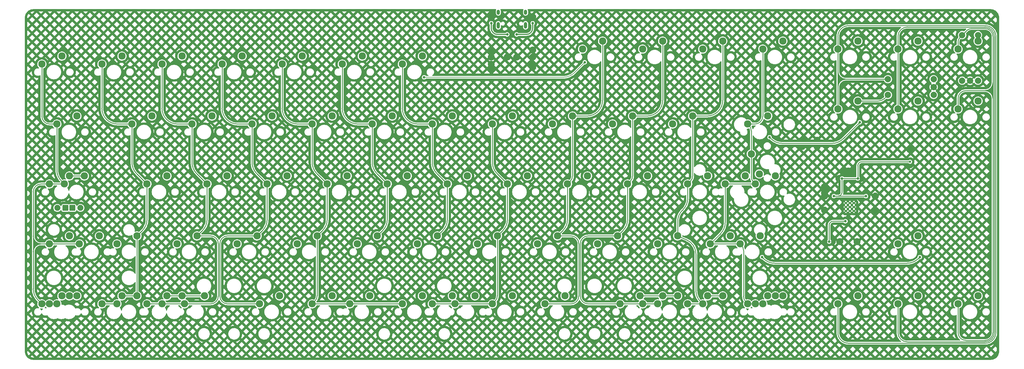
<source format=gbr>
%TF.GenerationSoftware,KiCad,Pcbnew,(6.0.6)*%
%TF.CreationDate,2022-09-03T14:27:16-07:00*%
%TF.ProjectId,2040rmie,32303430-726d-4696-952e-6b696361645f,rev?*%
%TF.SameCoordinates,Original*%
%TF.FileFunction,Copper,L1,Top*%
%TF.FilePolarity,Positive*%
%FSLAX46Y46*%
G04 Gerber Fmt 4.6, Leading zero omitted, Abs format (unit mm)*
G04 Created by KiCad (PCBNEW (6.0.6)) date 2022-09-03 14:27:16*
%MOMM*%
%LPD*%
G01*
G04 APERTURE LIST*
G04 Aperture macros list*
%AMRoundRect*
0 Rectangle with rounded corners*
0 $1 Rounding radius*
0 $2 $3 $4 $5 $6 $7 $8 $9 X,Y pos of 4 corners*
0 Add a 4 corners polygon primitive as box body*
4,1,4,$2,$3,$4,$5,$6,$7,$8,$9,$2,$3,0*
0 Add four circle primitives for the rounded corners*
1,1,$1+$1,$2,$3*
1,1,$1+$1,$4,$5*
1,1,$1+$1,$6,$7*
1,1,$1+$1,$8,$9*
0 Add four rect primitives between the rounded corners*
20,1,$1+$1,$2,$3,$4,$5,0*
20,1,$1+$1,$4,$5,$6,$7,0*
20,1,$1+$1,$6,$7,$8,$9,0*
20,1,$1+$1,$8,$9,$2,$3,0*%
G04 Aperture macros list end*
%TA.AperFunction,NonConductor*%
%ADD10C,0.250000*%
%TD*%
%TA.AperFunction,ComponentPad*%
%ADD11C,2.300000*%
%TD*%
%TA.AperFunction,ComponentPad*%
%ADD12RoundRect,0.285750X-0.666750X-0.666750X0.666750X-0.666750X0.666750X0.666750X-0.666750X0.666750X0*%
%TD*%
%TA.AperFunction,ComponentPad*%
%ADD13C,1.905000*%
%TD*%
%TA.AperFunction,ComponentPad*%
%ADD14C,2.000000*%
%TD*%
%TA.AperFunction,ComponentPad*%
%ADD15O,1.000000X1.600000*%
%TD*%
%TA.AperFunction,ComponentPad*%
%ADD16O,1.000000X2.100000*%
%TD*%
%TA.AperFunction,ComponentPad*%
%ADD17C,0.600000*%
%TD*%
%TA.AperFunction,ViaPad*%
%ADD18C,0.800000*%
%TD*%
%TA.AperFunction,ViaPad*%
%ADD19C,0.700000*%
%TD*%
%TA.AperFunction,Conductor*%
%ADD20C,0.250000*%
%TD*%
%TA.AperFunction,Conductor*%
%ADD21C,0.200000*%
%TD*%
%TA.AperFunction,Conductor*%
%ADD22C,0.300000*%
%TD*%
G04 APERTURE END LIST*
D10*
G36*
X313602500Y-64762500D02*
G01*
X313602500Y-64762500D01*
G75*
G03*
X316102500Y-67262500I2500000J0D01*
G01*
X316102500Y-67262500D01*
G75*
G03*
X313602500Y-69762500I0J-2500000D01*
G01*
X313602500Y-64762500D01*
G37*
X313602500Y-64762500D02*
X313602500Y-64762500D01*
G75*
G03*
X316102500Y-67262500I2500000J0D01*
G01*
X316102500Y-67262500D01*
G75*
G03*
X313602500Y-69762500I0J-2500000D01*
G01*
X313602500Y-64762500D01*
G36*
X362777980Y-73397500D02*
G01*
X362777980Y-73397500D01*
G75*
G03*
X360277980Y-70897500I-2499980J0D01*
G01*
X360278000Y-70897500D01*
G75*
G03*
X362778000Y-68397500I0J2500000D01*
G01*
X362777980Y-73397500D01*
G37*
X362777980Y-73397500D02*
X362777980Y-73397500D01*
G75*
G03*
X360277980Y-70897500I-2499980J0D01*
G01*
X360278000Y-70897500D01*
G75*
G03*
X362778000Y-68397500I0J2500000D01*
G01*
X362777980Y-73397500D01*
G36*
X58470624Y-117110000D02*
G01*
X58470624Y-117110000D01*
G75*
G03*
X60970624Y-119610000I2499976J0D01*
G01*
X60970624Y-119610000D01*
G75*
G03*
X58470624Y-122110000I-24J-2500000D01*
G01*
X58470624Y-117110000D01*
G37*
X58470624Y-117110000D02*
X58470624Y-117110000D01*
G75*
G03*
X60970624Y-119610000I2499976J0D01*
G01*
X60970624Y-119610000D01*
G75*
G03*
X58470624Y-122110000I-24J-2500000D01*
G01*
X58470624Y-117110000D01*
D11*
%TO.P,MX4-9_1,1,COL*%
%TO.N,col9*%
X256452500Y-138660000D03*
%TO.P,MX4-9_1,2,ROW*%
%TO.N,Net-(D62-Pad2)*%
X262802500Y-136120000D03*
%TD*%
%TO.P,MX4-2_1,1,COL*%
%TO.N,col2*%
X94527500Y-138660000D03*
%TO.P,MX4-2_1,2,ROW*%
%TO.N,Net-(D57-Pad2)*%
X100877500Y-136120000D03*
%TD*%
%TO.P,MX3-B0,1,COL*%
%TO.N,col0*%
X63571250Y-119610000D03*
%TO.P,MX3-B0,2,ROW*%
%TO.N,Net-(D42-Pad2)*%
X69921250Y-117070000D03*
%TD*%
D12*
%TO.P,LED1,1,K*%
%TO.N,Net-(LED1-Pad1)*%
X70873750Y-108180000D03*
D13*
%TO.P,LED1,2,A*%
%TO.N,LED*%
X73413750Y-108180000D03*
%TD*%
D11*
%TO.P,MX4-7_2,1,COL*%
%TO.N,col7*%
X185015000Y-138660000D03*
%TO.P,MX4-7_2,2,ROW*%
%TO.N,Net-(D60-Pad2)*%
X191365000Y-136120000D03*
%TD*%
%TO.P,MX3-2,1,COL*%
%TO.N,Net-(D44-Pad2)*%
X104052500Y-119610000D03*
%TO.P,MX3-2,2,ROW*%
%TO.N,col2*%
X110402500Y-117070000D03*
%TD*%
%TO.P,MX3-13,1,COL*%
%TO.N,col13*%
X332652500Y-119610000D03*
%TO.P,MX3-13,2,ROW*%
%TO.N,Net-(D54-Pad2)*%
X339002500Y-117070000D03*
%TD*%
%TO.P,MX0-8,1,COL*%
%TO.N,Net-(D8-Pad2)*%
X232640000Y-57697500D03*
%TO.P,MX0-8,2,ROW*%
%TO.N,col8*%
X238990000Y-55157500D03*
%TD*%
%TO.P,MX4-0_1,1,COL*%
%TO.N,col0*%
X65952500Y-138660000D03*
%TO.P,MX4-0_1,2,ROW*%
%TO.N,Net-(D55-Pad2)*%
X72302500Y-136120000D03*
%TD*%
%TO.P,MX4-0_2,1,COL*%
%TO.N,col0*%
X63571250Y-138660000D03*
%TO.P,MX4-0_2,2,ROW*%
%TO.N,Net-(D55-Pad2)*%
X69921250Y-136120000D03*
%TD*%
%TO.P,MX2-10,1,COL*%
%TO.N,col10*%
X265977500Y-100560000D03*
%TO.P,MX2-10,2,ROW*%
%TO.N,Net-(D40-Pad2)*%
X272327500Y-98020000D03*
%TD*%
%TO.P,MX4-7_4,1,COL*%
%TO.N,col7*%
X192158750Y-138660000D03*
%TO.P,MX4-7_4,2,ROW*%
%TO.N,Net-(D60-Pad2)*%
X198508750Y-136120000D03*
%TD*%
%TO.P,MX1-7,1,COL*%
%TO.N,col7*%
X204065000Y-81510000D03*
%TO.P,MX1-7,2,ROW*%
%TO.N,Net-(D22-Pad2)*%
X210415000Y-78970000D03*
%TD*%
%TO.P,MX0-14,1,COL*%
%TO.N,col14*%
X351702500Y-57697500D03*
%TO.P,MX0-14,2,ROW*%
%TO.N,Net-(D14-Pad2)*%
X358052500Y-55157500D03*
%TD*%
%TO.P,MX4-4_4,1,COL*%
%TO.N,col4*%
X158821250Y-138660000D03*
%TO.P,MX4-4_4,2,ROW*%
%TO.N,Net-(D59-Pad2)*%
X165171250Y-136120000D03*
%TD*%
%TO.P,MX0-2,1,COL*%
%TO.N,col2*%
X99290000Y-62460000D03*
%TO.P,MX0-2,2,ROW*%
%TO.N,Net-(D3-Pad2)*%
X105640000Y-59920000D03*
%TD*%
%TO.P,MX0-13,1,COL*%
%TO.N,col13*%
X332652500Y-57697500D03*
%TO.P,MX0-13,2,ROW*%
%TO.N,Net-(D13-Pad2)*%
X339002500Y-55157500D03*
%TD*%
%TO.P,MX0-3,1,COL*%
%TO.N,col3*%
X118340000Y-62460000D03*
%TO.P,MX0-3,2,ROW*%
%TO.N,Net-(D4-Pad2)*%
X124690000Y-59920000D03*
%TD*%
%TO.P,MX0-9,1,COL*%
%TO.N,Net-(D9-Pad2)*%
X251690000Y-57697500D03*
%TO.P,MX0-9,2,ROW*%
%TO.N,col9*%
X258040000Y-55157500D03*
%TD*%
%TO.P,MX4-10_0,1,COL*%
%TO.N,col10*%
X270740000Y-138660000D03*
%TO.P,MX4-10_0,2,ROW*%
%TO.N,Net-(D63-Pad2)*%
X277090000Y-136120000D03*
%TD*%
%TO.P,MX1-14,1,COL*%
%TO.N,col14*%
X351702500Y-76747500D03*
%TO.P,MX1-14,2,ROW*%
%TO.N,Net-(D29-Pad2)*%
X358052500Y-74207500D03*
%TD*%
%TO.P,MX3-3,1,COL*%
%TO.N,Net-(D45-Pad2)*%
X123102500Y-119610000D03*
%TO.P,MX3-3,2,ROW*%
%TO.N,col3*%
X129452500Y-117070000D03*
%TD*%
%TO.P,MX1-8,1,COL*%
%TO.N,Net-(D23-Pad2)*%
X223115000Y-81510000D03*
%TO.P,MX1-8,2,ROW*%
%TO.N,col8*%
X229465000Y-78970000D03*
%TD*%
%TO.P,MX1-13,1,COL*%
%TO.N,col13*%
X332652500Y-76747500D03*
%TO.P,MX1-13,2,ROW*%
%TO.N,Net-(D28-Pad2)*%
X339002500Y-74207500D03*
%TD*%
%TO.P,MX1-6,1,COL*%
%TO.N,col6*%
X185015000Y-81510000D03*
%TO.P,MX1-6,2,ROW*%
%TO.N,Net-(D21-Pad2)*%
X191365000Y-78970000D03*
%TD*%
%TO.P,MX4-1_2,1,COL*%
%TO.N,Net-(D56-Pad2)*%
X85002500Y-138660000D03*
%TO.P,MX4-1_2,2,ROW*%
%TO.N,col1*%
X91352500Y-136120000D03*
%TD*%
%TO.P,MX4-4_0,1,COL*%
%TO.N,col4*%
X175490000Y-138660000D03*
%TO.P,MX4-4_0,2,ROW*%
%TO.N,Net-(D59-Pad2)*%
X181840000Y-136120000D03*
%TD*%
%TO.P,MX2-A11,1,COL*%
%TO.N,col11*%
X277883750Y-100560000D03*
%TO.P,MX2-A11,2,ROW*%
%TO.N,Net-(D41-Pad2)*%
X284233750Y-98020000D03*
%TD*%
%TO.P,MX3-10,1,COL*%
%TO.N,Net-(D52-Pad2)*%
X256452500Y-119610000D03*
%TO.P,MX3-10,2,ROW*%
%TO.N,col10*%
X262802500Y-117070000D03*
%TD*%
%TO.P,MX2-1,1,COL*%
%TO.N,col1*%
X94527500Y-100560000D03*
%TO.P,MX2-1,2,ROW*%
%TO.N,Net-(D31-Pad2)*%
X100877500Y-98020000D03*
%TD*%
%TO.P,MX1-4,1,COL*%
%TO.N,col4*%
X146915000Y-81510000D03*
%TO.P,MX1-4,2,ROW*%
%TO.N,Net-(D19-Pad2)*%
X153265000Y-78970000D03*
%TD*%
%TO.P,MX4-3_4,1,COL*%
%TO.N,col3*%
X130246250Y-138660000D03*
%TO.P,MX4-3_4,2,ROW*%
%TO.N,Net-(D58-Pad2)*%
X136596250Y-136120000D03*
%TD*%
%TO.P,MX3-9,1,COL*%
%TO.N,Net-(D51-Pad2)*%
X237402500Y-119610000D03*
%TO.P,MX3-9,2,ROW*%
%TO.N,col9*%
X243752500Y-117070000D03*
%TD*%
%TO.P,MX4-2_2,1,COL*%
%TO.N,col2*%
X106433750Y-138660000D03*
%TO.P,MX4-2_2,2,ROW*%
%TO.N,Net-(D57-Pad2)*%
X112783750Y-136120000D03*
%TD*%
%TO.P,MX1-12,1,COL*%
%TO.N,col12*%
X313602500Y-76747500D03*
%TO.P,MX1-12,2,ROW*%
%TO.N,S2*%
X319952500Y-74207500D03*
%TD*%
%TO.P,MX3-A11,2,ROW*%
%TO.N,Net-(D53-Pad2)*%
X279471250Y-117070000D03*
%TO.P,MX3-A11,1,COL*%
%TO.N,col11*%
X273121250Y-119610000D03*
%TD*%
%TO.P,MX2-8,1,COL*%
%TO.N,col8*%
X227877500Y-100560000D03*
%TO.P,MX2-8,2,ROW*%
%TO.N,Net-(D38-Pad2)*%
X234227500Y-98020000D03*
%TD*%
%TO.P,MX2-5,1,COL*%
%TO.N,col5*%
X170727500Y-100560000D03*
%TO.P,MX2-5,2,ROW*%
%TO.N,Net-(D35-Pad2)*%
X177077500Y-98020000D03*
%TD*%
%TO.P,MX2-3,1,COL*%
%TO.N,col3*%
X132627500Y-100560000D03*
%TO.P,MX2-3,2,ROW*%
%TO.N,Net-(D33-Pad2)*%
X138977500Y-98020000D03*
%TD*%
%TO.P,MX3-8,1,COL*%
%TO.N,Net-(D50-Pad2)*%
X218352500Y-119610000D03*
%TO.P,MX3-8,2,ROW*%
%TO.N,col8*%
X224702500Y-117070000D03*
%TD*%
%TO.P,MX1-11,1,COL*%
%TO.N,col11*%
X285027500Y-81510000D03*
%TO.P,MX1-11,2,ROW*%
%TO.N,Net-(D26-Pad2)*%
X291377500Y-78970000D03*
%TD*%
%TO.P,MX4-13,1,COL*%
%TO.N,col13*%
X332652500Y-138660000D03*
%TO.P,MX4-13,2,ROW*%
%TO.N,Net-(D66-Pad2)*%
X339002500Y-136120000D03*
%TD*%
%TO.P,MX1-1,1,COL*%
%TO.N,col1*%
X89765000Y-81510000D03*
%TO.P,MX1-1,2,ROW*%
%TO.N,Net-(D16-Pad2)*%
X96115000Y-78970000D03*
%TD*%
%TO.P,MX3-4,1,COL*%
%TO.N,Net-(D46-Pad2)*%
X142152500Y-119610000D03*
%TO.P,MX3-4,2,ROW*%
%TO.N,col4*%
X148502500Y-117070000D03*
%TD*%
%TO.P,MX3-5,1,COL*%
%TO.N,Net-(D47-Pad2)*%
X161202500Y-119610000D03*
%TO.P,MX3-5,2,ROW*%
%TO.N,col5*%
X167552500Y-117070000D03*
%TD*%
%TO.P,MX0-12,1,COL*%
%TO.N,col12*%
X313602500Y-57697500D03*
%TO.P,MX0-12,2,ROW*%
%TO.N,Net-(D12-Pad2)*%
X319952500Y-55157500D03*
%TD*%
%TO.P,MX2-C11,1,COL*%
%TO.N,Net-(D41-Pad2)*%
X288678750Y-97385000D03*
%TO.P,MX2-C11,2,ROW*%
%TO.N,col11*%
X286138750Y-91035000D03*
%TD*%
%TO.P,MX4-9_2,1,COL*%
%TO.N,col9*%
X244546250Y-138660000D03*
%TO.P,MX4-9_2,2,ROW*%
%TO.N,Net-(D62-Pad2)*%
X250896250Y-136120000D03*
%TD*%
D12*
%TO.P,LED2,1,K*%
%TO.N,Net-(LED1-Pad1)*%
X68651250Y-108180000D03*
D13*
%TO.P,LED2,2,A*%
%TO.N,LED*%
X66111250Y-108180000D03*
%TD*%
D11*
%TO.P,MX4-4_3,1,COL*%
%TO.N,col4*%
X146915000Y-138660000D03*
%TO.P,MX4-4_3,2,ROW*%
%TO.N,Net-(D59-Pad2)*%
X153265000Y-136120000D03*
%TD*%
%TO.P,MX1-2,1,COL*%
%TO.N,col2*%
X108815000Y-81510000D03*
%TO.P,MX1-2,2,ROW*%
%TO.N,Net-(D17-Pad2)*%
X115165000Y-78970000D03*
%TD*%
%TO.P,MX1-10,1,COL*%
%TO.N,Net-(D25-Pad2)*%
X261215000Y-81510000D03*
%TO.P,MX1-10,2,ROW*%
%TO.N,col10*%
X267565000Y-78970000D03*
%TD*%
%TO.P,MX4-2_0,1,COL*%
%TO.N,col2*%
X99290000Y-138660000D03*
%TO.P,MX4-2_0,2,ROW*%
%TO.N,Net-(D57-Pad2)*%
X105640000Y-136120000D03*
%TD*%
%TO.P,MX1-3,1,COL*%
%TO.N,col3*%
X127865000Y-81510000D03*
%TO.P,MX1-3,2,ROW*%
%TO.N,Net-(D18-Pad2)*%
X134215000Y-78970000D03*
%TD*%
%TO.P,MX4-12,1,COL*%
%TO.N,col12*%
X313602500Y-138660000D03*
%TO.P,MX4-12,2,ROW*%
%TO.N,Net-(D65-Pad2)*%
X319952500Y-136120000D03*
%TD*%
%TO.P,MX1-5,1,COL*%
%TO.N,col5*%
X165965000Y-81510000D03*
%TO.P,MX1-5,2,ROW*%
%TO.N,Net-(D20-Pad2)*%
X172315000Y-78970000D03*
%TD*%
%TO.P,MX2-6,1,COL*%
%TO.N,col6*%
X189777500Y-100560000D03*
%TO.P,MX2-6,2,ROW*%
%TO.N,Net-(D36-Pad2)*%
X196127500Y-98020000D03*
%TD*%
%TO.P,MX4-11_2,1,COL*%
%TO.N,col11*%
X287408750Y-138660000D03*
%TO.P,MX4-11_2,2,ROW*%
%TO.N,Net-(D64-Pad2)*%
X293758750Y-136120000D03*
%TD*%
D14*
%TO.P,RE2,A,A*%
%TO.N,rotA*%
X343962500Y-72262500D03*
%TO.P,RE2,B,B*%
%TO.N,rotB*%
X343962500Y-67262500D03*
%TO.P,RE2,C,C*%
%TO.N,GND*%
X343962500Y-69762500D03*
%TO.P,RE2,S1,S1*%
%TO.N,col12*%
X329462500Y-67262500D03*
%TO.P,RE2,S2,S2*%
%TO.N,S2*%
X329462500Y-72262500D03*
%TD*%
D11*
%TO.P,MX4-8_4,1,COL*%
%TO.N,col8*%
X220733750Y-138660000D03*
%TO.P,MX4-8_4,2,ROW*%
%TO.N,Net-(D61-Pad2)*%
X227083750Y-136120000D03*
%TD*%
%TO.P,MX2-7,1,COL*%
%TO.N,col7*%
X208827500Y-100560000D03*
%TO.P,MX2-7,2,ROW*%
%TO.N,Net-(D37-Pad2)*%
X215177500Y-98020000D03*
%TD*%
%TO.P,MX2-9,1,COL*%
%TO.N,col9*%
X246927500Y-100560000D03*
%TO.P,MX2-9,2,ROW*%
%TO.N,Net-(D39-Pad2)*%
X253277500Y-98020000D03*
%TD*%
%TO.P,MX3-B11,1,COL*%
%TO.N,col11*%
X282646250Y-119610000D03*
%TO.P,MX3-B11,2,ROW*%
%TO.N,Net-(D53-Pad2)*%
X288996250Y-117070000D03*
%TD*%
%TO.P,MX4-11_0,1,COL*%
%TO.N,col11*%
X289790000Y-138660000D03*
%TO.P,MX4-11_0,2,ROW*%
%TO.N,Net-(D64-Pad2)*%
X296140000Y-136120000D03*
%TD*%
%TO.P,MX4-1_0,1,COL*%
%TO.N,Net-(D56-Pad2)*%
X80240000Y-138660000D03*
%TO.P,MX4-1_0,2,ROW*%
%TO.N,col1*%
X86590000Y-136120000D03*
%TD*%
%TO.P,MX4-10_2,2,ROW*%
%TO.N,Net-(D63-Pad2)*%
X272327500Y-136120000D03*
%TO.P,MX4-10_2,1,COL*%
%TO.N,col10*%
X265977500Y-138660000D03*
%TD*%
%TO.P,MX0-5,1,COL*%
%TO.N,col5*%
X156440000Y-62460000D03*
%TO.P,MX0-5,2,ROW*%
%TO.N,Net-(D6-Pad2)*%
X162790000Y-59920000D03*
%TD*%
%TO.P,MX4-11_1,1,COL*%
%TO.N,col11*%
X285027500Y-138660000D03*
%TO.P,MX4-11_1,2,ROW*%
%TO.N,Net-(D64-Pad2)*%
X291377500Y-136120000D03*
%TD*%
%TO.P,MX0-1,1,COL*%
%TO.N,col1*%
X80240000Y-62460000D03*
%TO.P,MX0-1,2,ROW*%
%TO.N,Net-(D2-Pad2)*%
X86590000Y-59920000D03*
%TD*%
%TO.P,MX3-1,1,COL*%
%TO.N,Net-(D43-Pad2)*%
X85002500Y-119610000D03*
%TO.P,MX3-1,2,ROW*%
%TO.N,col1*%
X91352500Y-117070000D03*
%TD*%
%TO.P,MX3-7,1,COL*%
%TO.N,Net-(D49-Pad2)*%
X199302500Y-119610000D03*
%TO.P,MX3-7,2,ROW*%
%TO.N,col7*%
X205652500Y-117070000D03*
%TD*%
%TO.P,MX0-6,1,COL*%
%TO.N,col6*%
X175490000Y-62460000D03*
%TO.P,MX0-6,2,ROW*%
%TO.N,Net-(D7-Pad2)*%
X181840000Y-59920000D03*
%TD*%
%TO.P,MX2-B0,1,COL*%
%TO.N,col0*%
X63571250Y-100560000D03*
%TO.P,MX2-B0,2,ROW*%
%TO.N,Net-(D30-Pad2)*%
X69921250Y-98020000D03*
%TD*%
%TO.P,MX4-9_0,2,ROW*%
%TO.N,Net-(D62-Pad2)*%
X258040000Y-136120000D03*
%TO.P,MX4-9_0,1,COL*%
%TO.N,col9*%
X251690000Y-138660000D03*
%TD*%
%TO.P,MX4-0_0,1,COL*%
%TO.N,col0*%
X61190000Y-138660000D03*
%TO.P,MX4-0_0,2,ROW*%
%TO.N,Net-(D55-Pad2)*%
X67540000Y-136120000D03*
%TD*%
D14*
%TO.P,RE1,A,A*%
%TO.N,rotA*%
X353012500Y-67737500D03*
%TO.P,RE1,B,B*%
%TO.N,rotB*%
X358012500Y-67737500D03*
%TO.P,RE1,C,C*%
%TO.N,GND*%
X355512500Y-67737500D03*
%TO.P,RE1,S1,S1*%
%TO.N,Net-(D14-Pad2)*%
X358012500Y-53237500D03*
%TO.P,RE1,S2,S2*%
%TO.N,col14*%
X353012500Y-53237500D03*
%TD*%
D11*
%TO.P,MX2-2,1,COL*%
%TO.N,col2*%
X113577500Y-100560000D03*
%TO.P,MX2-2,2,ROW*%
%TO.N,Net-(D32-Pad2)*%
X119927500Y-98020000D03*
%TD*%
%TO.P,MX0-11,1,COL*%
%TO.N,col11*%
X289790000Y-57697500D03*
%TO.P,MX0-11,2,ROW*%
%TO.N,Net-(D11-Pad2)*%
X296140000Y-55157500D03*
%TD*%
%TO.P,MX1-9,1,COL*%
%TO.N,Net-(D24-Pad2)*%
X242165000Y-81510000D03*
%TO.P,MX1-9,2,ROW*%
%TO.N,col9*%
X248515000Y-78970000D03*
%TD*%
%TO.P,MX2-4,1,COL*%
%TO.N,col4*%
X151677500Y-100560000D03*
%TO.P,MX2-4,2,ROW*%
%TO.N,Net-(D34-Pad2)*%
X158027500Y-98020000D03*
%TD*%
%TO.P,MX4-14,1,COL*%
%TO.N,col14*%
X351702500Y-138660000D03*
%TO.P,MX4-14,2,ROW*%
%TO.N,Net-(D67-Pad2)*%
X358052500Y-136120000D03*
%TD*%
%TO.P,MX1-0,1,COL*%
%TO.N,col0*%
X65952500Y-81510000D03*
%TO.P,MX1-0,2,ROW*%
%TO.N,Net-(D15-Pad2)*%
X72302500Y-78970000D03*
%TD*%
%TO.P,MX2-A0,1,COL*%
%TO.N,col0*%
X68333750Y-100560000D03*
%TO.P,MX2-A0,2,ROW*%
%TO.N,Net-(D30-Pad2)*%
X74683750Y-98020000D03*
%TD*%
%TO.P,MX3-A0,1,COL*%
%TO.N,col0*%
X73096250Y-119610000D03*
%TO.P,MX3-A0,2,ROW*%
%TO.N,Net-(D42-Pad2)*%
X79446250Y-117070000D03*
%TD*%
%TO.P,MX3-6,1,COL*%
%TO.N,Net-(D48-Pad2)*%
X180252500Y-119610000D03*
%TO.P,MX3-6,2,ROW*%
%TO.N,col6*%
X186602500Y-117070000D03*
%TD*%
%TO.P,MX4-7_3,1,COL*%
%TO.N,col7*%
X204065000Y-138660000D03*
%TO.P,MX4-7_3,2,ROW*%
%TO.N,Net-(D60-Pad2)*%
X210415000Y-136120000D03*
%TD*%
%TO.P,MX2-B11,1,COL*%
%TO.N,col11*%
X287408750Y-100560000D03*
%TO.P,MX2-B11,2,ROW*%
%TO.N,Net-(D41-Pad2)*%
X293758750Y-98020000D03*
%TD*%
%TO.P,MX0-0,1,COL*%
%TO.N,col0*%
X61190000Y-62460000D03*
%TO.P,MX0-0,2,ROW*%
%TO.N,Net-(D1-Pad2)*%
X67540000Y-59920000D03*
%TD*%
%TO.P,MX0-10,1,COL*%
%TO.N,Net-(D10-Pad2)*%
X270740000Y-57697500D03*
%TO.P,MX0-10,2,ROW*%
%TO.N,col10*%
X277090000Y-55157500D03*
%TD*%
%TO.P,MX0-4,1,COL*%
%TO.N,col4*%
X137390000Y-62460000D03*
%TO.P,MX0-4,2,ROW*%
%TO.N,Net-(D5-Pad2)*%
X143740000Y-59920000D03*
%TD*%
D15*
%TO.P,USB1,S1,SHIELD*%
%TO.N,Net-(C3-Pad1)*%
X214568750Y-45962500D03*
D16*
X214568750Y-50142500D03*
X205928750Y-50142500D03*
D15*
X205928750Y-45962500D03*
%TD*%
D17*
%TO.P,U1,57,GND*%
%TO.N,GND*%
X317412500Y-106587500D03*
X317412500Y-109137500D03*
X318687500Y-109137500D03*
X317412500Y-107862500D03*
X318687500Y-106587500D03*
X316137500Y-107862500D03*
X316137500Y-109137500D03*
X318687500Y-107862500D03*
X316137500Y-106587500D03*
%TD*%
D18*
%TO.N,row0*%
X233350000Y-61887500D03*
X182400000Y-66650000D03*
%TO.N,row1*%
X320512500Y-80937500D03*
X291937500Y-85700000D03*
%TO.N,row3*%
X339562500Y-123800000D03*
X289556250Y-123800000D03*
%TO.N,GND*%
X216818750Y-47437500D03*
X336462500Y-89644500D03*
X205928750Y-52043750D03*
X325462500Y-104425000D03*
X309362500Y-101425000D03*
X216818750Y-62487500D03*
D19*
X336462500Y-94466000D03*
D18*
X315912500Y-96432500D03*
X309362500Y-103425000D03*
X216818750Y-63487500D03*
X216818750Y-60237500D03*
X203678750Y-60237500D03*
X307023945Y-88675000D03*
X203678750Y-62487500D03*
X302227305Y-88675000D03*
X320912500Y-98817500D03*
X309842500Y-118867500D03*
X211748750Y-60237500D03*
X309362500Y-108862500D03*
X318912500Y-96432500D03*
X325462500Y-108862500D03*
X317912500Y-96432500D03*
X311842500Y-118867500D03*
X307023945Y-86675000D03*
X203678750Y-63487500D03*
X309362500Y-102425000D03*
X309362500Y-104425000D03*
X314190000Y-118867500D03*
X302227305Y-86675000D03*
X313912500Y-98817500D03*
X203678750Y-48417500D03*
X216818750Y-48417500D03*
X214568750Y-52043750D03*
X316912500Y-96432500D03*
X203678750Y-57987500D03*
X203678750Y-47407500D03*
X210248750Y-53045000D03*
X216818750Y-57987500D03*
X75243750Y-108180000D03*
X319662500Y-118867500D03*
X208748750Y-60237500D03*
%TO.N,Net-(R5-Pad1)*%
X208748750Y-53045000D03*
X203678750Y-49437500D03*
%TO.N,Net-(R6-Pad1)*%
X216818750Y-49437500D03*
X211748750Y-53045000D03*
%TO.N,~{RESET}*%
X310842500Y-118867500D03*
X316012500Y-112400000D03*
%TO.N,+3V3*%
X319912500Y-98817500D03*
X322502500Y-104425000D03*
X312322500Y-104425000D03*
X314912500Y-98817500D03*
D19*
X336462500Y-93506000D03*
%TD*%
D20*
%TO.N,col9*%
X256452500Y-138660000D02*
X251690000Y-138660000D01*
%TO.N,Net-(D57-Pad2)*%
X105640000Y-136120000D02*
X100877500Y-136120000D01*
%TO.N,col2*%
X94527500Y-138660000D02*
X99290000Y-138660000D01*
%TO.N,Net-(D62-Pad2)*%
X258040000Y-136120000D02*
X262802500Y-136120000D01*
D21*
%TO.N,row0*%
X182400000Y-66650000D02*
X226516432Y-66650000D01*
X230051966Y-65185534D02*
X233350000Y-61887500D01*
X230051950Y-65185518D02*
G75*
G02*
X226516432Y-66650000I-3535550J3535518D01*
G01*
D20*
%TO.N,col0*%
X65952500Y-81510000D02*
X65952500Y-96107682D01*
X63571250Y-119610000D02*
X73096250Y-119610000D01*
X63571250Y-100560000D02*
X60970624Y-100560000D01*
X58470624Y-117110000D02*
X58470624Y-122110000D01*
X61190000Y-62460000D02*
X61190000Y-79010000D01*
X58470624Y-122110000D02*
X58470624Y-133869556D01*
X68333750Y-100560000D02*
X63571250Y-100560000D01*
X67416966Y-99643216D02*
X68333750Y-100560000D01*
X60970624Y-119610000D02*
X63571250Y-119610000D01*
X58470624Y-103060000D02*
X58470624Y-117110000D01*
X59935090Y-137405090D02*
X61190000Y-138660000D01*
X61190000Y-138660000D02*
X65952500Y-138660000D01*
X63690000Y-81510000D02*
X65952500Y-81510000D01*
X60970624Y-119609976D02*
G75*
G02*
X58470624Y-117110000I-24J2499976D01*
G01*
X63690000Y-81510000D02*
G75*
G02*
X61190000Y-79010000I0J2500000D01*
G01*
X65952513Y-96107682D02*
G75*
G03*
X67416966Y-99643216I4999987J-18D01*
G01*
X60970624Y-100560024D02*
G75*
G03*
X58470624Y-103060000I-24J-2499976D01*
G01*
X58470648Y-133869556D02*
G75*
G03*
X59935090Y-137405090I4999952J-44D01*
G01*
X58470600Y-122110000D02*
G75*
G02*
X60970624Y-119610000I2500000J0D01*
G01*
%TO.N,col1*%
X93063034Y-115359466D02*
X91352500Y-117070000D01*
X91229466Y-97261966D02*
X94527500Y-100560000D01*
X91352500Y-117070000D02*
X91352500Y-136120000D01*
X86590000Y-136120000D02*
X91352500Y-136120000D01*
X89765000Y-81510000D02*
X85240000Y-81510000D01*
X89765000Y-81510000D02*
X89765000Y-93726432D01*
X94527500Y-100560000D02*
X94527500Y-111823932D01*
X80240000Y-76510000D02*
X80240000Y-62460000D01*
X91229482Y-97261950D02*
G75*
G02*
X89765000Y-93726432I3535518J3535550D01*
G01*
X93063018Y-115359450D02*
G75*
G03*
X94527500Y-111823932I-3535518J3535550D01*
G01*
X85240000Y-81510000D02*
G75*
G02*
X80240000Y-76510000I0J5000000D01*
G01*
%TO.N,col2*%
X113577500Y-100560000D02*
X113577500Y-111823932D01*
X108815000Y-81510000D02*
X104290000Y-81510000D01*
X99290000Y-138660000D02*
X106433750Y-138660000D01*
X110279466Y-97261966D02*
X113577500Y-100560000D01*
X112113034Y-115359466D02*
X110402500Y-117070000D01*
X106433750Y-138660000D02*
X114662740Y-138660000D01*
X117162740Y-136160000D02*
X117162740Y-119570000D01*
X108815000Y-81510000D02*
X108815000Y-93726432D01*
X114662740Y-117070000D02*
X110402500Y-117070000D01*
X99290000Y-76510000D02*
X99290000Y-62460000D01*
X117162700Y-119570000D02*
G75*
G03*
X114662740Y-117070000I-2500000J0D01*
G01*
X104290000Y-81510000D02*
G75*
G02*
X99290000Y-76510000I0J5000000D01*
G01*
X113577522Y-111823932D02*
G75*
G02*
X112113033Y-115359465I-5000022J32D01*
G01*
X117162700Y-136160000D02*
G75*
G02*
X114662740Y-138660000I-2500000J0D01*
G01*
X108814978Y-93726432D02*
G75*
G03*
X110279467Y-97261965I5000022J32D01*
G01*
%TO.N,col3*%
X129452500Y-117070000D02*
X120112260Y-117070000D01*
X132627500Y-100560000D02*
X132627500Y-111823932D01*
X120112260Y-138660000D02*
X130246250Y-138660000D01*
X127865000Y-81510000D02*
X123340000Y-81510000D01*
X127865000Y-81510000D02*
X127865000Y-93726432D01*
X131163034Y-115359466D02*
X129452500Y-117070000D01*
X117612260Y-119570000D02*
X117612260Y-136160000D01*
X129329466Y-97261966D02*
X132627500Y-100560000D01*
X118340000Y-76510000D02*
X118340000Y-62460000D01*
X117612300Y-136160000D02*
G75*
G03*
X120112260Y-138660000I2500000J0D01*
G01*
X129329482Y-97261950D02*
G75*
G02*
X127865000Y-93726432I3535518J3535550D01*
G01*
X131163018Y-115359450D02*
G75*
G03*
X132627500Y-111823932I-3535518J3535550D01*
G01*
X120112260Y-117069960D02*
G75*
G03*
X117612260Y-119570000I40J-2500040D01*
G01*
X118340000Y-76510000D02*
G75*
G03*
X123340000Y-81510000I5000000J0D01*
G01*
%TO.N,col4*%
X148502500Y-117070000D02*
X148502500Y-136036966D01*
X146915000Y-138660000D02*
X175490000Y-138660000D01*
X137390000Y-76510000D02*
X137390000Y-62460000D01*
X146915000Y-81510000D02*
X142390000Y-81510000D01*
X146915000Y-81510000D02*
X146915000Y-93726432D01*
X150213034Y-115359466D02*
X148502500Y-117070000D01*
X147770267Y-137804733D02*
X146915000Y-138660000D01*
X148379466Y-97261966D02*
X151677500Y-100560000D01*
X151677500Y-100560000D02*
X151677500Y-111823932D01*
X137390000Y-76510000D02*
G75*
G03*
X142390000Y-81510000I5000000J0D01*
G01*
X150213018Y-115359450D02*
G75*
G03*
X151677500Y-111823932I-3535518J3535550D01*
G01*
X148502476Y-136036966D02*
G75*
G02*
X147770267Y-137804733I-2499976J-34D01*
G01*
X148379482Y-97261950D02*
G75*
G02*
X146915000Y-93726432I3535518J3535550D01*
G01*
%TO.N,col5*%
X165965000Y-81510000D02*
X161440000Y-81510000D01*
X169263034Y-115359466D02*
X167552500Y-117070000D01*
X165965000Y-81510000D02*
X165965000Y-93726432D01*
X167429466Y-97261966D02*
X170727500Y-100560000D01*
X156440000Y-76510000D02*
X156440000Y-62460000D01*
X170727500Y-100560000D02*
X170727500Y-111823932D01*
X161440000Y-81510000D02*
G75*
G02*
X156440000Y-76510000I0J5000000D01*
G01*
X169263018Y-115359450D02*
G75*
G03*
X170727500Y-111823932I-3535518J3535550D01*
G01*
X167429482Y-97261950D02*
G75*
G02*
X165965000Y-93726432I3535518J3535550D01*
G01*
%TO.N,col6*%
X189777500Y-100560000D02*
X189777500Y-111823932D01*
X185015000Y-81510000D02*
X185015000Y-93726432D01*
X185015000Y-81510000D02*
X180490000Y-81510000D01*
X175490000Y-76510000D02*
X175490000Y-62460000D01*
X188313034Y-115359466D02*
X186602500Y-117070000D01*
X186479466Y-97261966D02*
X189777500Y-100560000D01*
X175490000Y-76510000D02*
G75*
G03*
X180490000Y-81510000I5000000J0D01*
G01*
X189777522Y-111823932D02*
G75*
G02*
X188313033Y-115359465I-5000022J32D01*
G01*
X186479482Y-97261950D02*
G75*
G02*
X185015000Y-93726432I3535518J3535550D01*
G01*
%TO.N,col7*%
X205529466Y-97261966D02*
X208827500Y-100560000D01*
X207363034Y-115359466D02*
X205652500Y-117070000D01*
X205652500Y-117070000D02*
X205652500Y-136036966D01*
X204920267Y-137804733D02*
X204065000Y-138660000D01*
X208827500Y-100560000D02*
X208827500Y-111823932D01*
X204065000Y-81510000D02*
X204065000Y-93726432D01*
X185015000Y-138660000D02*
X204065000Y-138660000D01*
X204064978Y-93726432D02*
G75*
G03*
X205529467Y-97261965I5000022J32D01*
G01*
X207363018Y-115359450D02*
G75*
G03*
X208827500Y-111823932I-3535518J3535550D01*
G01*
X204920284Y-137804750D02*
G75*
G03*
X205652500Y-136036966I-1767784J1767750D01*
G01*
%TO.N,col8*%
X228732767Y-99704733D02*
X227877500Y-100560000D01*
X229465000Y-78970000D02*
X229465000Y-97936966D01*
X238990000Y-73970000D02*
X238990000Y-55157500D01*
X228962740Y-117070000D02*
X224702500Y-117070000D01*
X231462740Y-136160000D02*
X231462740Y-119570000D01*
X227877500Y-100560000D02*
X227877500Y-111823932D01*
X220733750Y-138660000D02*
X228962740Y-138660000D01*
X229465000Y-78970000D02*
X233990000Y-78970000D01*
X226413034Y-115359466D02*
X224702500Y-117070000D01*
X233990000Y-78970000D02*
G75*
G03*
X238990000Y-73970000I0J5000000D01*
G01*
X228732784Y-99704750D02*
G75*
G03*
X229465000Y-97936966I-1767784J1767750D01*
G01*
X228962740Y-117069960D02*
G75*
G02*
X231462740Y-119570000I-40J-2500040D01*
G01*
X228962740Y-138660040D02*
G75*
G03*
X231462740Y-136160000I-40J2500040D01*
G01*
X226413018Y-115359450D02*
G75*
G03*
X227877500Y-111823932I-3535518J3535550D01*
G01*
%TO.N,col9*%
X234412260Y-117070000D02*
X243752500Y-117070000D01*
X258040000Y-73970000D02*
X258040000Y-55157500D01*
X247782767Y-99704733D02*
X246927500Y-100560000D01*
X244546250Y-138660000D02*
X234412260Y-138660000D01*
X246927500Y-100560000D02*
X246927500Y-111823932D01*
X248515000Y-78970000D02*
X253040000Y-78970000D01*
X244546250Y-138660000D02*
X251690000Y-138660000D01*
X231912260Y-136160000D02*
X231912260Y-119570000D01*
X245463034Y-115359466D02*
X243752500Y-117070000D01*
X248515000Y-78970000D02*
X248515000Y-97936966D01*
X234412260Y-117069960D02*
G75*
G03*
X231912260Y-119570000I40J-2500040D01*
G01*
X247782784Y-99704750D02*
G75*
G03*
X248515000Y-97936966I-1767784J1767750D01*
G01*
X245463018Y-115359450D02*
G75*
G03*
X246927500Y-111823932I-3535518J3535550D01*
G01*
X253040000Y-78970000D02*
G75*
G03*
X258040000Y-73970000I0J5000000D01*
G01*
X234412260Y-138660040D02*
G75*
G02*
X231912260Y-136160000I40J2500040D01*
G01*
%TO.N,col10*%
X267565000Y-78970000D02*
X267565000Y-97936966D01*
X264513034Y-108691966D02*
X264266966Y-108938034D01*
X265977500Y-100560000D02*
X265977500Y-105156432D01*
X265977500Y-138660000D02*
X270740000Y-138660000D01*
X277090000Y-73970000D02*
X277090000Y-55157500D01*
X262802500Y-112473568D02*
X262802500Y-117070000D01*
X266832767Y-99704733D02*
X265977500Y-100560000D01*
X268596875Y-122877514D02*
X268596875Y-134445807D01*
X270061341Y-137981341D02*
X270740000Y-138660000D01*
X267565000Y-78970000D02*
X272090000Y-78970000D01*
X262802500Y-117070000D02*
X265604259Y-118298168D01*
X268596877Y-122877514D02*
G75*
G03*
X265604259Y-118298168I-4999977J14D01*
G01*
X272090000Y-78970000D02*
G75*
G03*
X277090000Y-73970000I0J5000000D01*
G01*
X264513018Y-108691950D02*
G75*
G03*
X265977500Y-105156432I-3535518J3535550D01*
G01*
X270061339Y-137981343D02*
G75*
G02*
X268596875Y-134445807I3535561J3535543D01*
G01*
X267564976Y-97936966D02*
G75*
G02*
X266832767Y-99704733I-2499976J-34D01*
G01*
X262802478Y-112473568D02*
G75*
G02*
X264266967Y-108938035I5000022J-32D01*
G01*
%TO.N,col11*%
X285406517Y-81889017D02*
X285027500Y-81510000D01*
X287290000Y-81510000D02*
X285027500Y-81510000D01*
X289790000Y-57697500D02*
X289790000Y-79010000D01*
X286138750Y-91035000D02*
X286138750Y-83656784D01*
X286138750Y-91035000D02*
X286138750Y-98254466D01*
X285027500Y-138660000D02*
X289790000Y-138660000D01*
X277883750Y-100560000D02*
X277883750Y-112776432D01*
X286870983Y-100022233D02*
X287408750Y-100560000D01*
X273121250Y-119610000D02*
X282646250Y-119610000D01*
X283674300Y-121673584D02*
X283674300Y-136271266D01*
X284406533Y-138039033D02*
X285027500Y-138660000D01*
X277883750Y-100560000D02*
X287408750Y-100560000D01*
X282646250Y-119610000D02*
X282942067Y-119905817D01*
X276419284Y-116311966D02*
X273121250Y-119610000D01*
X277883787Y-112776432D02*
G75*
G02*
X276419284Y-116311966I-4999987J32D01*
G01*
X289790000Y-79010000D02*
G75*
G02*
X287290000Y-81510000I-2500000J0D01*
G01*
X283674311Y-121673584D02*
G75*
G03*
X282942067Y-119905817I-2500011J-16D01*
G01*
X284406516Y-138039050D02*
G75*
G02*
X283674300Y-136271266I1767784J1767750D01*
G01*
X286870976Y-100022240D02*
G75*
G02*
X286138750Y-98254466I1767724J1767740D01*
G01*
X285406499Y-81889035D02*
G75*
G02*
X286138750Y-83656784I-1767699J-1767765D01*
G01*
%TO.N,col12*%
X313602500Y-147775480D02*
X313602500Y-138660000D01*
X313602500Y-57697500D02*
X313602500Y-64762500D01*
X363677020Y-147775480D02*
X363677020Y-53662020D01*
X313602500Y-53662020D02*
X313602500Y-57697500D01*
X316102500Y-67262500D02*
X329462500Y-67262500D01*
X313602500Y-76747500D02*
X313602500Y-69762500D01*
X313602500Y-64762500D02*
X313602500Y-69762500D01*
X317001540Y-151174520D02*
X360277980Y-151174520D01*
X317001540Y-50262980D02*
X360277980Y-50262980D01*
X363677020Y-147775480D02*
G75*
G02*
X360277980Y-151174520I-3399020J-20D01*
G01*
X360277980Y-50262980D02*
G75*
G02*
X363677020Y-53662020I20J-3399020D01*
G01*
X313602500Y-64762500D02*
G75*
G03*
X316102500Y-67262500I2500000J0D01*
G01*
X316102500Y-67262500D02*
G75*
G03*
X313602500Y-69762500I0J-2500000D01*
G01*
X313602480Y-53662020D02*
G75*
G02*
X317001540Y-50262980I3399020J20D01*
G01*
X317001540Y-151174500D02*
G75*
G02*
X313602500Y-147775480I-40J3399000D01*
G01*
%TO.N,col13*%
X332652500Y-147775480D02*
X332652500Y-138660000D01*
X335602020Y-50712500D02*
X360277980Y-50712500D01*
X363227500Y-147775480D02*
X363227500Y-53662020D01*
X332652500Y-57697500D02*
X332652500Y-76747500D01*
X335602020Y-150725000D02*
X360277980Y-150725000D01*
X332652500Y-53662020D02*
X332652500Y-57697500D01*
X335602020Y-150725000D02*
G75*
G02*
X332652500Y-147775480I-20J2949500D01*
G01*
X360277980Y-50712500D02*
G75*
G02*
X363227500Y-53662020I20J-2949500D01*
G01*
X332652500Y-53662020D02*
G75*
G02*
X335602020Y-50712500I2949500J20D01*
G01*
X363227500Y-147775480D02*
G75*
G02*
X360277980Y-150725000I-2949500J-20D01*
G01*
%TO.N,col14*%
X351702500Y-73397500D02*
X351702500Y-76747500D01*
X352434733Y-53815267D02*
X353012500Y-53237500D01*
X362778000Y-68397500D02*
X362777980Y-68397480D01*
X356123514Y-51162020D02*
X360277980Y-51162020D01*
X351702500Y-138660000D02*
X351702500Y-147775480D01*
X354355747Y-51894253D02*
X353012500Y-53237500D01*
X362777980Y-147775480D02*
X362777980Y-73397500D01*
X362778000Y-68397500D02*
X362778000Y-73397480D01*
X351702500Y-57697500D02*
X351702500Y-55583034D01*
X354202500Y-70897500D02*
X360278000Y-70897500D01*
X362778000Y-73397480D02*
X362777980Y-73397500D01*
X362777980Y-68397480D02*
X362777980Y-53662020D01*
X354202500Y-150275480D02*
X360277980Y-150275480D01*
X351702524Y-55583034D02*
G75*
G02*
X352434733Y-53815267I2499976J34D01*
G01*
X354202500Y-150275500D02*
G75*
G02*
X351702500Y-147775480I0J2500000D01*
G01*
X360277980Y-70897520D02*
G75*
G02*
X362777980Y-73397500I20J-2499980D01*
G01*
X362777980Y-147775480D02*
G75*
G02*
X360277980Y-150275480I-2499980J-20D01*
G01*
X362778000Y-68397500D02*
G75*
G02*
X360278000Y-70897500I-2500000J0D01*
G01*
X354202500Y-70897500D02*
G75*
G03*
X351702500Y-73397500I0J-2500000D01*
G01*
X354355744Y-51894250D02*
G75*
G02*
X356123514Y-51162020I1767756J-1767750D01*
G01*
X360277980Y-51162020D02*
G75*
G02*
X362777980Y-53662020I20J-2499980D01*
G01*
%TO.N,row1*%
X291937500Y-85700000D02*
X292448034Y-86210534D01*
X295983568Y-87675000D02*
X311703932Y-87675000D01*
X315239466Y-86210534D02*
X320512500Y-80937500D01*
X311703932Y-87675022D02*
G75*
G03*
X315239465Y-86210533I-32J5000022D01*
G01*
X295983568Y-87675022D02*
G75*
G02*
X292448035Y-86210533I32J5000022D01*
G01*
%TO.N,row3*%
X289556250Y-123800000D02*
X290041784Y-124285534D01*
X339076966Y-124285534D02*
X339562500Y-123800000D01*
X293577318Y-125750000D02*
X335541432Y-125750000D01*
X339076950Y-124285518D02*
G75*
G02*
X335541432Y-125750000I-3535550J3535518D01*
G01*
X293577318Y-125749987D02*
G75*
G02*
X290041784Y-124285534I-18J4999987D01*
G01*
%TO.N,Net-(D30-Pad2)*%
X69921250Y-98020000D02*
X74683750Y-98020000D01*
%TO.N,Net-(D56-Pad2)*%
X80240000Y-138660000D02*
X85002500Y-138660000D01*
%TO.N,Net-(D57-Pad2)*%
X105640000Y-136120000D02*
X112783750Y-136120000D01*
%TO.N,Net-(D62-Pad2)*%
X250896250Y-136120000D02*
X258040000Y-136120000D01*
%TO.N,Net-(D63-Pad2)*%
X272327500Y-136120000D02*
X277090000Y-136120000D01*
D22*
%TO.N,Net-(R5-Pad1)*%
X203678750Y-49437500D02*
X203678750Y-51045000D01*
X205678750Y-53045000D02*
X208748750Y-53045000D01*
X205678750Y-53044950D02*
G75*
G02*
X203678750Y-51045000I-50J1999950D01*
G01*
%TO.N,Net-(R6-Pad1)*%
X216818750Y-51045000D02*
X216818750Y-49437500D01*
X211748750Y-53045000D02*
X214818750Y-53045000D01*
X216818800Y-51045000D02*
G75*
G02*
X214818750Y-53045000I-2000000J0D01*
G01*
D20*
%TO.N,~{RESET}*%
X316012500Y-112400000D02*
X312092500Y-112400000D01*
X310842500Y-113650000D02*
X310842500Y-118867500D01*
X310842500Y-113650000D02*
G75*
G02*
X312092500Y-112400000I1250000J0D01*
G01*
%TO.N,S2*%
X319952500Y-74207500D02*
X326481966Y-74207500D01*
X328249733Y-73475267D02*
X329462500Y-72262500D01*
X326481966Y-74207476D02*
G75*
G03*
X328249733Y-73475267I34J2499976D01*
G01*
%TO.N,+3V3*%
X319912500Y-94756000D02*
X319912500Y-98817500D01*
X321162500Y-93506000D02*
X336462500Y-93506000D01*
X314912500Y-98817500D02*
X314912500Y-103175000D01*
X312322500Y-104425000D02*
X322502500Y-104425000D01*
X312322500Y-104425000D02*
X313662500Y-104425000D01*
X314912500Y-98817500D02*
X319912500Y-98817500D01*
X319912500Y-94756000D02*
G75*
G02*
X321162500Y-93506000I1250000J0D01*
G01*
X314912500Y-103175000D02*
G75*
G02*
X313662500Y-104425000I-1250000J0D01*
G01*
%TD*%
%TA.AperFunction,Conductor*%
%TO.N,GND*%
G36*
X205196152Y-45032962D02*
G01*
X205250690Y-45087500D01*
X205270652Y-45162000D01*
X205246896Y-45242715D01*
X205207196Y-45304317D01*
X205204346Y-45312146D01*
X205204346Y-45312147D01*
X205164102Y-45422718D01*
X205145772Y-45473078D01*
X205144728Y-45481342D01*
X205129493Y-45601946D01*
X205128250Y-45611783D01*
X205128250Y-46307655D01*
X205143204Y-46440972D01*
X205202265Y-46610573D01*
X205297434Y-46762875D01*
X205423980Y-46890307D01*
X205431010Y-46894768D01*
X205431012Y-46894770D01*
X205568581Y-46982074D01*
X205575614Y-46986537D01*
X205583459Y-46989330D01*
X205583460Y-46989331D01*
X205624035Y-47003779D01*
X205744799Y-47046781D01*
X205753070Y-47047767D01*
X205753073Y-47047768D01*
X205855382Y-47059967D01*
X205923126Y-47068045D01*
X205931404Y-47067175D01*
X205931406Y-47067175D01*
X205998203Y-47060154D01*
X206101733Y-47049273D01*
X206109611Y-47046591D01*
X206109616Y-47046590D01*
X206235371Y-47003779D01*
X206271743Y-46991397D01*
X206276233Y-46988635D01*
X208538028Y-46988635D01*
X209423325Y-47873933D01*
X210308623Y-46988635D01*
X211366455Y-46988635D01*
X212251752Y-47873933D01*
X213137050Y-46988635D01*
X212251752Y-46103338D01*
X211366455Y-46988635D01*
X210308623Y-46988635D01*
X209423325Y-46103338D01*
X208538028Y-46988635D01*
X206276233Y-46988635D01*
X206424705Y-46897294D01*
X206430654Y-46891468D01*
X206430657Y-46891466D01*
X206547068Y-46777468D01*
X206547069Y-46777466D01*
X206553018Y-46771641D01*
X206557529Y-46764642D01*
X206557531Y-46764639D01*
X206645790Y-46627687D01*
X206650304Y-46620683D01*
X206653984Y-46610573D01*
X206708879Y-46459750D01*
X206708879Y-46459749D01*
X206711728Y-46451922D01*
X206729250Y-46313217D01*
X206729250Y-45927858D01*
X207477250Y-45927858D01*
X208009112Y-46459719D01*
X208707831Y-45761000D01*
X210138819Y-45761000D01*
X210837539Y-46459719D01*
X211536258Y-45761000D01*
X210138819Y-45761000D01*
X208707831Y-45761000D01*
X207477250Y-45761000D01*
X207477250Y-45927858D01*
X206729250Y-45927858D01*
X206729250Y-45617345D01*
X206714296Y-45484028D01*
X206655235Y-45314427D01*
X206609325Y-45240956D01*
X206586776Y-45167201D01*
X206604125Y-45092049D01*
X206656726Y-45035641D01*
X206735685Y-45013000D01*
X213761652Y-45013000D01*
X213836152Y-45032962D01*
X213890690Y-45087500D01*
X213910652Y-45162000D01*
X213886896Y-45242715D01*
X213847196Y-45304317D01*
X213844346Y-45312146D01*
X213844346Y-45312147D01*
X213804102Y-45422718D01*
X213785772Y-45473078D01*
X213784728Y-45481342D01*
X213769493Y-45601946D01*
X213768250Y-45611783D01*
X213768250Y-46307655D01*
X213783204Y-46440972D01*
X213842265Y-46610573D01*
X213937434Y-46762875D01*
X214063980Y-46890307D01*
X214071010Y-46894768D01*
X214071012Y-46894770D01*
X214208581Y-46982074D01*
X214215614Y-46986537D01*
X214223459Y-46989330D01*
X214223460Y-46989331D01*
X214264035Y-47003779D01*
X214384799Y-47046781D01*
X214393070Y-47047767D01*
X214393073Y-47047768D01*
X214495382Y-47059967D01*
X214563126Y-47068045D01*
X214571404Y-47067175D01*
X214571406Y-47067175D01*
X214638203Y-47060154D01*
X214741733Y-47049273D01*
X214749611Y-47046591D01*
X214749616Y-47046590D01*
X214875371Y-47003779D01*
X214911743Y-46991397D01*
X215064705Y-46897294D01*
X215070654Y-46891468D01*
X215070657Y-46891466D01*
X215187068Y-46777468D01*
X215187069Y-46777466D01*
X215193018Y-46771641D01*
X215197529Y-46764642D01*
X215197531Y-46764639D01*
X215285790Y-46627687D01*
X215290304Y-46620683D01*
X215293984Y-46610573D01*
X215317381Y-46546290D01*
X217465654Y-46546290D01*
X217591080Y-46650052D01*
X217611571Y-46670686D01*
X217729321Y-46815062D01*
X217745413Y-46839282D01*
X217832878Y-47003779D01*
X217843960Y-47030665D01*
X217897808Y-47209018D01*
X217903456Y-47237544D01*
X217921636Y-47422960D01*
X217922332Y-47439579D01*
X217921960Y-47466233D01*
X217920800Y-47482828D01*
X217897450Y-47667664D01*
X217891007Y-47696022D01*
X217850990Y-47816316D01*
X217908607Y-47873933D01*
X218793904Y-46988635D01*
X219851736Y-46988635D01*
X220737034Y-47873933D01*
X221622331Y-46988635D01*
X222680163Y-46988635D01*
X223565461Y-47873933D01*
X224450758Y-46988635D01*
X225508591Y-46988635D01*
X226393888Y-47873933D01*
X227279186Y-46988635D01*
X228337018Y-46988635D01*
X229222315Y-47873933D01*
X230107613Y-46988635D01*
X231165445Y-46988635D01*
X232050742Y-47873933D01*
X232936040Y-46988635D01*
X233993872Y-46988635D01*
X234879169Y-47873933D01*
X235764467Y-46988635D01*
X236822299Y-46988635D01*
X237707597Y-47873933D01*
X238592894Y-46988635D01*
X239650726Y-46988635D01*
X240536024Y-47873933D01*
X241421321Y-46988635D01*
X242479153Y-46988635D01*
X243364451Y-47873933D01*
X244249748Y-46988635D01*
X245307580Y-46988635D01*
X246192878Y-47873933D01*
X247078175Y-46988635D01*
X248136008Y-46988635D01*
X249021305Y-47873933D01*
X249906603Y-46988635D01*
X250964435Y-46988635D01*
X251849732Y-47873933D01*
X252735030Y-46988635D01*
X253792862Y-46988635D01*
X254678159Y-47873933D01*
X255563457Y-46988635D01*
X256621289Y-46988635D01*
X257506586Y-47873933D01*
X258391884Y-46988635D01*
X259449716Y-46988635D01*
X260335014Y-47873933D01*
X261220311Y-46988635D01*
X262278143Y-46988635D01*
X263163441Y-47873933D01*
X264048738Y-46988635D01*
X265106570Y-46988635D01*
X265991868Y-47873933D01*
X266877165Y-46988635D01*
X267934997Y-46988635D01*
X268820295Y-47873933D01*
X269705592Y-46988635D01*
X270763425Y-46988635D01*
X271648722Y-47873933D01*
X272534020Y-46988635D01*
X273591852Y-46988635D01*
X274477149Y-47873933D01*
X275362447Y-46988635D01*
X276420279Y-46988635D01*
X277305576Y-47873933D01*
X278190874Y-46988635D01*
X279248706Y-46988635D01*
X280134003Y-47873933D01*
X281019301Y-46988635D01*
X282077133Y-46988635D01*
X282962431Y-47873933D01*
X283847728Y-46988635D01*
X284905560Y-46988635D01*
X285790858Y-47873933D01*
X286676155Y-46988635D01*
X287733987Y-46988635D01*
X288619285Y-47873933D01*
X289504582Y-46988635D01*
X290562414Y-46988635D01*
X291447712Y-47873933D01*
X292333009Y-46988635D01*
X293390842Y-46988635D01*
X294276139Y-47873933D01*
X295161437Y-46988635D01*
X296219269Y-46988635D01*
X297104566Y-47873933D01*
X297989864Y-46988635D01*
X299047696Y-46988635D01*
X299932993Y-47873933D01*
X300818291Y-46988635D01*
X301876123Y-46988635D01*
X302761420Y-47873933D01*
X303646718Y-46988635D01*
X304704550Y-46988635D01*
X305589848Y-47873933D01*
X306475145Y-46988635D01*
X307532977Y-46988635D01*
X308418275Y-47873933D01*
X309303572Y-46988635D01*
X310361404Y-46988635D01*
X311246702Y-47873933D01*
X312131999Y-46988635D01*
X313189831Y-46988635D01*
X314075129Y-47873933D01*
X314960426Y-46988635D01*
X316018259Y-46988635D01*
X316903556Y-47873933D01*
X317788854Y-46988635D01*
X318846686Y-46988635D01*
X319731983Y-47873933D01*
X320617281Y-46988635D01*
X321675113Y-46988635D01*
X322560410Y-47873933D01*
X323445708Y-46988635D01*
X324503540Y-46988635D01*
X325388837Y-47873933D01*
X326274135Y-46988635D01*
X327331967Y-46988635D01*
X328217265Y-47873933D01*
X329102562Y-46988635D01*
X330160394Y-46988635D01*
X331045692Y-47873933D01*
X331930989Y-46988635D01*
X332988821Y-46988635D01*
X333874119Y-47873933D01*
X334759416Y-46988635D01*
X335817248Y-46988635D01*
X336702546Y-47873933D01*
X337587843Y-46988635D01*
X338645676Y-46988635D01*
X339530973Y-47873933D01*
X340416271Y-46988635D01*
X341474103Y-46988635D01*
X342359400Y-47873933D01*
X343244698Y-46988635D01*
X344302530Y-46988635D01*
X345187827Y-47873933D01*
X346073125Y-46988635D01*
X347130957Y-46988635D01*
X348016254Y-47873933D01*
X348901552Y-46988635D01*
X349959384Y-46988635D01*
X350844682Y-47873933D01*
X351729979Y-46988635D01*
X352787811Y-46988635D01*
X353673109Y-47873933D01*
X354558406Y-46988635D01*
X355616238Y-46988635D01*
X356501536Y-47873933D01*
X357386833Y-46988635D01*
X358444665Y-46988635D01*
X359329963Y-47873933D01*
X360215260Y-46988635D01*
X361273093Y-46988635D01*
X362158390Y-47873933D01*
X363043688Y-46988635D01*
X362158390Y-46103338D01*
X361273093Y-46988635D01*
X360215260Y-46988635D01*
X359329963Y-46103338D01*
X358444665Y-46988635D01*
X357386833Y-46988635D01*
X356501536Y-46103338D01*
X355616238Y-46988635D01*
X354558406Y-46988635D01*
X353673109Y-46103338D01*
X352787811Y-46988635D01*
X351729979Y-46988635D01*
X350844682Y-46103338D01*
X349959384Y-46988635D01*
X348901552Y-46988635D01*
X348016254Y-46103338D01*
X347130957Y-46988635D01*
X346073125Y-46988635D01*
X345187827Y-46103338D01*
X344302530Y-46988635D01*
X343244698Y-46988635D01*
X342359400Y-46103338D01*
X341474103Y-46988635D01*
X340416271Y-46988635D01*
X339530973Y-46103338D01*
X338645676Y-46988635D01*
X337587843Y-46988635D01*
X336702546Y-46103338D01*
X335817248Y-46988635D01*
X334759416Y-46988635D01*
X333874119Y-46103338D01*
X332988821Y-46988635D01*
X331930989Y-46988635D01*
X331045692Y-46103338D01*
X330160394Y-46988635D01*
X329102562Y-46988635D01*
X328217265Y-46103338D01*
X327331967Y-46988635D01*
X326274135Y-46988635D01*
X325388837Y-46103338D01*
X324503540Y-46988635D01*
X323445708Y-46988635D01*
X322560410Y-46103338D01*
X321675113Y-46988635D01*
X320617281Y-46988635D01*
X319731983Y-46103338D01*
X318846686Y-46988635D01*
X317788854Y-46988635D01*
X316903556Y-46103338D01*
X316018259Y-46988635D01*
X314960426Y-46988635D01*
X314075129Y-46103338D01*
X313189831Y-46988635D01*
X312131999Y-46988635D01*
X311246702Y-46103338D01*
X310361404Y-46988635D01*
X309303572Y-46988635D01*
X308418275Y-46103338D01*
X307532977Y-46988635D01*
X306475145Y-46988635D01*
X305589848Y-46103338D01*
X304704550Y-46988635D01*
X303646718Y-46988635D01*
X302761420Y-46103338D01*
X301876123Y-46988635D01*
X300818291Y-46988635D01*
X299932993Y-46103338D01*
X299047696Y-46988635D01*
X297989864Y-46988635D01*
X297104566Y-46103338D01*
X296219269Y-46988635D01*
X295161437Y-46988635D01*
X294276139Y-46103338D01*
X293390842Y-46988635D01*
X292333009Y-46988635D01*
X291447712Y-46103338D01*
X290562414Y-46988635D01*
X289504582Y-46988635D01*
X288619285Y-46103338D01*
X287733987Y-46988635D01*
X286676155Y-46988635D01*
X285790858Y-46103338D01*
X284905560Y-46988635D01*
X283847728Y-46988635D01*
X282962431Y-46103338D01*
X282077133Y-46988635D01*
X281019301Y-46988635D01*
X280134003Y-46103338D01*
X279248706Y-46988635D01*
X278190874Y-46988635D01*
X277305576Y-46103338D01*
X276420279Y-46988635D01*
X275362447Y-46988635D01*
X274477149Y-46103338D01*
X273591852Y-46988635D01*
X272534020Y-46988635D01*
X271648722Y-46103338D01*
X270763425Y-46988635D01*
X269705592Y-46988635D01*
X268820295Y-46103338D01*
X267934997Y-46988635D01*
X266877165Y-46988635D01*
X265991868Y-46103338D01*
X265106570Y-46988635D01*
X264048738Y-46988635D01*
X263163441Y-46103338D01*
X262278143Y-46988635D01*
X261220311Y-46988635D01*
X260335014Y-46103338D01*
X259449716Y-46988635D01*
X258391884Y-46988635D01*
X257506586Y-46103338D01*
X256621289Y-46988635D01*
X255563457Y-46988635D01*
X254678159Y-46103338D01*
X253792862Y-46988635D01*
X252735030Y-46988635D01*
X251849732Y-46103338D01*
X250964435Y-46988635D01*
X249906603Y-46988635D01*
X249021305Y-46103338D01*
X248136008Y-46988635D01*
X247078175Y-46988635D01*
X246192878Y-46103338D01*
X245307580Y-46988635D01*
X244249748Y-46988635D01*
X243364451Y-46103338D01*
X242479153Y-46988635D01*
X241421321Y-46988635D01*
X240536024Y-46103338D01*
X239650726Y-46988635D01*
X238592894Y-46988635D01*
X237707597Y-46103338D01*
X236822299Y-46988635D01*
X235764467Y-46988635D01*
X234879169Y-46103338D01*
X233993872Y-46988635D01*
X232936040Y-46988635D01*
X232050742Y-46103338D01*
X231165445Y-46988635D01*
X230107613Y-46988635D01*
X229222315Y-46103338D01*
X228337018Y-46988635D01*
X227279186Y-46988635D01*
X226393888Y-46103338D01*
X225508591Y-46988635D01*
X224450758Y-46988635D01*
X223565461Y-46103338D01*
X222680163Y-46988635D01*
X221622331Y-46988635D01*
X220737034Y-46103338D01*
X219851736Y-46988635D01*
X218793904Y-46988635D01*
X217908607Y-46103338D01*
X217465654Y-46546290D01*
X215317381Y-46546290D01*
X215348879Y-46459750D01*
X215348879Y-46459749D01*
X215351728Y-46451922D01*
X215369250Y-46313217D01*
X215369250Y-46082576D01*
X216117250Y-46082576D01*
X216438449Y-46403775D01*
X216597001Y-46357111D01*
X217193113Y-45761000D01*
X218624101Y-45761000D01*
X219322820Y-46459719D01*
X220021540Y-45761000D01*
X221452528Y-45761000D01*
X222151247Y-46459719D01*
X222849967Y-45761000D01*
X224280955Y-45761000D01*
X224979675Y-46459719D01*
X225678394Y-45761000D01*
X227109382Y-45761000D01*
X227808102Y-46459719D01*
X228506821Y-45761000D01*
X229937809Y-45761000D01*
X230636529Y-46459719D01*
X231335248Y-45761000D01*
X232766236Y-45761000D01*
X233464956Y-46459719D01*
X234163675Y-45761000D01*
X235594664Y-45761000D01*
X236293383Y-46459719D01*
X236992103Y-45761000D01*
X238423091Y-45761000D01*
X239121810Y-46459719D01*
X239820530Y-45761000D01*
X241251518Y-45761000D01*
X241950237Y-46459719D01*
X242648957Y-45761000D01*
X244079945Y-45761000D01*
X244778664Y-46459719D01*
X245477384Y-45761000D01*
X246908372Y-45761000D01*
X247607092Y-46459719D01*
X248305811Y-45761000D01*
X249736799Y-45761000D01*
X250435519Y-46459719D01*
X251134238Y-45761000D01*
X252565226Y-45761000D01*
X253263946Y-46459719D01*
X253962665Y-45761000D01*
X255393653Y-45761000D01*
X256092373Y-46459719D01*
X256791092Y-45761000D01*
X258222081Y-45761000D01*
X258920800Y-46459719D01*
X259619520Y-45761000D01*
X261050508Y-45761000D01*
X261749227Y-46459719D01*
X262447947Y-45761000D01*
X263878935Y-45761000D01*
X264577654Y-46459719D01*
X265276374Y-45761000D01*
X266707362Y-45761000D01*
X267406081Y-46459719D01*
X268104801Y-45761000D01*
X269535789Y-45761000D01*
X270234509Y-46459719D01*
X270933228Y-45761000D01*
X272364216Y-45761000D01*
X273062936Y-46459719D01*
X273761655Y-45761000D01*
X275192643Y-45761000D01*
X275891363Y-46459719D01*
X276590082Y-45761000D01*
X278021070Y-45761000D01*
X278719790Y-46459719D01*
X279418509Y-45761000D01*
X280849498Y-45761000D01*
X281548217Y-46459719D01*
X282246937Y-45761000D01*
X283677925Y-45761000D01*
X284376644Y-46459719D01*
X285075364Y-45761000D01*
X286506352Y-45761000D01*
X287205071Y-46459719D01*
X287903791Y-45761000D01*
X289334779Y-45761000D01*
X290033498Y-46459719D01*
X290732218Y-45761000D01*
X292163206Y-45761000D01*
X292861926Y-46459719D01*
X293560645Y-45761000D01*
X294991633Y-45761000D01*
X295690353Y-46459719D01*
X296389072Y-45761000D01*
X297820060Y-45761000D01*
X298518780Y-46459719D01*
X299217499Y-45761000D01*
X300648487Y-45761000D01*
X301347207Y-46459719D01*
X302045926Y-45761000D01*
X303476915Y-45761000D01*
X304175634Y-46459719D01*
X304874354Y-45761000D01*
X306305342Y-45761000D01*
X307004061Y-46459719D01*
X307702781Y-45761000D01*
X309133769Y-45761000D01*
X309832488Y-46459719D01*
X310531208Y-45761000D01*
X311962196Y-45761000D01*
X312660915Y-46459719D01*
X313359635Y-45761000D01*
X314790623Y-45761000D01*
X315489343Y-46459719D01*
X316188062Y-45761000D01*
X317619050Y-45761000D01*
X318317770Y-46459719D01*
X319016489Y-45761000D01*
X320447477Y-45761000D01*
X321146197Y-46459719D01*
X321844916Y-45761000D01*
X323275904Y-45761000D01*
X323974624Y-46459719D01*
X324673343Y-45761000D01*
X326104332Y-45761000D01*
X326803051Y-46459719D01*
X327501771Y-45761000D01*
X328932759Y-45761000D01*
X329631478Y-46459719D01*
X330330198Y-45761000D01*
X331761186Y-45761000D01*
X332459905Y-46459719D01*
X333158625Y-45761000D01*
X334589613Y-45761000D01*
X335288332Y-46459719D01*
X335987052Y-45761000D01*
X337418040Y-45761000D01*
X338116760Y-46459719D01*
X338815479Y-45761000D01*
X340246467Y-45761000D01*
X340945187Y-46459719D01*
X341643906Y-45761000D01*
X343074894Y-45761000D01*
X343773614Y-46459719D01*
X344472333Y-45761000D01*
X345903321Y-45761000D01*
X346602041Y-46459719D01*
X347300760Y-45761000D01*
X348731749Y-45761000D01*
X349430468Y-46459719D01*
X350129188Y-45761000D01*
X351560176Y-45761000D01*
X352258895Y-46459719D01*
X352957615Y-45761000D01*
X354388603Y-45761000D01*
X355087322Y-46459719D01*
X355786042Y-45761000D01*
X357217030Y-45761000D01*
X357915749Y-46459719D01*
X358614469Y-45761000D01*
X360045457Y-45761000D01*
X360744177Y-46459719D01*
X361442896Y-45761000D01*
X360045457Y-45761000D01*
X358614469Y-45761000D01*
X357217030Y-45761000D01*
X355786042Y-45761000D01*
X354388603Y-45761000D01*
X352957615Y-45761000D01*
X351560176Y-45761000D01*
X350129188Y-45761000D01*
X348731749Y-45761000D01*
X347300760Y-45761000D01*
X345903321Y-45761000D01*
X344472333Y-45761000D01*
X343074894Y-45761000D01*
X341643906Y-45761000D01*
X340246467Y-45761000D01*
X338815479Y-45761000D01*
X337418040Y-45761000D01*
X335987052Y-45761000D01*
X334589613Y-45761000D01*
X333158625Y-45761000D01*
X331761186Y-45761000D01*
X330330198Y-45761000D01*
X328932759Y-45761000D01*
X327501771Y-45761000D01*
X326104332Y-45761000D01*
X324673343Y-45761000D01*
X323275904Y-45761000D01*
X321844916Y-45761000D01*
X320447477Y-45761000D01*
X319016489Y-45761000D01*
X317619050Y-45761000D01*
X316188062Y-45761000D01*
X314790623Y-45761000D01*
X313359635Y-45761000D01*
X311962196Y-45761000D01*
X310531208Y-45761000D01*
X309133769Y-45761000D01*
X307702781Y-45761000D01*
X306305342Y-45761000D01*
X304874354Y-45761000D01*
X303476915Y-45761000D01*
X302045926Y-45761000D01*
X300648487Y-45761000D01*
X299217499Y-45761000D01*
X297820060Y-45761000D01*
X296389072Y-45761000D01*
X294991633Y-45761000D01*
X293560645Y-45761000D01*
X292163206Y-45761000D01*
X290732218Y-45761000D01*
X289334779Y-45761000D01*
X287903791Y-45761000D01*
X286506352Y-45761000D01*
X285075364Y-45761000D01*
X283677925Y-45761000D01*
X282246937Y-45761000D01*
X280849498Y-45761000D01*
X279418509Y-45761000D01*
X278021070Y-45761000D01*
X276590082Y-45761000D01*
X275192643Y-45761000D01*
X273761655Y-45761000D01*
X272364216Y-45761000D01*
X270933228Y-45761000D01*
X269535789Y-45761000D01*
X268104801Y-45761000D01*
X266707362Y-45761000D01*
X265276374Y-45761000D01*
X263878935Y-45761000D01*
X262447947Y-45761000D01*
X261050508Y-45761000D01*
X259619520Y-45761000D01*
X258222081Y-45761000D01*
X256791092Y-45761000D01*
X255393653Y-45761000D01*
X253962665Y-45761000D01*
X252565226Y-45761000D01*
X251134238Y-45761000D01*
X249736799Y-45761000D01*
X248305811Y-45761000D01*
X246908372Y-45761000D01*
X245477384Y-45761000D01*
X244079945Y-45761000D01*
X242648957Y-45761000D01*
X241251518Y-45761000D01*
X239820530Y-45761000D01*
X238423091Y-45761000D01*
X236992103Y-45761000D01*
X235594664Y-45761000D01*
X234163675Y-45761000D01*
X232766236Y-45761000D01*
X231335248Y-45761000D01*
X229937809Y-45761000D01*
X228506821Y-45761000D01*
X227109382Y-45761000D01*
X225678394Y-45761000D01*
X224280955Y-45761000D01*
X222849967Y-45761000D01*
X221452528Y-45761000D01*
X220021540Y-45761000D01*
X218624101Y-45761000D01*
X217193113Y-45761000D01*
X216117250Y-45761000D01*
X216117250Y-46082576D01*
X215369250Y-46082576D01*
X215369250Y-45617345D01*
X215354296Y-45484028D01*
X215295235Y-45314427D01*
X215249325Y-45240956D01*
X215226776Y-45167201D01*
X215244125Y-45092049D01*
X215296726Y-45035641D01*
X215375685Y-45013000D01*
X361998174Y-45013000D01*
X362024048Y-45015264D01*
X362037500Y-45017636D01*
X362050337Y-45015373D01*
X362063376Y-45015373D01*
X362063376Y-45015757D01*
X362074672Y-45015088D01*
X362331395Y-45029505D01*
X362347999Y-45031376D01*
X362629942Y-45079280D01*
X362646233Y-45082998D01*
X362921051Y-45162172D01*
X362936822Y-45167691D01*
X363201041Y-45277134D01*
X363216095Y-45284384D01*
X363466393Y-45422718D01*
X363480541Y-45431608D01*
X363713785Y-45597104D01*
X363726848Y-45607521D01*
X363940095Y-45798089D01*
X363951911Y-45809905D01*
X364142479Y-46023152D01*
X364152896Y-46036215D01*
X364318392Y-46269459D01*
X364327282Y-46283607D01*
X364465616Y-46533905D01*
X364472866Y-46548959D01*
X364582309Y-46813178D01*
X364587828Y-46828949D01*
X364667002Y-47103767D01*
X364670720Y-47120058D01*
X364718624Y-47402001D01*
X364720495Y-47418605D01*
X364734912Y-47675328D01*
X364734243Y-47686624D01*
X364734627Y-47686624D01*
X364734627Y-47699663D01*
X364732364Y-47712500D01*
X364734628Y-47725338D01*
X364734736Y-47725952D01*
X364737000Y-47751826D01*
X364737000Y-153705674D01*
X364734736Y-153731548D01*
X364732364Y-153745000D01*
X364734627Y-153757837D01*
X364734627Y-153770876D01*
X364734243Y-153770876D01*
X364734912Y-153782172D01*
X364720495Y-154038895D01*
X364718624Y-154055499D01*
X364670720Y-154337442D01*
X364667002Y-154353733D01*
X364587828Y-154628551D01*
X364582309Y-154644322D01*
X364472866Y-154908541D01*
X364465616Y-154923595D01*
X364327282Y-155173893D01*
X364318392Y-155188041D01*
X364152896Y-155421285D01*
X364142479Y-155434348D01*
X363951911Y-155647595D01*
X363940095Y-155659411D01*
X363726848Y-155849979D01*
X363713785Y-155860396D01*
X363480541Y-156025892D01*
X363466393Y-156034782D01*
X363216095Y-156173116D01*
X363201041Y-156180366D01*
X362936822Y-156289809D01*
X362921051Y-156295328D01*
X362646233Y-156374502D01*
X362629942Y-156378220D01*
X362347999Y-156426124D01*
X362331395Y-156427995D01*
X362074672Y-156442412D01*
X362063376Y-156441743D01*
X362063376Y-156442127D01*
X362050337Y-156442127D01*
X362037500Y-156439864D01*
X362024048Y-156442236D01*
X361998174Y-156444500D01*
X58514326Y-156444500D01*
X58488452Y-156442236D01*
X58475000Y-156439864D01*
X58462163Y-156442127D01*
X58449124Y-156442127D01*
X58449124Y-156441743D01*
X58437828Y-156442412D01*
X58181105Y-156427995D01*
X58164501Y-156426124D01*
X57882558Y-156378220D01*
X57866267Y-156374502D01*
X57591449Y-156295328D01*
X57575678Y-156289809D01*
X57311459Y-156180366D01*
X57296405Y-156173116D01*
X57046107Y-156034782D01*
X57031959Y-156025892D01*
X56798715Y-155860396D01*
X56785652Y-155849979D01*
X56572405Y-155659411D01*
X56560589Y-155647595D01*
X56420870Y-155491248D01*
X57609008Y-155491248D01*
X57628783Y-155502177D01*
X57830844Y-155585873D01*
X58041017Y-155646422D01*
X58256632Y-155683057D01*
X58453753Y-155694127D01*
X58500886Y-155694128D01*
X58513872Y-155694695D01*
X58534499Y-155696500D01*
X58801193Y-155696500D01*
X60232183Y-155696500D01*
X61629620Y-155696500D01*
X63060610Y-155696500D01*
X64458047Y-155696500D01*
X65889037Y-155696500D01*
X67286474Y-155696500D01*
X68717464Y-155696500D01*
X70114901Y-155696500D01*
X71545891Y-155696500D01*
X72943328Y-155696500D01*
X74374318Y-155696500D01*
X75771755Y-155696500D01*
X77202746Y-155696500D01*
X78600183Y-155696500D01*
X80031173Y-155696500D01*
X81428610Y-155696500D01*
X82859600Y-155696500D01*
X84257037Y-155696500D01*
X85688027Y-155696500D01*
X87085464Y-155696500D01*
X88516454Y-155696500D01*
X89913891Y-155696500D01*
X91344881Y-155696500D01*
X92742318Y-155696500D01*
X94173308Y-155696500D01*
X95570745Y-155696500D01*
X97001735Y-155696500D01*
X98399172Y-155696500D01*
X99830163Y-155696500D01*
X101227600Y-155696500D01*
X102658590Y-155696500D01*
X104056027Y-155696500D01*
X105487017Y-155696500D01*
X106884454Y-155696500D01*
X108315444Y-155696500D01*
X109712881Y-155696500D01*
X111143871Y-155696500D01*
X112541308Y-155696500D01*
X113972298Y-155696500D01*
X115369735Y-155696500D01*
X116800725Y-155696500D01*
X118198162Y-155696500D01*
X119629152Y-155696500D01*
X121026589Y-155696500D01*
X122457580Y-155696500D01*
X123855017Y-155696500D01*
X125286007Y-155696500D01*
X126683444Y-155696500D01*
X128114434Y-155696500D01*
X129511871Y-155696500D01*
X130942861Y-155696500D01*
X132340298Y-155696500D01*
X133771288Y-155696500D01*
X135168725Y-155696500D01*
X136599715Y-155696500D01*
X137997152Y-155696500D01*
X139428142Y-155696500D01*
X140825579Y-155696500D01*
X142256569Y-155696500D01*
X143654006Y-155696500D01*
X145084997Y-155696500D01*
X146482434Y-155696500D01*
X147913424Y-155696500D01*
X149310861Y-155696500D01*
X150741851Y-155696500D01*
X152139288Y-155696500D01*
X153570278Y-155696500D01*
X154967715Y-155696500D01*
X156398705Y-155696500D01*
X157796142Y-155696500D01*
X159227132Y-155696500D01*
X160624569Y-155696500D01*
X162055559Y-155696500D01*
X163452996Y-155696500D01*
X164883986Y-155696500D01*
X166281423Y-155696500D01*
X167712414Y-155696500D01*
X169109851Y-155696500D01*
X170540841Y-155696500D01*
X171938278Y-155696500D01*
X173369268Y-155696500D01*
X174766705Y-155696500D01*
X176197695Y-155696500D01*
X177595132Y-155696500D01*
X179026122Y-155696500D01*
X180423559Y-155696500D01*
X181854549Y-155696500D01*
X183251986Y-155696500D01*
X184682976Y-155696500D01*
X186080413Y-155696500D01*
X187511403Y-155696500D01*
X188908840Y-155696500D01*
X190339831Y-155696500D01*
X191737268Y-155696500D01*
X193168258Y-155696500D01*
X194565695Y-155696500D01*
X195996685Y-155696500D01*
X197394122Y-155696500D01*
X198825112Y-155696500D01*
X200222549Y-155696500D01*
X201653539Y-155696500D01*
X203050976Y-155696500D01*
X204481966Y-155696500D01*
X205879403Y-155696500D01*
X207310393Y-155696500D01*
X208707830Y-155696500D01*
X210138820Y-155696500D01*
X211536257Y-155696500D01*
X212967248Y-155696500D01*
X214364685Y-155696500D01*
X215795675Y-155696500D01*
X217193112Y-155696500D01*
X218624102Y-155696500D01*
X220021539Y-155696500D01*
X221452529Y-155696500D01*
X222849966Y-155696500D01*
X224280956Y-155696500D01*
X225678393Y-155696500D01*
X227109383Y-155696500D01*
X228506820Y-155696500D01*
X229937810Y-155696500D01*
X231335247Y-155696500D01*
X232766237Y-155696500D01*
X234163674Y-155696500D01*
X235594665Y-155696500D01*
X236992102Y-155696500D01*
X238423092Y-155696500D01*
X239820529Y-155696500D01*
X241251519Y-155696500D01*
X242648956Y-155696500D01*
X244079946Y-155696500D01*
X245477383Y-155696500D01*
X246908373Y-155696500D01*
X248305810Y-155696500D01*
X249736800Y-155696500D01*
X251134237Y-155696500D01*
X252565227Y-155696500D01*
X253962664Y-155696500D01*
X255393654Y-155696500D01*
X256791091Y-155696500D01*
X258222082Y-155696500D01*
X259619519Y-155696500D01*
X261050509Y-155696500D01*
X262447946Y-155696500D01*
X263878936Y-155696500D01*
X265276373Y-155696500D01*
X266707363Y-155696500D01*
X268104800Y-155696500D01*
X269535790Y-155696500D01*
X270933227Y-155696500D01*
X272364217Y-155696500D01*
X273761654Y-155696500D01*
X275192644Y-155696500D01*
X276590081Y-155696500D01*
X278021071Y-155696500D01*
X279418508Y-155696500D01*
X280849499Y-155696500D01*
X282246936Y-155696500D01*
X283677926Y-155696500D01*
X285075363Y-155696500D01*
X286506353Y-155696500D01*
X287903790Y-155696500D01*
X289334780Y-155696500D01*
X290732217Y-155696500D01*
X292163207Y-155696500D01*
X293560644Y-155696500D01*
X294991634Y-155696500D01*
X296389071Y-155696500D01*
X297820061Y-155696500D01*
X299217498Y-155696500D01*
X300648488Y-155696500D01*
X302045925Y-155696500D01*
X303476916Y-155696500D01*
X304874353Y-155696500D01*
X306305343Y-155696500D01*
X307702780Y-155696500D01*
X309133770Y-155696500D01*
X310531207Y-155696500D01*
X311962197Y-155696500D01*
X313359634Y-155696500D01*
X314790624Y-155696500D01*
X316188061Y-155696500D01*
X317619051Y-155696500D01*
X319016488Y-155696500D01*
X320447478Y-155696500D01*
X321844915Y-155696500D01*
X323275905Y-155696500D01*
X324673342Y-155696500D01*
X326104333Y-155696500D01*
X327501770Y-155696500D01*
X328932760Y-155696500D01*
X330330197Y-155696500D01*
X331761187Y-155696500D01*
X333158624Y-155696500D01*
X334589614Y-155696500D01*
X335987051Y-155696500D01*
X337418041Y-155696500D01*
X338815478Y-155696500D01*
X340246468Y-155696500D01*
X341643905Y-155696500D01*
X343074895Y-155696500D01*
X344472332Y-155696500D01*
X345903322Y-155696500D01*
X347300759Y-155696500D01*
X348731750Y-155696500D01*
X350129187Y-155696500D01*
X351560177Y-155696500D01*
X352957614Y-155696500D01*
X354388604Y-155696500D01*
X355786041Y-155696500D01*
X357217031Y-155696500D01*
X358614468Y-155696500D01*
X360045458Y-155696500D01*
X361442895Y-155696500D01*
X360744177Y-154997782D01*
X360045458Y-155696500D01*
X358614468Y-155696500D01*
X357915749Y-154997782D01*
X357217031Y-155696500D01*
X355786041Y-155696500D01*
X355087322Y-154997782D01*
X354388604Y-155696500D01*
X352957614Y-155696500D01*
X352258895Y-154997782D01*
X351560177Y-155696500D01*
X350129187Y-155696500D01*
X349430468Y-154997782D01*
X348731750Y-155696500D01*
X347300759Y-155696500D01*
X346602041Y-154997782D01*
X345903322Y-155696500D01*
X344472332Y-155696500D01*
X343773614Y-154997782D01*
X343074895Y-155696500D01*
X341643905Y-155696500D01*
X340945187Y-154997782D01*
X340246468Y-155696500D01*
X338815478Y-155696500D01*
X338116760Y-154997782D01*
X337418041Y-155696500D01*
X335987051Y-155696500D01*
X335288332Y-154997782D01*
X334589614Y-155696500D01*
X333158624Y-155696500D01*
X332459905Y-154997782D01*
X331761187Y-155696500D01*
X330330197Y-155696500D01*
X329631478Y-154997782D01*
X328932760Y-155696500D01*
X327501770Y-155696500D01*
X326803051Y-154997782D01*
X326104333Y-155696500D01*
X324673342Y-155696500D01*
X323974624Y-154997782D01*
X323275905Y-155696500D01*
X321844915Y-155696500D01*
X321146197Y-154997782D01*
X320447478Y-155696500D01*
X319016488Y-155696500D01*
X318317770Y-154997782D01*
X317619051Y-155696500D01*
X316188061Y-155696500D01*
X315489343Y-154997782D01*
X314790624Y-155696500D01*
X313359634Y-155696500D01*
X312660915Y-154997782D01*
X311962197Y-155696500D01*
X310531207Y-155696500D01*
X309832488Y-154997782D01*
X309133770Y-155696500D01*
X307702780Y-155696500D01*
X307004061Y-154997782D01*
X306305343Y-155696500D01*
X304874353Y-155696500D01*
X304175634Y-154997782D01*
X303476916Y-155696500D01*
X302045925Y-155696500D01*
X301347207Y-154997782D01*
X300648488Y-155696500D01*
X299217498Y-155696500D01*
X298518780Y-154997782D01*
X297820061Y-155696500D01*
X296389071Y-155696500D01*
X295690353Y-154997782D01*
X294991634Y-155696500D01*
X293560644Y-155696500D01*
X292861926Y-154997782D01*
X292163207Y-155696500D01*
X290732217Y-155696500D01*
X290033498Y-154997782D01*
X289334780Y-155696500D01*
X287903790Y-155696500D01*
X287205071Y-154997782D01*
X286506353Y-155696500D01*
X285075363Y-155696500D01*
X284376644Y-154997782D01*
X283677926Y-155696500D01*
X282246936Y-155696500D01*
X281548217Y-154997782D01*
X280849499Y-155696500D01*
X279418508Y-155696500D01*
X278719790Y-154997782D01*
X278021071Y-155696500D01*
X276590081Y-155696500D01*
X275891363Y-154997782D01*
X275192644Y-155696500D01*
X273761654Y-155696500D01*
X273062936Y-154997782D01*
X272364217Y-155696500D01*
X270933227Y-155696500D01*
X270234509Y-154997782D01*
X269535790Y-155696500D01*
X268104800Y-155696500D01*
X267406081Y-154997782D01*
X266707363Y-155696500D01*
X265276373Y-155696500D01*
X264577654Y-154997782D01*
X263878936Y-155696500D01*
X262447946Y-155696500D01*
X261749227Y-154997782D01*
X261050509Y-155696500D01*
X259619519Y-155696500D01*
X258920800Y-154997782D01*
X258222082Y-155696500D01*
X256791091Y-155696500D01*
X256092373Y-154997782D01*
X255393654Y-155696500D01*
X253962664Y-155696500D01*
X253263946Y-154997782D01*
X252565227Y-155696500D01*
X251134237Y-155696500D01*
X250435519Y-154997782D01*
X249736800Y-155696500D01*
X248305810Y-155696500D01*
X247607092Y-154997782D01*
X246908373Y-155696500D01*
X245477383Y-155696500D01*
X244778664Y-154997782D01*
X244079946Y-155696500D01*
X242648956Y-155696500D01*
X241950237Y-154997782D01*
X241251519Y-155696500D01*
X239820529Y-155696500D01*
X239121810Y-154997782D01*
X238423092Y-155696500D01*
X236992102Y-155696500D01*
X236293383Y-154997782D01*
X235594665Y-155696500D01*
X234163674Y-155696500D01*
X233464956Y-154997782D01*
X232766237Y-155696500D01*
X231335247Y-155696500D01*
X230636529Y-154997782D01*
X229937810Y-155696500D01*
X228506820Y-155696500D01*
X227808102Y-154997782D01*
X227109383Y-155696500D01*
X225678393Y-155696500D01*
X224979675Y-154997782D01*
X224280956Y-155696500D01*
X222849966Y-155696500D01*
X222151247Y-154997782D01*
X221452529Y-155696500D01*
X220021539Y-155696500D01*
X219322820Y-154997782D01*
X218624102Y-155696500D01*
X217193112Y-155696500D01*
X216494393Y-154997782D01*
X215795675Y-155696500D01*
X214364685Y-155696500D01*
X213665966Y-154997782D01*
X212967248Y-155696500D01*
X211536257Y-155696500D01*
X210837539Y-154997782D01*
X210138820Y-155696500D01*
X208707830Y-155696500D01*
X208009112Y-154997782D01*
X207310393Y-155696500D01*
X205879403Y-155696500D01*
X205180685Y-154997782D01*
X204481966Y-155696500D01*
X203050976Y-155696500D01*
X202352258Y-154997782D01*
X201653539Y-155696500D01*
X200222549Y-155696500D01*
X199523830Y-154997782D01*
X198825112Y-155696500D01*
X197394122Y-155696500D01*
X196695403Y-154997782D01*
X195996685Y-155696500D01*
X194565695Y-155696500D01*
X193866976Y-154997782D01*
X193168258Y-155696500D01*
X191737268Y-155696500D01*
X191038549Y-154997782D01*
X190339831Y-155696500D01*
X188908840Y-155696500D01*
X188210122Y-154997782D01*
X187511403Y-155696500D01*
X186080413Y-155696500D01*
X185381695Y-154997782D01*
X184682976Y-155696500D01*
X183251986Y-155696500D01*
X182553268Y-154997782D01*
X181854549Y-155696500D01*
X180423559Y-155696500D01*
X179724841Y-154997782D01*
X179026122Y-155696500D01*
X177595132Y-155696500D01*
X176896413Y-154997782D01*
X176197695Y-155696500D01*
X174766705Y-155696500D01*
X174067986Y-154997782D01*
X173369268Y-155696500D01*
X171938278Y-155696500D01*
X171239559Y-154997782D01*
X170540841Y-155696500D01*
X169109851Y-155696500D01*
X168411132Y-154997782D01*
X167712414Y-155696500D01*
X166281423Y-155696500D01*
X165582705Y-154997782D01*
X164883986Y-155696500D01*
X163452996Y-155696500D01*
X162754278Y-154997782D01*
X162055559Y-155696500D01*
X160624569Y-155696500D01*
X159925851Y-154997782D01*
X159227132Y-155696500D01*
X157796142Y-155696500D01*
X157097424Y-154997782D01*
X156398705Y-155696500D01*
X154967715Y-155696500D01*
X154268996Y-154997782D01*
X153570278Y-155696500D01*
X152139288Y-155696500D01*
X151440569Y-154997782D01*
X150741851Y-155696500D01*
X149310861Y-155696500D01*
X148612142Y-154997782D01*
X147913424Y-155696500D01*
X146482434Y-155696500D01*
X145783715Y-154997782D01*
X145084997Y-155696500D01*
X143654006Y-155696500D01*
X142955288Y-154997782D01*
X142256569Y-155696500D01*
X140825579Y-155696500D01*
X140126861Y-154997782D01*
X139428142Y-155696500D01*
X137997152Y-155696500D01*
X137298434Y-154997782D01*
X136599715Y-155696500D01*
X135168725Y-155696500D01*
X134470007Y-154997782D01*
X133771288Y-155696500D01*
X132340298Y-155696500D01*
X131641579Y-154997782D01*
X130942861Y-155696500D01*
X129511871Y-155696500D01*
X128813152Y-154997782D01*
X128114434Y-155696500D01*
X126683444Y-155696500D01*
X125984725Y-154997782D01*
X125286007Y-155696500D01*
X123855017Y-155696500D01*
X123156298Y-154997782D01*
X122457580Y-155696500D01*
X121026589Y-155696500D01*
X120327871Y-154997782D01*
X119629152Y-155696500D01*
X118198162Y-155696500D01*
X117499444Y-154997782D01*
X116800725Y-155696500D01*
X115369735Y-155696500D01*
X114671017Y-154997782D01*
X113972298Y-155696500D01*
X112541308Y-155696500D01*
X111842590Y-154997782D01*
X111143871Y-155696500D01*
X109712881Y-155696500D01*
X109014162Y-154997782D01*
X108315444Y-155696500D01*
X106884454Y-155696500D01*
X106185735Y-154997782D01*
X105487017Y-155696500D01*
X104056027Y-155696500D01*
X103357308Y-154997782D01*
X102658590Y-155696500D01*
X101227600Y-155696500D01*
X100528881Y-154997782D01*
X99830163Y-155696500D01*
X98399172Y-155696500D01*
X97700454Y-154997782D01*
X97001735Y-155696500D01*
X95570745Y-155696500D01*
X94872027Y-154997782D01*
X94173308Y-155696500D01*
X92742318Y-155696500D01*
X92043600Y-154997782D01*
X91344881Y-155696500D01*
X89913891Y-155696500D01*
X89215173Y-154997782D01*
X88516454Y-155696500D01*
X87085464Y-155696500D01*
X86386745Y-154997782D01*
X85688027Y-155696500D01*
X84257037Y-155696500D01*
X83558318Y-154997782D01*
X82859600Y-155696500D01*
X81428610Y-155696500D01*
X80729891Y-154997782D01*
X80031173Y-155696500D01*
X78600183Y-155696500D01*
X77901464Y-154997782D01*
X77202746Y-155696500D01*
X75771755Y-155696500D01*
X75073037Y-154997782D01*
X74374318Y-155696500D01*
X72943328Y-155696500D01*
X72244610Y-154997782D01*
X71545891Y-155696500D01*
X70114901Y-155696500D01*
X69416183Y-154997782D01*
X68717464Y-155696500D01*
X67286474Y-155696500D01*
X66587756Y-154997782D01*
X65889037Y-155696500D01*
X64458047Y-155696500D01*
X63759328Y-154997782D01*
X63060610Y-155696500D01*
X61629620Y-155696500D01*
X60930901Y-154997782D01*
X60232183Y-155696500D01*
X58801193Y-155696500D01*
X58102474Y-154997782D01*
X57609008Y-155491248D01*
X56420870Y-155491248D01*
X56370021Y-155434348D01*
X56359604Y-155421285D01*
X56194108Y-155188041D01*
X56185218Y-155173893D01*
X56046884Y-154923595D01*
X56039634Y-154908541D01*
X55930191Y-154644322D01*
X55924672Y-154628551D01*
X55845498Y-154353733D01*
X55841780Y-154337442D01*
X55793876Y-154055499D01*
X55792005Y-154038895D01*
X55777588Y-153782172D01*
X55778257Y-153770876D01*
X55777873Y-153770876D01*
X55777873Y-153766247D01*
X56525873Y-153766247D01*
X56536943Y-153963368D01*
X56573578Y-154178983D01*
X56634127Y-154389156D01*
X56717823Y-154591217D01*
X56823613Y-154782631D01*
X56950172Y-154960998D01*
X57012114Y-155030310D01*
X57573558Y-154468866D01*
X58631390Y-154468866D01*
X59516688Y-155354163D01*
X60401985Y-154468866D01*
X61459817Y-154468866D01*
X62345115Y-155354163D01*
X63230412Y-154468866D01*
X64288244Y-154468866D01*
X65173542Y-155354163D01*
X66058840Y-154468866D01*
X67116672Y-154468866D01*
X68001969Y-155354163D01*
X68887267Y-154468866D01*
X69945099Y-154468866D01*
X70830396Y-155354163D01*
X71715694Y-154468866D01*
X72773526Y-154468866D01*
X73658823Y-155354163D01*
X74544121Y-154468866D01*
X75601953Y-154468866D01*
X76487250Y-155354163D01*
X77372548Y-154468866D01*
X78430380Y-154468866D01*
X79315678Y-155354163D01*
X80200975Y-154468866D01*
X81258807Y-154468866D01*
X82144105Y-155354163D01*
X83029402Y-154468866D01*
X84087234Y-154468866D01*
X84972532Y-155354163D01*
X85857829Y-154468866D01*
X86915661Y-154468866D01*
X87800959Y-155354163D01*
X88686257Y-154468866D01*
X89744089Y-154468866D01*
X90629386Y-155354163D01*
X91514684Y-154468866D01*
X92572516Y-154468866D01*
X93457813Y-155354163D01*
X94343111Y-154468866D01*
X95400943Y-154468866D01*
X96286240Y-155354163D01*
X97171538Y-154468866D01*
X98229370Y-154468866D01*
X99114667Y-155354163D01*
X99999965Y-154468866D01*
X101057797Y-154468866D01*
X101943095Y-155354163D01*
X102828392Y-154468866D01*
X103886224Y-154468866D01*
X104771522Y-155354163D01*
X105656819Y-154468866D01*
X106714651Y-154468866D01*
X107599949Y-155354163D01*
X108485246Y-154468866D01*
X109543078Y-154468866D01*
X110428376Y-155354163D01*
X111313674Y-154468866D01*
X112371506Y-154468866D01*
X113256803Y-155354163D01*
X114142101Y-154468866D01*
X115199933Y-154468866D01*
X116085230Y-155354163D01*
X116970528Y-154468866D01*
X118028360Y-154468866D01*
X118913657Y-155354163D01*
X119798955Y-154468866D01*
X120856787Y-154468866D01*
X121742084Y-155354163D01*
X122627382Y-154468866D01*
X123685214Y-154468866D01*
X124570512Y-155354163D01*
X125455809Y-154468866D01*
X126513641Y-154468866D01*
X127398939Y-155354163D01*
X128284236Y-154468866D01*
X129342068Y-154468866D01*
X130227366Y-155354163D01*
X131112663Y-154468866D01*
X132170495Y-154468866D01*
X133055793Y-155354163D01*
X133941091Y-154468866D01*
X134998923Y-154468866D01*
X135884220Y-155354163D01*
X136769518Y-154468866D01*
X137827350Y-154468866D01*
X138712647Y-155354163D01*
X139597945Y-154468866D01*
X140655777Y-154468866D01*
X141541074Y-155354163D01*
X142426372Y-154468866D01*
X143484204Y-154468866D01*
X144369501Y-155354163D01*
X145254799Y-154468866D01*
X146312631Y-154468866D01*
X147197929Y-155354163D01*
X148083226Y-154468866D01*
X149141058Y-154468866D01*
X150026356Y-155354163D01*
X150911653Y-154468866D01*
X151969485Y-154468866D01*
X152854783Y-155354163D01*
X153740080Y-154468866D01*
X154797912Y-154468866D01*
X155683210Y-155354163D01*
X156568507Y-154468866D01*
X157626340Y-154468866D01*
X158511637Y-155354163D01*
X159396935Y-154468866D01*
X160454767Y-154468866D01*
X161340064Y-155354163D01*
X162225362Y-154468866D01*
X163283194Y-154468866D01*
X164168491Y-155354163D01*
X165053789Y-154468866D01*
X166111621Y-154468866D01*
X166996918Y-155354163D01*
X167882216Y-154468866D01*
X168940048Y-154468866D01*
X169825346Y-155354163D01*
X170710643Y-154468866D01*
X171768475Y-154468866D01*
X172653773Y-155354163D01*
X173539070Y-154468866D01*
X174596902Y-154468866D01*
X175482200Y-155354163D01*
X176367497Y-154468866D01*
X177425329Y-154468866D01*
X178310627Y-155354163D01*
X179195924Y-154468866D01*
X180253757Y-154468866D01*
X181139054Y-155354163D01*
X182024352Y-154468866D01*
X183082184Y-154468866D01*
X183967481Y-155354163D01*
X184852779Y-154468866D01*
X185910611Y-154468866D01*
X186795908Y-155354163D01*
X187681206Y-154468866D01*
X188739038Y-154468866D01*
X189624335Y-155354163D01*
X190509633Y-154468866D01*
X191567465Y-154468866D01*
X192452763Y-155354163D01*
X193338060Y-154468866D01*
X194395892Y-154468866D01*
X195281190Y-155354163D01*
X196166487Y-154468866D01*
X197224319Y-154468866D01*
X198109617Y-155354163D01*
X198994914Y-154468866D01*
X200052746Y-154468866D01*
X200938044Y-155354163D01*
X201823341Y-154468866D01*
X202881174Y-154468866D01*
X203766471Y-155354163D01*
X204651769Y-154468866D01*
X205709601Y-154468866D01*
X206594898Y-155354163D01*
X207480196Y-154468866D01*
X208538028Y-154468866D01*
X209423325Y-155354163D01*
X210308623Y-154468866D01*
X211366455Y-154468866D01*
X212251752Y-155354163D01*
X213137050Y-154468866D01*
X214194882Y-154468866D01*
X215080180Y-155354163D01*
X215965477Y-154468866D01*
X217023309Y-154468866D01*
X217908607Y-155354163D01*
X218793904Y-154468866D01*
X219851736Y-154468866D01*
X220737034Y-155354163D01*
X221622331Y-154468866D01*
X222680163Y-154468866D01*
X223565461Y-155354163D01*
X224450758Y-154468866D01*
X225508591Y-154468866D01*
X226393888Y-155354163D01*
X227279186Y-154468866D01*
X228337018Y-154468866D01*
X229222315Y-155354163D01*
X230107613Y-154468866D01*
X231165445Y-154468866D01*
X232050742Y-155354163D01*
X232936040Y-154468866D01*
X233993872Y-154468866D01*
X234879169Y-155354163D01*
X235764467Y-154468866D01*
X236822299Y-154468866D01*
X237707597Y-155354163D01*
X238592894Y-154468866D01*
X239650726Y-154468866D01*
X240536024Y-155354163D01*
X241421321Y-154468866D01*
X242479153Y-154468866D01*
X243364451Y-155354163D01*
X244249748Y-154468866D01*
X245307580Y-154468866D01*
X246192878Y-155354163D01*
X247078175Y-154468866D01*
X248136008Y-154468866D01*
X249021305Y-155354163D01*
X249906603Y-154468866D01*
X250964435Y-154468866D01*
X251849732Y-155354163D01*
X252735030Y-154468866D01*
X253792862Y-154468866D01*
X254678159Y-155354163D01*
X255563457Y-154468866D01*
X256621289Y-154468866D01*
X257506586Y-155354163D01*
X258391884Y-154468866D01*
X259449716Y-154468866D01*
X260335014Y-155354163D01*
X261220311Y-154468866D01*
X262278143Y-154468866D01*
X263163441Y-155354163D01*
X264048738Y-154468866D01*
X265106570Y-154468866D01*
X265991868Y-155354163D01*
X266877165Y-154468866D01*
X267934997Y-154468866D01*
X268820295Y-155354163D01*
X269705592Y-154468866D01*
X270763425Y-154468866D01*
X271648722Y-155354163D01*
X272534020Y-154468866D01*
X273591852Y-154468866D01*
X274477149Y-155354163D01*
X275362447Y-154468866D01*
X276420279Y-154468866D01*
X277305576Y-155354163D01*
X278190874Y-154468866D01*
X279248706Y-154468866D01*
X280134003Y-155354163D01*
X281019301Y-154468866D01*
X282077133Y-154468866D01*
X282962431Y-155354163D01*
X283847728Y-154468866D01*
X284905560Y-154468866D01*
X285790858Y-155354163D01*
X286676155Y-154468866D01*
X287733987Y-154468866D01*
X288619285Y-155354163D01*
X289504582Y-154468866D01*
X290562414Y-154468866D01*
X291447712Y-155354163D01*
X292333009Y-154468866D01*
X293390842Y-154468866D01*
X294276139Y-155354163D01*
X295161437Y-154468866D01*
X296219269Y-154468866D01*
X297104566Y-155354163D01*
X297989864Y-154468866D01*
X299047696Y-154468866D01*
X299932993Y-155354163D01*
X300818291Y-154468866D01*
X301876123Y-154468866D01*
X302761420Y-155354163D01*
X303646718Y-154468866D01*
X304704550Y-154468866D01*
X305589848Y-155354163D01*
X306475145Y-154468866D01*
X307532977Y-154468866D01*
X308418275Y-155354163D01*
X309303572Y-154468866D01*
X310361404Y-154468866D01*
X311246702Y-155354163D01*
X312131999Y-154468866D01*
X313189831Y-154468866D01*
X314075129Y-155354163D01*
X314960426Y-154468866D01*
X316018259Y-154468866D01*
X316903556Y-155354163D01*
X317788854Y-154468866D01*
X318846686Y-154468866D01*
X319731983Y-155354163D01*
X320617281Y-154468866D01*
X321675113Y-154468866D01*
X322560410Y-155354163D01*
X323445708Y-154468866D01*
X324503540Y-154468866D01*
X325388837Y-155354163D01*
X326274135Y-154468866D01*
X327331967Y-154468866D01*
X328217265Y-155354163D01*
X329102562Y-154468866D01*
X330160394Y-154468866D01*
X331045692Y-155354163D01*
X331930989Y-154468866D01*
X332988821Y-154468866D01*
X333874119Y-155354163D01*
X334759416Y-154468866D01*
X335817248Y-154468866D01*
X336702546Y-155354163D01*
X337587843Y-154468866D01*
X338645676Y-154468866D01*
X339530973Y-155354163D01*
X340416271Y-154468866D01*
X341474103Y-154468866D01*
X342359400Y-155354163D01*
X343244698Y-154468866D01*
X344302530Y-154468866D01*
X345187827Y-155354163D01*
X346073125Y-154468866D01*
X347130957Y-154468866D01*
X348016254Y-155354163D01*
X348901552Y-154468866D01*
X349959384Y-154468866D01*
X350844682Y-155354163D01*
X351729979Y-154468866D01*
X352787811Y-154468866D01*
X353673109Y-155354163D01*
X354558406Y-154468866D01*
X355616238Y-154468866D01*
X356501536Y-155354163D01*
X357386833Y-154468866D01*
X358444665Y-154468866D01*
X359329963Y-155354163D01*
X360215260Y-154468866D01*
X361273093Y-154468866D01*
X362158390Y-155354163D01*
X363043688Y-154468866D01*
X362158390Y-153583568D01*
X361273093Y-154468866D01*
X360215260Y-154468866D01*
X359329963Y-153583568D01*
X358444665Y-154468866D01*
X357386833Y-154468866D01*
X356501536Y-153583568D01*
X355616238Y-154468866D01*
X354558406Y-154468866D01*
X353673109Y-153583568D01*
X352787811Y-154468866D01*
X351729979Y-154468866D01*
X350844682Y-153583568D01*
X349959384Y-154468866D01*
X348901552Y-154468866D01*
X348016254Y-153583568D01*
X347130957Y-154468866D01*
X346073125Y-154468866D01*
X345187827Y-153583568D01*
X344302530Y-154468866D01*
X343244698Y-154468866D01*
X342359400Y-153583568D01*
X341474103Y-154468866D01*
X340416271Y-154468866D01*
X339530973Y-153583568D01*
X338645676Y-154468866D01*
X337587843Y-154468866D01*
X336702546Y-153583568D01*
X335817248Y-154468866D01*
X334759416Y-154468866D01*
X333874119Y-153583568D01*
X332988821Y-154468866D01*
X331930989Y-154468866D01*
X331045692Y-153583568D01*
X330160394Y-154468866D01*
X329102562Y-154468866D01*
X328217265Y-153583568D01*
X327331967Y-154468866D01*
X326274135Y-154468866D01*
X325388837Y-153583568D01*
X324503540Y-154468866D01*
X323445708Y-154468866D01*
X322560410Y-153583568D01*
X321675113Y-154468866D01*
X320617281Y-154468866D01*
X319731983Y-153583568D01*
X318846686Y-154468866D01*
X317788854Y-154468866D01*
X316903556Y-153583568D01*
X316018259Y-154468866D01*
X314960426Y-154468866D01*
X314075129Y-153583568D01*
X313189831Y-154468866D01*
X312131999Y-154468866D01*
X311246702Y-153583568D01*
X310361404Y-154468866D01*
X309303572Y-154468866D01*
X308418275Y-153583568D01*
X307532977Y-154468866D01*
X306475145Y-154468866D01*
X305589848Y-153583568D01*
X304704550Y-154468866D01*
X303646718Y-154468866D01*
X302761420Y-153583568D01*
X301876123Y-154468866D01*
X300818291Y-154468866D01*
X299932993Y-153583568D01*
X299047696Y-154468866D01*
X297989864Y-154468866D01*
X297104566Y-153583568D01*
X296219269Y-154468866D01*
X295161437Y-154468866D01*
X294276139Y-153583568D01*
X293390842Y-154468866D01*
X292333009Y-154468866D01*
X291447712Y-153583568D01*
X290562414Y-154468866D01*
X289504582Y-154468866D01*
X288619285Y-153583568D01*
X287733987Y-154468866D01*
X286676155Y-154468866D01*
X285790858Y-153583568D01*
X284905560Y-154468866D01*
X283847728Y-154468866D01*
X282962431Y-153583568D01*
X282077133Y-154468866D01*
X281019301Y-154468866D01*
X280134003Y-153583568D01*
X279248706Y-154468866D01*
X278190874Y-154468866D01*
X277305576Y-153583568D01*
X276420279Y-154468866D01*
X275362447Y-154468866D01*
X274477149Y-153583568D01*
X273591852Y-154468866D01*
X272534020Y-154468866D01*
X271648722Y-153583568D01*
X270763425Y-154468866D01*
X269705592Y-154468866D01*
X268820295Y-153583568D01*
X267934997Y-154468866D01*
X266877165Y-154468866D01*
X265991868Y-153583568D01*
X265106570Y-154468866D01*
X264048738Y-154468866D01*
X263163441Y-153583568D01*
X262278143Y-154468866D01*
X261220311Y-154468866D01*
X260335014Y-153583568D01*
X259449716Y-154468866D01*
X258391884Y-154468866D01*
X257506586Y-153583568D01*
X256621289Y-154468866D01*
X255563457Y-154468866D01*
X254678159Y-153583568D01*
X253792862Y-154468866D01*
X252735030Y-154468866D01*
X251849732Y-153583568D01*
X250964435Y-154468866D01*
X249906603Y-154468866D01*
X249021305Y-153583568D01*
X248136008Y-154468866D01*
X247078175Y-154468866D01*
X246192878Y-153583568D01*
X245307580Y-154468866D01*
X244249748Y-154468866D01*
X243364451Y-153583568D01*
X242479153Y-154468866D01*
X241421321Y-154468866D01*
X240536024Y-153583568D01*
X239650726Y-154468866D01*
X238592894Y-154468866D01*
X237707597Y-153583568D01*
X236822299Y-154468866D01*
X235764467Y-154468866D01*
X234879169Y-153583568D01*
X233993872Y-154468866D01*
X232936040Y-154468866D01*
X232050742Y-153583568D01*
X231165445Y-154468866D01*
X230107613Y-154468866D01*
X229222315Y-153583568D01*
X228337018Y-154468866D01*
X227279186Y-154468866D01*
X226393888Y-153583568D01*
X225508591Y-154468866D01*
X224450758Y-154468866D01*
X223565461Y-153583568D01*
X222680163Y-154468866D01*
X221622331Y-154468866D01*
X220737034Y-153583568D01*
X219851736Y-154468866D01*
X218793904Y-154468866D01*
X217908607Y-153583568D01*
X217023309Y-154468866D01*
X215965477Y-154468866D01*
X215080180Y-153583568D01*
X214194882Y-154468866D01*
X213137050Y-154468866D01*
X212251752Y-153583568D01*
X211366455Y-154468866D01*
X210308623Y-154468866D01*
X209423325Y-153583568D01*
X208538028Y-154468866D01*
X207480196Y-154468866D01*
X206594898Y-153583568D01*
X205709601Y-154468866D01*
X204651769Y-154468866D01*
X203766471Y-153583568D01*
X202881174Y-154468866D01*
X201823341Y-154468866D01*
X200938044Y-153583568D01*
X200052746Y-154468866D01*
X198994914Y-154468866D01*
X198109617Y-153583568D01*
X197224319Y-154468866D01*
X196166487Y-154468866D01*
X195281190Y-153583568D01*
X194395892Y-154468866D01*
X193338060Y-154468866D01*
X192452763Y-153583568D01*
X191567465Y-154468866D01*
X190509633Y-154468866D01*
X189624335Y-153583568D01*
X188739038Y-154468866D01*
X187681206Y-154468866D01*
X186795908Y-153583568D01*
X185910611Y-154468866D01*
X184852779Y-154468866D01*
X183967481Y-153583568D01*
X183082184Y-154468866D01*
X182024352Y-154468866D01*
X181139054Y-153583568D01*
X180253757Y-154468866D01*
X179195924Y-154468866D01*
X178310627Y-153583568D01*
X177425329Y-154468866D01*
X176367497Y-154468866D01*
X175482200Y-153583568D01*
X174596902Y-154468866D01*
X173539070Y-154468866D01*
X172653773Y-153583568D01*
X171768475Y-154468866D01*
X170710643Y-154468866D01*
X169825346Y-153583568D01*
X168940048Y-154468866D01*
X167882216Y-154468866D01*
X166996918Y-153583568D01*
X166111621Y-154468866D01*
X165053789Y-154468866D01*
X164168491Y-153583568D01*
X163283194Y-154468866D01*
X162225362Y-154468866D01*
X161340064Y-153583568D01*
X160454767Y-154468866D01*
X159396935Y-154468866D01*
X158511637Y-153583568D01*
X157626340Y-154468866D01*
X156568507Y-154468866D01*
X155683210Y-153583568D01*
X154797912Y-154468866D01*
X153740080Y-154468866D01*
X152854783Y-153583568D01*
X151969485Y-154468866D01*
X150911653Y-154468866D01*
X150026356Y-153583568D01*
X149141058Y-154468866D01*
X148083226Y-154468866D01*
X147197929Y-153583568D01*
X146312631Y-154468866D01*
X145254799Y-154468866D01*
X144369501Y-153583568D01*
X143484204Y-154468866D01*
X142426372Y-154468866D01*
X141541074Y-153583568D01*
X140655777Y-154468866D01*
X139597945Y-154468866D01*
X138712647Y-153583568D01*
X137827350Y-154468866D01*
X136769518Y-154468866D01*
X135884220Y-153583568D01*
X134998923Y-154468866D01*
X133941091Y-154468866D01*
X133055793Y-153583568D01*
X132170495Y-154468866D01*
X131112663Y-154468866D01*
X130227366Y-153583568D01*
X129342068Y-154468866D01*
X128284236Y-154468866D01*
X127398939Y-153583568D01*
X126513641Y-154468866D01*
X125455809Y-154468866D01*
X124570512Y-153583568D01*
X123685214Y-154468866D01*
X122627382Y-154468866D01*
X121742084Y-153583568D01*
X120856787Y-154468866D01*
X119798955Y-154468866D01*
X118913657Y-153583568D01*
X118028360Y-154468866D01*
X116970528Y-154468866D01*
X116085230Y-153583568D01*
X115199933Y-154468866D01*
X114142101Y-154468866D01*
X113256803Y-153583568D01*
X112371506Y-154468866D01*
X111313674Y-154468866D01*
X110428376Y-153583568D01*
X109543078Y-154468866D01*
X108485246Y-154468866D01*
X107599949Y-153583568D01*
X106714651Y-154468866D01*
X105656819Y-154468866D01*
X104771522Y-153583568D01*
X103886224Y-154468866D01*
X102828392Y-154468866D01*
X101943095Y-153583568D01*
X101057797Y-154468866D01*
X99999965Y-154468866D01*
X99114667Y-153583568D01*
X98229370Y-154468866D01*
X97171538Y-154468866D01*
X96286240Y-153583568D01*
X95400943Y-154468866D01*
X94343111Y-154468866D01*
X93457813Y-153583568D01*
X92572516Y-154468866D01*
X91514684Y-154468866D01*
X90629386Y-153583568D01*
X89744089Y-154468866D01*
X88686257Y-154468866D01*
X87800959Y-153583568D01*
X86915661Y-154468866D01*
X85857829Y-154468866D01*
X84972532Y-153583568D01*
X84087234Y-154468866D01*
X83029402Y-154468866D01*
X82144105Y-153583568D01*
X81258807Y-154468866D01*
X80200975Y-154468866D01*
X79315678Y-153583568D01*
X78430380Y-154468866D01*
X77372548Y-154468866D01*
X76487250Y-153583568D01*
X75601953Y-154468866D01*
X74544121Y-154468866D01*
X73658823Y-153583568D01*
X72773526Y-154468866D01*
X71715694Y-154468866D01*
X70830396Y-153583568D01*
X69945099Y-154468866D01*
X68887267Y-154468866D01*
X68001969Y-153583568D01*
X67116672Y-154468866D01*
X66058840Y-154468866D01*
X65173542Y-153583568D01*
X64288244Y-154468866D01*
X63230412Y-154468866D01*
X62345115Y-153583568D01*
X61459817Y-154468866D01*
X60401985Y-154468866D01*
X59516688Y-153583568D01*
X58631390Y-154468866D01*
X57573558Y-154468866D01*
X56688261Y-153583568D01*
X56525873Y-153745956D01*
X56525873Y-153766247D01*
X55777873Y-153766247D01*
X55777873Y-153757837D01*
X55780136Y-153745000D01*
X55777764Y-153731548D01*
X55775500Y-153705674D01*
X55775500Y-153054652D01*
X57217177Y-153054652D01*
X58102474Y-153939950D01*
X58987772Y-153054652D01*
X60045604Y-153054652D01*
X60930901Y-153939950D01*
X61816199Y-153054652D01*
X62874031Y-153054652D01*
X63759328Y-153939950D01*
X64644626Y-153054652D01*
X65702458Y-153054652D01*
X66587756Y-153939950D01*
X67473053Y-153054652D01*
X68530885Y-153054652D01*
X69416183Y-153939950D01*
X70301480Y-153054652D01*
X71359312Y-153054652D01*
X72244610Y-153939950D01*
X73129907Y-153054652D01*
X74187739Y-153054652D01*
X75073037Y-153939950D01*
X75958334Y-153054652D01*
X77016167Y-153054652D01*
X77901464Y-153939950D01*
X78786762Y-153054652D01*
X79844594Y-153054652D01*
X80729891Y-153939950D01*
X81615189Y-153054652D01*
X82673021Y-153054652D01*
X83558318Y-153939950D01*
X84443616Y-153054652D01*
X85501448Y-153054652D01*
X86386745Y-153939950D01*
X87272043Y-153054652D01*
X88329875Y-153054652D01*
X89215173Y-153939950D01*
X90100470Y-153054652D01*
X91158302Y-153054652D01*
X92043600Y-153939950D01*
X92928897Y-153054652D01*
X93986729Y-153054652D01*
X94872027Y-153939950D01*
X95757324Y-153054652D01*
X96815156Y-153054652D01*
X97700454Y-153939950D01*
X98585751Y-153054652D01*
X99643584Y-153054652D01*
X100528881Y-153939950D01*
X101414179Y-153054652D01*
X102472011Y-153054652D01*
X103357308Y-153939950D01*
X104242606Y-153054652D01*
X105300438Y-153054652D01*
X106185735Y-153939950D01*
X107071033Y-153054652D01*
X108128865Y-153054652D01*
X109014162Y-153939950D01*
X109899460Y-153054652D01*
X110957292Y-153054652D01*
X111842590Y-153939950D01*
X112727887Y-153054652D01*
X113785719Y-153054652D01*
X114671017Y-153939950D01*
X115556314Y-153054652D01*
X116614146Y-153054652D01*
X117499444Y-153939950D01*
X118384741Y-153054652D01*
X119442573Y-153054652D01*
X120327871Y-153939950D01*
X121213168Y-153054652D01*
X122271001Y-153054652D01*
X123156298Y-153939950D01*
X124041596Y-153054652D01*
X125099428Y-153054652D01*
X125984725Y-153939950D01*
X126870023Y-153054652D01*
X127927855Y-153054652D01*
X128813152Y-153939950D01*
X129698450Y-153054652D01*
X130756282Y-153054652D01*
X131641579Y-153939950D01*
X132526877Y-153054652D01*
X133584709Y-153054652D01*
X134470007Y-153939950D01*
X135355304Y-153054652D01*
X136413136Y-153054652D01*
X137298434Y-153939950D01*
X138183731Y-153054652D01*
X139241563Y-153054652D01*
X140126861Y-153939950D01*
X141012158Y-153054652D01*
X142069990Y-153054652D01*
X142955288Y-153939950D01*
X143840585Y-153054652D01*
X144898418Y-153054652D01*
X145783715Y-153939950D01*
X146669013Y-153054652D01*
X147726845Y-153054652D01*
X148612142Y-153939950D01*
X149497440Y-153054652D01*
X150555272Y-153054652D01*
X151440569Y-153939950D01*
X152325867Y-153054652D01*
X153383699Y-153054652D01*
X154268996Y-153939950D01*
X155154294Y-153054652D01*
X156212126Y-153054652D01*
X157097424Y-153939950D01*
X157982721Y-153054652D01*
X159040553Y-153054652D01*
X159925851Y-153939950D01*
X160811148Y-153054652D01*
X161868980Y-153054652D01*
X162754278Y-153939950D01*
X163639575Y-153054652D01*
X164697407Y-153054652D01*
X165582705Y-153939950D01*
X166468002Y-153054652D01*
X167525835Y-153054652D01*
X168411132Y-153939950D01*
X169296430Y-153054652D01*
X170354262Y-153054652D01*
X171239559Y-153939950D01*
X172124857Y-153054652D01*
X173182689Y-153054652D01*
X174067986Y-153939950D01*
X174953284Y-153054652D01*
X176011116Y-153054652D01*
X176896413Y-153939950D01*
X177781711Y-153054652D01*
X178839543Y-153054652D01*
X179724841Y-153939950D01*
X180610138Y-153054652D01*
X181667970Y-153054652D01*
X182553268Y-153939950D01*
X183438565Y-153054652D01*
X184496397Y-153054652D01*
X185381695Y-153939950D01*
X186266992Y-153054652D01*
X187324824Y-153054652D01*
X188210122Y-153939950D01*
X189095419Y-153054652D01*
X190153252Y-153054652D01*
X191038549Y-153939950D01*
X191923847Y-153054652D01*
X192981679Y-153054652D01*
X193866976Y-153939950D01*
X194752274Y-153054652D01*
X195810106Y-153054652D01*
X196695403Y-153939950D01*
X197580701Y-153054652D01*
X198638533Y-153054652D01*
X199523830Y-153939950D01*
X200409128Y-153054652D01*
X201466960Y-153054652D01*
X202352258Y-153939950D01*
X203237555Y-153054652D01*
X204295387Y-153054652D01*
X205180685Y-153939950D01*
X206065982Y-153054652D01*
X207123814Y-153054652D01*
X208009112Y-153939950D01*
X208894409Y-153054652D01*
X209952241Y-153054652D01*
X210837539Y-153939950D01*
X211722836Y-153054652D01*
X212780669Y-153054652D01*
X213665966Y-153939950D01*
X214551264Y-153054652D01*
X215609096Y-153054652D01*
X216494393Y-153939950D01*
X217379691Y-153054652D01*
X218437523Y-153054652D01*
X219322820Y-153939950D01*
X220208118Y-153054652D01*
X221265950Y-153054652D01*
X222151247Y-153939950D01*
X223036545Y-153054652D01*
X224094377Y-153054652D01*
X224979675Y-153939950D01*
X225864972Y-153054652D01*
X226922804Y-153054652D01*
X227808102Y-153939950D01*
X228693399Y-153054652D01*
X229751231Y-153054652D01*
X230636529Y-153939950D01*
X231521826Y-153054652D01*
X232579658Y-153054652D01*
X233464956Y-153939950D01*
X234350253Y-153054652D01*
X235408086Y-153054652D01*
X236293383Y-153939950D01*
X237178681Y-153054652D01*
X238236513Y-153054652D01*
X239121810Y-153939950D01*
X240007108Y-153054652D01*
X241064940Y-153054652D01*
X241950237Y-153939950D01*
X242835535Y-153054652D01*
X243893367Y-153054652D01*
X244778664Y-153939950D01*
X245663962Y-153054652D01*
X246721794Y-153054652D01*
X247607092Y-153939950D01*
X248492389Y-153054652D01*
X249550221Y-153054652D01*
X250435519Y-153939950D01*
X251320816Y-153054652D01*
X252378648Y-153054652D01*
X253263946Y-153939950D01*
X254149243Y-153054652D01*
X255207075Y-153054652D01*
X256092373Y-153939950D01*
X256977670Y-153054652D01*
X258035503Y-153054652D01*
X258920800Y-153939950D01*
X259806098Y-153054652D01*
X260863930Y-153054652D01*
X261749227Y-153939950D01*
X262634525Y-153054652D01*
X263692357Y-153054652D01*
X264577654Y-153939950D01*
X265462952Y-153054652D01*
X266520784Y-153054652D01*
X267406081Y-153939950D01*
X268291379Y-153054652D01*
X269349211Y-153054652D01*
X270234509Y-153939950D01*
X271119806Y-153054652D01*
X272177638Y-153054652D01*
X273062936Y-153939950D01*
X273948233Y-153054652D01*
X275006065Y-153054652D01*
X275891363Y-153939950D01*
X276776660Y-153054652D01*
X277834492Y-153054652D01*
X278719790Y-153939950D01*
X279605087Y-153054652D01*
X280662920Y-153054652D01*
X281548217Y-153939950D01*
X282433515Y-153054652D01*
X283491347Y-153054652D01*
X284376644Y-153939950D01*
X285261942Y-153054652D01*
X286319774Y-153054652D01*
X287205071Y-153939950D01*
X288090369Y-153054652D01*
X289148201Y-153054652D01*
X290033498Y-153939950D01*
X290918796Y-153054652D01*
X291976628Y-153054652D01*
X292861926Y-153939950D01*
X293747223Y-153054652D01*
X294805055Y-153054652D01*
X295690353Y-153939950D01*
X296575650Y-153054652D01*
X297633482Y-153054652D01*
X298518780Y-153939950D01*
X299404077Y-153054652D01*
X300461909Y-153054652D01*
X301347207Y-153939950D01*
X302232504Y-153054652D01*
X303290337Y-153054652D01*
X304175634Y-153939950D01*
X305060932Y-153054652D01*
X306118764Y-153054652D01*
X307004061Y-153939950D01*
X307889359Y-153054652D01*
X308947191Y-153054652D01*
X309832488Y-153939950D01*
X310717786Y-153054652D01*
X311775618Y-153054652D01*
X312660915Y-153939950D01*
X313546213Y-153054652D01*
X314604045Y-153054652D01*
X315489343Y-153939950D01*
X316374640Y-153054652D01*
X317432472Y-153054652D01*
X318317770Y-153939950D01*
X319203067Y-153054652D01*
X320260899Y-153054652D01*
X321146197Y-153939950D01*
X322031494Y-153054652D01*
X323089326Y-153054652D01*
X323974624Y-153939950D01*
X324859921Y-153054652D01*
X325917754Y-153054652D01*
X326803051Y-153939950D01*
X327688349Y-153054652D01*
X328746181Y-153054652D01*
X329631478Y-153939950D01*
X330516776Y-153054652D01*
X331574608Y-153054652D01*
X332459905Y-153939950D01*
X333345203Y-153054652D01*
X334403035Y-153054652D01*
X335288332Y-153939950D01*
X336173630Y-153054652D01*
X337231462Y-153054652D01*
X338116760Y-153939950D01*
X339002057Y-153054652D01*
X340059889Y-153054652D01*
X340945187Y-153939950D01*
X341830484Y-153054652D01*
X342888316Y-153054652D01*
X343773614Y-153939950D01*
X344658911Y-153054652D01*
X345716743Y-153054652D01*
X346602041Y-153939950D01*
X347487338Y-153054652D01*
X348545171Y-153054652D01*
X349430468Y-153939950D01*
X350315766Y-153054652D01*
X351373598Y-153054652D01*
X352258895Y-153939950D01*
X353144193Y-153054652D01*
X354202025Y-153054652D01*
X355087322Y-153939950D01*
X355972620Y-153054652D01*
X357030452Y-153054652D01*
X357915749Y-153939950D01*
X358801047Y-153054652D01*
X359858879Y-153054652D01*
X360744177Y-153939950D01*
X361629474Y-153054652D01*
X362687306Y-153054652D01*
X363572604Y-153939950D01*
X363989000Y-153523553D01*
X363989000Y-152585751D01*
X363572604Y-152169355D01*
X362687306Y-153054652D01*
X361629474Y-153054652D01*
X360883113Y-152308291D01*
X360763052Y-152326100D01*
X360759432Y-152326592D01*
X360737536Y-152329293D01*
X360733906Y-152329696D01*
X360719354Y-152331130D01*
X360715705Y-152331444D01*
X360693652Y-152333071D01*
X360689999Y-152333296D01*
X360574566Y-152338966D01*
X359858879Y-153054652D01*
X358801047Y-153054652D01*
X358094414Y-152348020D01*
X357737084Y-152348020D01*
X357030452Y-153054652D01*
X355972620Y-153054652D01*
X355265987Y-152348020D01*
X354908657Y-152348020D01*
X354202025Y-153054652D01*
X353144193Y-153054652D01*
X352437560Y-152348020D01*
X352080230Y-152348020D01*
X351373598Y-153054652D01*
X350315766Y-153054652D01*
X349609133Y-152348020D01*
X349251803Y-152348020D01*
X348545171Y-153054652D01*
X347487338Y-153054652D01*
X346780706Y-152348020D01*
X346423376Y-152348020D01*
X345716743Y-153054652D01*
X344658911Y-153054652D01*
X343952279Y-152348020D01*
X343594949Y-152348020D01*
X342888316Y-153054652D01*
X341830484Y-153054652D01*
X341123852Y-152348020D01*
X340766522Y-152348020D01*
X340059889Y-153054652D01*
X339002057Y-153054652D01*
X338295425Y-152348020D01*
X337938095Y-152348020D01*
X337231462Y-153054652D01*
X336173630Y-153054652D01*
X335466997Y-152348020D01*
X335109667Y-152348020D01*
X334403035Y-153054652D01*
X333345203Y-153054652D01*
X332638570Y-152348020D01*
X332281240Y-152348020D01*
X331574608Y-153054652D01*
X330516776Y-153054652D01*
X329810143Y-152348020D01*
X329452813Y-152348020D01*
X328746181Y-153054652D01*
X327688349Y-153054652D01*
X326981716Y-152348020D01*
X326624386Y-152348020D01*
X325917754Y-153054652D01*
X324859921Y-153054652D01*
X324153289Y-152348020D01*
X323795959Y-152348020D01*
X323089326Y-153054652D01*
X322031494Y-153054652D01*
X321324862Y-152348020D01*
X320967532Y-152348020D01*
X320260899Y-153054652D01*
X319203067Y-153054652D01*
X318496435Y-152348020D01*
X318139105Y-152348020D01*
X317432472Y-153054652D01*
X316374640Y-153054652D01*
X315489343Y-152169355D01*
X314604045Y-153054652D01*
X313546213Y-153054652D01*
X312660915Y-152169355D01*
X311775618Y-153054652D01*
X310717786Y-153054652D01*
X309832488Y-152169355D01*
X308947191Y-153054652D01*
X307889359Y-153054652D01*
X307004061Y-152169355D01*
X306118764Y-153054652D01*
X305060932Y-153054652D01*
X304175634Y-152169355D01*
X303290337Y-153054652D01*
X302232504Y-153054652D01*
X301347207Y-152169355D01*
X300461909Y-153054652D01*
X299404077Y-153054652D01*
X298518780Y-152169355D01*
X297633482Y-153054652D01*
X296575650Y-153054652D01*
X295690353Y-152169355D01*
X294805055Y-153054652D01*
X293747223Y-153054652D01*
X292861926Y-152169355D01*
X291976628Y-153054652D01*
X290918796Y-153054652D01*
X290033498Y-152169355D01*
X289148201Y-153054652D01*
X288090369Y-153054652D01*
X287205071Y-152169355D01*
X286319774Y-153054652D01*
X285261942Y-153054652D01*
X284376644Y-152169355D01*
X283491347Y-153054652D01*
X282433515Y-153054652D01*
X281548217Y-152169355D01*
X280662920Y-153054652D01*
X279605087Y-153054652D01*
X278719790Y-152169355D01*
X277834492Y-153054652D01*
X276776660Y-153054652D01*
X275891363Y-152169355D01*
X275006065Y-153054652D01*
X273948233Y-153054652D01*
X273062936Y-152169355D01*
X272177638Y-153054652D01*
X271119806Y-153054652D01*
X270234509Y-152169355D01*
X269349211Y-153054652D01*
X268291379Y-153054652D01*
X267406081Y-152169355D01*
X266520784Y-153054652D01*
X265462952Y-153054652D01*
X264577654Y-152169355D01*
X263692357Y-153054652D01*
X262634525Y-153054652D01*
X261749227Y-152169355D01*
X260863930Y-153054652D01*
X259806098Y-153054652D01*
X258920800Y-152169355D01*
X258035503Y-153054652D01*
X256977670Y-153054652D01*
X256092373Y-152169355D01*
X255207075Y-153054652D01*
X254149243Y-153054652D01*
X253263946Y-152169355D01*
X252378648Y-153054652D01*
X251320816Y-153054652D01*
X250435519Y-152169355D01*
X249550221Y-153054652D01*
X248492389Y-153054652D01*
X247607092Y-152169355D01*
X246721794Y-153054652D01*
X245663962Y-153054652D01*
X244778664Y-152169355D01*
X243893367Y-153054652D01*
X242835535Y-153054652D01*
X241950237Y-152169355D01*
X241064940Y-153054652D01*
X240007108Y-153054652D01*
X239121810Y-152169355D01*
X238236513Y-153054652D01*
X237178681Y-153054652D01*
X236293383Y-152169355D01*
X235408086Y-153054652D01*
X234350253Y-153054652D01*
X233464956Y-152169355D01*
X232579658Y-153054652D01*
X231521826Y-153054652D01*
X230636529Y-152169355D01*
X229751231Y-153054652D01*
X228693399Y-153054652D01*
X227808102Y-152169355D01*
X226922804Y-153054652D01*
X225864972Y-153054652D01*
X224979675Y-152169355D01*
X224094377Y-153054652D01*
X223036545Y-153054652D01*
X222151247Y-152169355D01*
X221265950Y-153054652D01*
X220208118Y-153054652D01*
X219322820Y-152169355D01*
X218437523Y-153054652D01*
X217379691Y-153054652D01*
X216494393Y-152169355D01*
X215609096Y-153054652D01*
X214551264Y-153054652D01*
X213665966Y-152169355D01*
X212780669Y-153054652D01*
X211722836Y-153054652D01*
X210837539Y-152169355D01*
X209952241Y-153054652D01*
X208894409Y-153054652D01*
X208009112Y-152169355D01*
X207123814Y-153054652D01*
X206065982Y-153054652D01*
X205180685Y-152169355D01*
X204295387Y-153054652D01*
X203237555Y-153054652D01*
X202352258Y-152169355D01*
X201466960Y-153054652D01*
X200409128Y-153054652D01*
X199523830Y-152169355D01*
X198638533Y-153054652D01*
X197580701Y-153054652D01*
X196695403Y-152169355D01*
X195810106Y-153054652D01*
X194752274Y-153054652D01*
X193866976Y-152169355D01*
X192981679Y-153054652D01*
X191923847Y-153054652D01*
X191038549Y-152169355D01*
X190153252Y-153054652D01*
X189095419Y-153054652D01*
X188210122Y-152169355D01*
X187324824Y-153054652D01*
X186266992Y-153054652D01*
X185381695Y-152169355D01*
X184496397Y-153054652D01*
X183438565Y-153054652D01*
X182553268Y-152169355D01*
X181667970Y-153054652D01*
X180610138Y-153054652D01*
X179724841Y-152169355D01*
X178839543Y-153054652D01*
X177781711Y-153054652D01*
X176896413Y-152169355D01*
X176011116Y-153054652D01*
X174953284Y-153054652D01*
X174067986Y-152169355D01*
X173182689Y-153054652D01*
X172124857Y-153054652D01*
X171239559Y-152169355D01*
X170354262Y-153054652D01*
X169296430Y-153054652D01*
X168411132Y-152169355D01*
X167525835Y-153054652D01*
X166468002Y-153054652D01*
X165582705Y-152169355D01*
X164697407Y-153054652D01*
X163639575Y-153054652D01*
X162754278Y-152169355D01*
X161868980Y-153054652D01*
X160811148Y-153054652D01*
X159925851Y-152169355D01*
X159040553Y-153054652D01*
X157982721Y-153054652D01*
X157097424Y-152169355D01*
X156212126Y-153054652D01*
X155154294Y-153054652D01*
X154268996Y-152169355D01*
X153383699Y-153054652D01*
X152325867Y-153054652D01*
X151440569Y-152169355D01*
X150555272Y-153054652D01*
X149497440Y-153054652D01*
X148612142Y-152169355D01*
X147726845Y-153054652D01*
X146669013Y-153054652D01*
X145783715Y-152169355D01*
X144898418Y-153054652D01*
X143840585Y-153054652D01*
X142955288Y-152169355D01*
X142069990Y-153054652D01*
X141012158Y-153054652D01*
X140126861Y-152169355D01*
X139241563Y-153054652D01*
X138183731Y-153054652D01*
X137298434Y-152169355D01*
X136413136Y-153054652D01*
X135355304Y-153054652D01*
X134470007Y-152169355D01*
X133584709Y-153054652D01*
X132526877Y-153054652D01*
X131641579Y-152169355D01*
X130756282Y-153054652D01*
X129698450Y-153054652D01*
X128813152Y-152169355D01*
X127927855Y-153054652D01*
X126870023Y-153054652D01*
X125984725Y-152169355D01*
X125099428Y-153054652D01*
X124041596Y-153054652D01*
X123156298Y-152169355D01*
X122271001Y-153054652D01*
X121213168Y-153054652D01*
X120327871Y-152169355D01*
X119442573Y-153054652D01*
X118384741Y-153054652D01*
X117499444Y-152169355D01*
X116614146Y-153054652D01*
X115556314Y-153054652D01*
X114671017Y-152169355D01*
X113785719Y-153054652D01*
X112727887Y-153054652D01*
X111842590Y-152169355D01*
X110957292Y-153054652D01*
X109899460Y-153054652D01*
X109014162Y-152169355D01*
X108128865Y-153054652D01*
X107071033Y-153054652D01*
X106185735Y-152169355D01*
X105300438Y-153054652D01*
X104242606Y-153054652D01*
X103357308Y-152169355D01*
X102472011Y-153054652D01*
X101414179Y-153054652D01*
X100528881Y-152169355D01*
X99643584Y-153054652D01*
X98585751Y-153054652D01*
X97700454Y-152169355D01*
X96815156Y-153054652D01*
X95757324Y-153054652D01*
X94872027Y-152169355D01*
X93986729Y-153054652D01*
X92928897Y-153054652D01*
X92043600Y-152169355D01*
X91158302Y-153054652D01*
X90100470Y-153054652D01*
X89215173Y-152169355D01*
X88329875Y-153054652D01*
X87272043Y-153054652D01*
X86386745Y-152169355D01*
X85501448Y-153054652D01*
X84443616Y-153054652D01*
X83558318Y-152169355D01*
X82673021Y-153054652D01*
X81615189Y-153054652D01*
X80729891Y-152169355D01*
X79844594Y-153054652D01*
X78786762Y-153054652D01*
X77901464Y-152169355D01*
X77016167Y-153054652D01*
X75958334Y-153054652D01*
X75073037Y-152169355D01*
X74187739Y-153054652D01*
X73129907Y-153054652D01*
X72244610Y-152169355D01*
X71359312Y-153054652D01*
X70301480Y-153054652D01*
X69416183Y-152169355D01*
X68530885Y-153054652D01*
X67473053Y-153054652D01*
X66587756Y-152169355D01*
X65702458Y-153054652D01*
X64644626Y-153054652D01*
X63759328Y-152169355D01*
X62874031Y-153054652D01*
X61816199Y-153054652D01*
X60930901Y-152169355D01*
X60045604Y-153054652D01*
X58987772Y-153054652D01*
X58102474Y-152169355D01*
X57217177Y-153054652D01*
X55775500Y-153054652D01*
X55775500Y-152360975D01*
X56523500Y-152360975D01*
X56688261Y-152525736D01*
X57573558Y-151640439D01*
X58631390Y-151640439D01*
X59516688Y-152525736D01*
X60401985Y-151640439D01*
X61459817Y-151640439D01*
X62345115Y-152525736D01*
X63230412Y-151640439D01*
X64288244Y-151640439D01*
X65173542Y-152525736D01*
X66058840Y-151640439D01*
X67116672Y-151640439D01*
X68001969Y-152525736D01*
X68887267Y-151640439D01*
X69945099Y-151640439D01*
X70830396Y-152525736D01*
X71715694Y-151640439D01*
X72773526Y-151640439D01*
X73658823Y-152525736D01*
X74544121Y-151640439D01*
X75601953Y-151640439D01*
X76487250Y-152525736D01*
X77372548Y-151640439D01*
X78430380Y-151640439D01*
X79315678Y-152525736D01*
X80200975Y-151640439D01*
X81258807Y-151640439D01*
X82144105Y-152525736D01*
X83029402Y-151640439D01*
X84087234Y-151640439D01*
X84972532Y-152525736D01*
X85857829Y-151640439D01*
X86915661Y-151640439D01*
X87800959Y-152525736D01*
X88686257Y-151640439D01*
X89744089Y-151640439D01*
X90629386Y-152525736D01*
X91514684Y-151640439D01*
X92572516Y-151640439D01*
X93457813Y-152525736D01*
X94343111Y-151640439D01*
X95400943Y-151640439D01*
X96286240Y-152525736D01*
X97171538Y-151640439D01*
X98229370Y-151640439D01*
X99114667Y-152525736D01*
X99999965Y-151640439D01*
X101057797Y-151640439D01*
X101943095Y-152525736D01*
X102828392Y-151640439D01*
X103886224Y-151640439D01*
X104771522Y-152525736D01*
X105656819Y-151640439D01*
X106714651Y-151640439D01*
X107599949Y-152525736D01*
X108485246Y-151640439D01*
X109543078Y-151640439D01*
X110428376Y-152525736D01*
X111313674Y-151640439D01*
X112371506Y-151640439D01*
X113256803Y-152525736D01*
X114142101Y-151640439D01*
X115199933Y-151640439D01*
X116085230Y-152525736D01*
X116970528Y-151640439D01*
X118028360Y-151640439D01*
X118913657Y-152525736D01*
X119798955Y-151640439D01*
X120856787Y-151640439D01*
X121742084Y-152525736D01*
X122627382Y-151640439D01*
X123685214Y-151640439D01*
X124570512Y-152525736D01*
X125455809Y-151640439D01*
X126513641Y-151640439D01*
X127398939Y-152525736D01*
X128284236Y-151640439D01*
X129342068Y-151640439D01*
X130227366Y-152525736D01*
X131112663Y-151640439D01*
X132170495Y-151640439D01*
X133055793Y-152525736D01*
X133941091Y-151640439D01*
X134998923Y-151640439D01*
X135884220Y-152525736D01*
X136769518Y-151640439D01*
X137827350Y-151640439D01*
X138712647Y-152525736D01*
X139597945Y-151640439D01*
X140655777Y-151640439D01*
X141541074Y-152525736D01*
X142426372Y-151640439D01*
X143484204Y-151640439D01*
X144369501Y-152525736D01*
X145254799Y-151640439D01*
X146312631Y-151640439D01*
X147197929Y-152525736D01*
X148083226Y-151640439D01*
X149141058Y-151640439D01*
X150026356Y-152525736D01*
X150911653Y-151640439D01*
X151969485Y-151640439D01*
X152854783Y-152525736D01*
X153740080Y-151640439D01*
X154797912Y-151640439D01*
X155683210Y-152525736D01*
X156568507Y-151640439D01*
X157626340Y-151640439D01*
X158511637Y-152525736D01*
X159396935Y-151640439D01*
X160454767Y-151640439D01*
X161340064Y-152525736D01*
X162225362Y-151640439D01*
X163283194Y-151640439D01*
X164168491Y-152525736D01*
X165053789Y-151640439D01*
X166111621Y-151640439D01*
X166996918Y-152525736D01*
X167882216Y-151640439D01*
X168940048Y-151640439D01*
X169825346Y-152525736D01*
X170710643Y-151640439D01*
X171768475Y-151640439D01*
X172653773Y-152525736D01*
X173539070Y-151640439D01*
X174596902Y-151640439D01*
X175482200Y-152525736D01*
X176367497Y-151640439D01*
X177425329Y-151640439D01*
X178310627Y-152525736D01*
X179195924Y-151640439D01*
X180253757Y-151640439D01*
X181139054Y-152525736D01*
X182024352Y-151640439D01*
X183082184Y-151640439D01*
X183967481Y-152525736D01*
X184852779Y-151640439D01*
X185910611Y-151640439D01*
X186795908Y-152525736D01*
X187681206Y-151640439D01*
X188739038Y-151640439D01*
X189624335Y-152525736D01*
X190509633Y-151640439D01*
X191567465Y-151640439D01*
X192452763Y-152525736D01*
X193338060Y-151640439D01*
X194395892Y-151640439D01*
X195281190Y-152525736D01*
X196166487Y-151640439D01*
X197224319Y-151640439D01*
X198109617Y-152525736D01*
X198994914Y-151640439D01*
X200052746Y-151640439D01*
X200938044Y-152525736D01*
X201823341Y-151640439D01*
X202881174Y-151640439D01*
X203766471Y-152525736D01*
X204651769Y-151640439D01*
X205709601Y-151640439D01*
X206594898Y-152525736D01*
X207480196Y-151640439D01*
X208538028Y-151640439D01*
X209423325Y-152525736D01*
X210308623Y-151640439D01*
X211366455Y-151640439D01*
X212251752Y-152525736D01*
X213137050Y-151640439D01*
X214194882Y-151640439D01*
X215080180Y-152525736D01*
X215965477Y-151640439D01*
X217023309Y-151640439D01*
X217908607Y-152525736D01*
X218793904Y-151640439D01*
X219851736Y-151640439D01*
X220737034Y-152525736D01*
X221622331Y-151640439D01*
X222680163Y-151640439D01*
X223565461Y-152525736D01*
X224450758Y-151640439D01*
X225508591Y-151640439D01*
X226393888Y-152525736D01*
X227279186Y-151640439D01*
X228337018Y-151640439D01*
X229222315Y-152525736D01*
X230107613Y-151640439D01*
X231165445Y-151640439D01*
X232050742Y-152525736D01*
X232936040Y-151640439D01*
X233993872Y-151640439D01*
X234879169Y-152525736D01*
X235764467Y-151640439D01*
X236822299Y-151640439D01*
X237707597Y-152525736D01*
X238592894Y-151640439D01*
X239650726Y-151640439D01*
X240536024Y-152525736D01*
X241421321Y-151640439D01*
X242479153Y-151640439D01*
X243364451Y-152525736D01*
X244249748Y-151640439D01*
X245307580Y-151640439D01*
X246192878Y-152525736D01*
X247078175Y-151640439D01*
X248136008Y-151640439D01*
X249021305Y-152525736D01*
X249906603Y-151640439D01*
X250964435Y-151640439D01*
X251849732Y-152525736D01*
X252735030Y-151640439D01*
X253792862Y-151640439D01*
X254678159Y-152525736D01*
X255563457Y-151640439D01*
X256621289Y-151640439D01*
X257506586Y-152525736D01*
X258391884Y-151640439D01*
X259449716Y-151640439D01*
X260335014Y-152525736D01*
X261220311Y-151640439D01*
X262278143Y-151640439D01*
X263163441Y-152525736D01*
X264048738Y-151640439D01*
X265106570Y-151640439D01*
X265991868Y-152525736D01*
X266877165Y-151640439D01*
X267934997Y-151640439D01*
X268820295Y-152525736D01*
X269705592Y-151640439D01*
X270763425Y-151640439D01*
X271648722Y-152525736D01*
X272534020Y-151640439D01*
X273591852Y-151640439D01*
X274477149Y-152525736D01*
X275362447Y-151640439D01*
X276420279Y-151640439D01*
X277305576Y-152525736D01*
X278190874Y-151640439D01*
X279248706Y-151640439D01*
X280134003Y-152525736D01*
X281019301Y-151640439D01*
X282077133Y-151640439D01*
X282962431Y-152525736D01*
X283847728Y-151640439D01*
X284905560Y-151640439D01*
X285790858Y-152525736D01*
X286676155Y-151640439D01*
X287733987Y-151640439D01*
X288619285Y-152525736D01*
X289504582Y-151640439D01*
X290562414Y-151640439D01*
X291447712Y-152525736D01*
X292333009Y-151640439D01*
X293390842Y-151640439D01*
X294276139Y-152525736D01*
X295161437Y-151640439D01*
X296219269Y-151640439D01*
X297104566Y-152525736D01*
X297989864Y-151640439D01*
X299047696Y-151640439D01*
X299932993Y-152525736D01*
X300818291Y-151640439D01*
X301876123Y-151640439D01*
X302761420Y-152525736D01*
X303646718Y-151640439D01*
X304704550Y-151640439D01*
X305589848Y-152525736D01*
X306475145Y-151640439D01*
X307532977Y-151640439D01*
X308418275Y-152525736D01*
X309303572Y-151640439D01*
X310361404Y-151640439D01*
X311246702Y-152525736D01*
X312131999Y-151640439D01*
X313189831Y-151640439D01*
X314075129Y-152525736D01*
X314492454Y-152108411D01*
X361741065Y-152108411D01*
X362158390Y-152525736D01*
X363043688Y-151640439D01*
X362915483Y-151512234D01*
X362850929Y-151560110D01*
X362847966Y-151562252D01*
X362829915Y-151574965D01*
X362826901Y-151577033D01*
X362814743Y-151585157D01*
X362811677Y-151587151D01*
X362793010Y-151598972D01*
X362789895Y-151600892D01*
X362467581Y-151794079D01*
X362464420Y-151795921D01*
X362445201Y-151806808D01*
X362441999Y-151808571D01*
X362429103Y-151815464D01*
X362425861Y-151817145D01*
X362406133Y-151827076D01*
X362402842Y-151828683D01*
X362063144Y-151989347D01*
X362059811Y-151990873D01*
X362039603Y-151999829D01*
X362036246Y-152001268D01*
X362022737Y-152006863D01*
X362019345Y-152008219D01*
X361998753Y-152016162D01*
X361995326Y-152017436D01*
X361741065Y-152108411D01*
X314492454Y-152108411D01*
X314808724Y-151792141D01*
X314489629Y-151600884D01*
X314486512Y-151598963D01*
X314467844Y-151587141D01*
X314464780Y-151585148D01*
X314452622Y-151577024D01*
X314449610Y-151574957D01*
X314431560Y-151562245D01*
X314428595Y-151560102D01*
X314126768Y-151336254D01*
X314123859Y-151334041D01*
X314106447Y-151320453D01*
X314103591Y-151318167D01*
X314092288Y-151308891D01*
X314089486Y-151306533D01*
X314072761Y-151292105D01*
X314070025Y-151289686D01*
X313792299Y-151037971D01*
X313189831Y-151640439D01*
X312131999Y-151640439D01*
X311246702Y-150755141D01*
X310361404Y-151640439D01*
X309303572Y-151640439D01*
X308418275Y-150755141D01*
X307532977Y-151640439D01*
X306475145Y-151640439D01*
X305589848Y-150755141D01*
X304704550Y-151640439D01*
X303646718Y-151640439D01*
X302761420Y-150755141D01*
X301876123Y-151640439D01*
X300818291Y-151640439D01*
X299932993Y-150755141D01*
X299047696Y-151640439D01*
X297989864Y-151640439D01*
X297104566Y-150755141D01*
X296219269Y-151640439D01*
X295161437Y-151640439D01*
X294276139Y-150755141D01*
X293390842Y-151640439D01*
X292333009Y-151640439D01*
X291447712Y-150755141D01*
X290562414Y-151640439D01*
X289504582Y-151640439D01*
X288619285Y-150755141D01*
X287733987Y-151640439D01*
X286676155Y-151640439D01*
X285790858Y-150755141D01*
X284905560Y-151640439D01*
X283847728Y-151640439D01*
X282962431Y-150755141D01*
X282077133Y-151640439D01*
X281019301Y-151640439D01*
X280134003Y-150755141D01*
X279248706Y-151640439D01*
X278190874Y-151640439D01*
X277305576Y-150755141D01*
X276420279Y-151640439D01*
X275362447Y-151640439D01*
X274477149Y-150755141D01*
X273591852Y-151640439D01*
X272534020Y-151640439D01*
X271648722Y-150755141D01*
X270763425Y-151640439D01*
X269705592Y-151640439D01*
X268820295Y-150755141D01*
X267934997Y-151640439D01*
X266877165Y-151640439D01*
X265991868Y-150755141D01*
X265106570Y-151640439D01*
X264048738Y-151640439D01*
X263163441Y-150755141D01*
X262278143Y-151640439D01*
X261220311Y-151640439D01*
X260335014Y-150755141D01*
X259449716Y-151640439D01*
X258391884Y-151640439D01*
X257506586Y-150755141D01*
X256621289Y-151640439D01*
X255563457Y-151640439D01*
X254678159Y-150755141D01*
X253792862Y-151640439D01*
X252735030Y-151640439D01*
X251849732Y-150755141D01*
X250964435Y-151640439D01*
X249906603Y-151640439D01*
X249021305Y-150755141D01*
X248136008Y-151640439D01*
X247078175Y-151640439D01*
X246192878Y-150755141D01*
X245307580Y-151640439D01*
X244249748Y-151640439D01*
X243364451Y-150755141D01*
X242479153Y-151640439D01*
X241421321Y-151640439D01*
X240536024Y-150755141D01*
X239650726Y-151640439D01*
X238592894Y-151640439D01*
X237707597Y-150755141D01*
X236822299Y-151640439D01*
X235764467Y-151640439D01*
X234879169Y-150755141D01*
X233993872Y-151640439D01*
X232936040Y-151640439D01*
X232050742Y-150755141D01*
X231165445Y-151640439D01*
X230107613Y-151640439D01*
X229222315Y-150755141D01*
X228337018Y-151640439D01*
X227279186Y-151640439D01*
X226393888Y-150755141D01*
X225508591Y-151640439D01*
X224450758Y-151640439D01*
X223565461Y-150755141D01*
X222680163Y-151640439D01*
X221622331Y-151640439D01*
X220737034Y-150755141D01*
X219851736Y-151640439D01*
X218793904Y-151640439D01*
X217908607Y-150755141D01*
X217023309Y-151640439D01*
X215965477Y-151640439D01*
X215080180Y-150755141D01*
X214194882Y-151640439D01*
X213137050Y-151640439D01*
X212251752Y-150755141D01*
X211366455Y-151640439D01*
X210308623Y-151640439D01*
X209423325Y-150755141D01*
X208538028Y-151640439D01*
X207480196Y-151640439D01*
X206594898Y-150755141D01*
X205709601Y-151640439D01*
X204651769Y-151640439D01*
X203766471Y-150755141D01*
X202881174Y-151640439D01*
X201823341Y-151640439D01*
X200938044Y-150755141D01*
X200052746Y-151640439D01*
X198994914Y-151640439D01*
X198109617Y-150755141D01*
X197224319Y-151640439D01*
X196166487Y-151640439D01*
X195281190Y-150755141D01*
X194395892Y-151640439D01*
X193338060Y-151640439D01*
X192452763Y-150755141D01*
X191567465Y-151640439D01*
X190509633Y-151640439D01*
X189624335Y-150755141D01*
X188739038Y-151640439D01*
X187681206Y-151640439D01*
X186795908Y-150755141D01*
X185910611Y-151640439D01*
X184852779Y-151640439D01*
X183967481Y-150755141D01*
X183082184Y-151640439D01*
X182024352Y-151640439D01*
X181139054Y-150755141D01*
X180253757Y-151640439D01*
X179195924Y-151640439D01*
X178310627Y-150755141D01*
X177425329Y-151640439D01*
X176367497Y-151640439D01*
X175482200Y-150755141D01*
X174596902Y-151640439D01*
X173539070Y-151640439D01*
X172653773Y-150755141D01*
X171768475Y-151640439D01*
X170710643Y-151640439D01*
X169827705Y-150757500D01*
X169822987Y-150757500D01*
X168940048Y-151640439D01*
X167882216Y-151640439D01*
X166996918Y-150755141D01*
X166111621Y-151640439D01*
X165053789Y-151640439D01*
X164168491Y-150755141D01*
X163283194Y-151640439D01*
X162225362Y-151640439D01*
X161340064Y-150755141D01*
X160454767Y-151640439D01*
X159396935Y-151640439D01*
X158511637Y-150755141D01*
X157626340Y-151640439D01*
X156568507Y-151640439D01*
X155683210Y-150755141D01*
X154797912Y-151640439D01*
X153740080Y-151640439D01*
X152854783Y-150755141D01*
X151969485Y-151640439D01*
X150911653Y-151640439D01*
X150026356Y-150755141D01*
X149141058Y-151640439D01*
X148083226Y-151640439D01*
X147197929Y-150755141D01*
X146312631Y-151640439D01*
X145254799Y-151640439D01*
X144369501Y-150755141D01*
X143484204Y-151640439D01*
X142426372Y-151640439D01*
X141541074Y-150755141D01*
X140655777Y-151640439D01*
X139597945Y-151640439D01*
X138712647Y-150755141D01*
X137827350Y-151640439D01*
X136769518Y-151640439D01*
X135884220Y-150755141D01*
X134998923Y-151640439D01*
X133941091Y-151640439D01*
X133055793Y-150755141D01*
X132170495Y-151640439D01*
X131112663Y-151640439D01*
X130227366Y-150755141D01*
X129342068Y-151640439D01*
X128284236Y-151640439D01*
X127398939Y-150755141D01*
X126513641Y-151640439D01*
X125455809Y-151640439D01*
X124570512Y-150755141D01*
X123685214Y-151640439D01*
X122627382Y-151640439D01*
X121742084Y-150755141D01*
X120856787Y-151640439D01*
X119798955Y-151640439D01*
X118913657Y-150755141D01*
X118028360Y-151640439D01*
X116970528Y-151640439D01*
X116085230Y-150755141D01*
X115199933Y-151640439D01*
X114142101Y-151640439D01*
X113256803Y-150755141D01*
X112371506Y-151640439D01*
X111313674Y-151640439D01*
X110428376Y-150755141D01*
X109543078Y-151640439D01*
X108485246Y-151640439D01*
X107599949Y-150755141D01*
X106714651Y-151640439D01*
X105656819Y-151640439D01*
X104771522Y-150755141D01*
X103886224Y-151640439D01*
X102828392Y-151640439D01*
X101943095Y-150755141D01*
X101057797Y-151640439D01*
X99999965Y-151640439D01*
X99114667Y-150755141D01*
X98229370Y-151640439D01*
X97171538Y-151640439D01*
X96286240Y-150755141D01*
X95400943Y-151640439D01*
X94343111Y-151640439D01*
X93457813Y-150755141D01*
X92572516Y-151640439D01*
X91514684Y-151640439D01*
X90629386Y-150755141D01*
X89744089Y-151640439D01*
X88686257Y-151640439D01*
X87800959Y-150755141D01*
X86915661Y-151640439D01*
X85857829Y-151640439D01*
X84972532Y-150755141D01*
X84087234Y-151640439D01*
X83029402Y-151640439D01*
X82144105Y-150755141D01*
X81258807Y-151640439D01*
X80200975Y-151640439D01*
X79315678Y-150755141D01*
X78430380Y-151640439D01*
X77372548Y-151640439D01*
X76487250Y-150755141D01*
X75601953Y-151640439D01*
X74544121Y-151640439D01*
X73658823Y-150755141D01*
X72773526Y-151640439D01*
X71715694Y-151640439D01*
X70830396Y-150755141D01*
X69945099Y-151640439D01*
X68887267Y-151640439D01*
X68001969Y-150755141D01*
X67116672Y-151640439D01*
X66058840Y-151640439D01*
X65173542Y-150755141D01*
X64288244Y-151640439D01*
X63230412Y-151640439D01*
X62345115Y-150755141D01*
X61459817Y-151640439D01*
X60401985Y-151640439D01*
X59516688Y-150755141D01*
X58631390Y-151640439D01*
X57573558Y-151640439D01*
X56688261Y-150755141D01*
X56523500Y-150919902D01*
X56523500Y-152360975D01*
X55775500Y-152360975D01*
X55775500Y-150226225D01*
X57217177Y-150226225D01*
X58102474Y-151111523D01*
X58987772Y-150226225D01*
X60045604Y-150226225D01*
X60930901Y-151111523D01*
X61816199Y-150226225D01*
X62874031Y-150226225D01*
X63759328Y-151111523D01*
X64644626Y-150226225D01*
X65702458Y-150226225D01*
X66587756Y-151111523D01*
X67473053Y-150226225D01*
X68530885Y-150226225D01*
X69416183Y-151111523D01*
X70301480Y-150226225D01*
X71359312Y-150226225D01*
X72244610Y-151111523D01*
X73129907Y-150226225D01*
X74187739Y-150226225D01*
X75073037Y-151111523D01*
X75958334Y-150226225D01*
X77016167Y-150226225D01*
X77901464Y-151111523D01*
X78786762Y-150226225D01*
X79844594Y-150226225D01*
X80729891Y-151111523D01*
X81615189Y-150226225D01*
X82673021Y-150226225D01*
X83558318Y-151111523D01*
X84443616Y-150226225D01*
X85501448Y-150226225D01*
X86386745Y-151111523D01*
X87272043Y-150226225D01*
X88329875Y-150226225D01*
X89215173Y-151111523D01*
X90100470Y-150226225D01*
X91158302Y-150226225D01*
X92043600Y-151111523D01*
X92928897Y-150226225D01*
X93986729Y-150226225D01*
X94872027Y-151111523D01*
X95757324Y-150226225D01*
X96815156Y-150226225D01*
X97700454Y-151111523D01*
X98585751Y-150226225D01*
X99643584Y-150226225D01*
X100528881Y-151111523D01*
X101414179Y-150226225D01*
X102472011Y-150226225D01*
X103357308Y-151111523D01*
X104242606Y-150226225D01*
X105300438Y-150226225D01*
X106185735Y-151111523D01*
X107071033Y-150226225D01*
X108128865Y-150226225D01*
X109014162Y-151111523D01*
X109899460Y-150226225D01*
X110957292Y-150226225D01*
X111842590Y-151111523D01*
X112224094Y-150730018D01*
X112193803Y-150725828D01*
X112188346Y-150724969D01*
X112166597Y-150721134D01*
X112161176Y-150720074D01*
X112128550Y-150713065D01*
X112123168Y-150711804D01*
X111860331Y-150645052D01*
X111855001Y-150643593D01*
X111822991Y-150634187D01*
X111817722Y-150632532D01*
X111796779Y-150625525D01*
X111791571Y-150623674D01*
X111760330Y-150611916D01*
X111755194Y-150609874D01*
X111505112Y-150505006D01*
X111500057Y-150502775D01*
X111469780Y-150488737D01*
X111464810Y-150486320D01*
X111445133Y-150476294D01*
X111440257Y-150473694D01*
X111411106Y-150457452D01*
X111406330Y-150454674D01*
X111300922Y-150390711D01*
X113950205Y-150390711D01*
X114671017Y-151111523D01*
X115556314Y-150226225D01*
X116614146Y-150226225D01*
X117499444Y-151111523D01*
X118384741Y-150226225D01*
X119442573Y-150226225D01*
X120327871Y-151111523D01*
X120749147Y-150690246D01*
X122735021Y-150690246D01*
X123156298Y-151111523D01*
X124041596Y-150226225D01*
X125099428Y-150226225D01*
X125984725Y-151111523D01*
X126870023Y-150226225D01*
X127927855Y-150226225D01*
X128813152Y-151111523D01*
X129698450Y-150226225D01*
X133584709Y-150226225D01*
X134470007Y-151111523D01*
X135355304Y-150226225D01*
X136413136Y-150226225D01*
X137298434Y-151111523D01*
X138183731Y-150226225D01*
X139241563Y-150226225D01*
X140126861Y-151111523D01*
X141012158Y-150226225D01*
X142069990Y-150226225D01*
X142955288Y-151111523D01*
X143840585Y-150226225D01*
X144898418Y-150226225D01*
X145783715Y-151111523D01*
X146669013Y-150226225D01*
X147726845Y-150226225D01*
X148612142Y-151111523D01*
X149497440Y-150226225D01*
X150555272Y-150226225D01*
X151440569Y-151111523D01*
X152325867Y-150226225D01*
X153383699Y-150226225D01*
X154268996Y-151111523D01*
X155154294Y-150226225D01*
X156212126Y-150226225D01*
X157097424Y-151111523D01*
X157982721Y-150226225D01*
X159040553Y-150226225D01*
X159925851Y-151111523D01*
X160811148Y-150226225D01*
X161868980Y-150226225D01*
X162754278Y-151111523D01*
X163639575Y-150226225D01*
X164697407Y-150226225D01*
X165582705Y-151111523D01*
X166468002Y-150226225D01*
X167525835Y-150226225D01*
X168411132Y-151111523D01*
X168910627Y-150612028D01*
X168910330Y-150611916D01*
X168905194Y-150609874D01*
X168838112Y-150581744D01*
X170709781Y-150581744D01*
X171239559Y-151111523D01*
X172124857Y-150226225D01*
X173182689Y-150226225D01*
X174067986Y-151111523D01*
X174953284Y-150226225D01*
X176011116Y-150226225D01*
X176896413Y-151111523D01*
X177781711Y-150226225D01*
X178839543Y-150226225D01*
X179724841Y-151111523D01*
X180610138Y-150226225D01*
X181667970Y-150226225D01*
X182553268Y-151111523D01*
X183438565Y-150226225D01*
X184496397Y-150226225D01*
X185381695Y-151111523D01*
X186120428Y-150372789D01*
X187471388Y-150372789D01*
X188210122Y-151111523D01*
X188576112Y-150745532D01*
X188432350Y-150731056D01*
X188426861Y-150730401D01*
X188393803Y-150725828D01*
X188388346Y-150724969D01*
X188366597Y-150721134D01*
X188361176Y-150720074D01*
X188328550Y-150713065D01*
X188323168Y-150711804D01*
X188060331Y-150645052D01*
X188055001Y-150643593D01*
X188022991Y-150634187D01*
X188017722Y-150632532D01*
X187996779Y-150625525D01*
X187991571Y-150623674D01*
X187960330Y-150611916D01*
X187955194Y-150609874D01*
X187705112Y-150505006D01*
X187700057Y-150502775D01*
X187669780Y-150488737D01*
X187664810Y-150486320D01*
X187645133Y-150476294D01*
X187640257Y-150473694D01*
X187611106Y-150457452D01*
X187606330Y-150454674D01*
X187471388Y-150372789D01*
X186120428Y-150372789D01*
X186164577Y-150328640D01*
X190255667Y-150328640D01*
X191038549Y-151111523D01*
X191923847Y-150226225D01*
X192981679Y-150226225D01*
X193866976Y-151111523D01*
X194752274Y-150226225D01*
X195810106Y-150226225D01*
X196695403Y-151111523D01*
X197580701Y-150226225D01*
X198638533Y-150226225D01*
X199523830Y-151111523D01*
X200409128Y-150226225D01*
X201466960Y-150226225D01*
X202352258Y-151111523D01*
X203237555Y-150226225D01*
X204295387Y-150226225D01*
X205180685Y-151111523D01*
X206065982Y-150226225D01*
X207123814Y-150226225D01*
X208009112Y-151111523D01*
X208894409Y-150226225D01*
X209952241Y-150226225D01*
X210837539Y-151111523D01*
X211722836Y-150226225D01*
X212780669Y-150226225D01*
X213665966Y-151111523D01*
X214551264Y-150226225D01*
X215609096Y-150226225D01*
X216494393Y-151111523D01*
X217379691Y-150226225D01*
X218437523Y-150226225D01*
X219322820Y-151111523D01*
X220208118Y-150226225D01*
X221265950Y-150226225D01*
X222151247Y-151111523D01*
X223036545Y-150226225D01*
X224094377Y-150226225D01*
X224979675Y-151111523D01*
X225378219Y-150712978D01*
X227409557Y-150712978D01*
X227808102Y-151111523D01*
X228693399Y-150226225D01*
X229751231Y-150226225D01*
X230636529Y-151111523D01*
X231521826Y-150226225D01*
X232579658Y-150226225D01*
X233464956Y-151111523D01*
X234350253Y-150226225D01*
X238236513Y-150226225D01*
X239121810Y-151111523D01*
X240007108Y-150226225D01*
X241064940Y-150226225D01*
X241950237Y-151111523D01*
X242835535Y-150226225D01*
X243893367Y-150226225D01*
X244778664Y-151111523D01*
X245238086Y-150652101D01*
X245210331Y-150645052D01*
X245205001Y-150643593D01*
X245172991Y-150634187D01*
X245167722Y-150632532D01*
X245146779Y-150625525D01*
X245141571Y-150623674D01*
X245110330Y-150611916D01*
X245105194Y-150609874D01*
X244926249Y-150534836D01*
X247030405Y-150534836D01*
X247607092Y-151111523D01*
X248492389Y-150226225D01*
X249550221Y-150226225D01*
X250435519Y-151111523D01*
X251320816Y-150226225D01*
X252378648Y-150226225D01*
X253263946Y-151111523D01*
X254149243Y-150226225D01*
X255207075Y-150226225D01*
X256092373Y-151111523D01*
X256977670Y-150226225D01*
X258035503Y-150226225D01*
X258920800Y-151111523D01*
X259806098Y-150226225D01*
X260863930Y-150226225D01*
X261749227Y-151111523D01*
X262634525Y-150226225D01*
X263692357Y-150226225D01*
X264577654Y-151111523D01*
X265462952Y-150226225D01*
X266520784Y-150226225D01*
X267406081Y-151111523D01*
X268291379Y-150226225D01*
X269349211Y-150226225D01*
X270234509Y-151111523D01*
X271119806Y-150226225D01*
X272177638Y-150226225D01*
X273062936Y-151111523D01*
X273948233Y-150226225D01*
X275006065Y-150226225D01*
X275891363Y-151111523D01*
X276776660Y-150226225D01*
X277834492Y-150226225D01*
X278719790Y-151111523D01*
X279605087Y-150226225D01*
X280662920Y-150226225D01*
X281548217Y-151111523D01*
X282433515Y-150226225D01*
X283491347Y-150226225D01*
X284376644Y-151111523D01*
X285261942Y-150226225D01*
X286319774Y-150226225D01*
X287205071Y-151111523D01*
X288090369Y-150226225D01*
X289148201Y-150226225D01*
X290033498Y-151111523D01*
X290918796Y-150226225D01*
X291976628Y-150226225D01*
X292861926Y-151111523D01*
X293747223Y-150226225D01*
X294805055Y-150226225D01*
X295690353Y-151111523D01*
X296575650Y-150226225D01*
X297633482Y-150226225D01*
X298518780Y-151111523D01*
X299404077Y-150226225D01*
X300461909Y-150226225D01*
X301347207Y-151111523D01*
X302232504Y-150226225D01*
X303290337Y-150226225D01*
X304175634Y-151111523D01*
X305060932Y-150226225D01*
X306118764Y-150226225D01*
X307004061Y-151111523D01*
X307889359Y-150226225D01*
X308947191Y-150226225D01*
X309832488Y-151111523D01*
X310717786Y-150226225D01*
X311775618Y-150226225D01*
X312660915Y-151111523D01*
X313305101Y-150467337D01*
X313216912Y-150348429D01*
X313214767Y-150345460D01*
X313202043Y-150327392D01*
X313199975Y-150324378D01*
X313191851Y-150312219D01*
X313189858Y-150309155D01*
X313178047Y-150290503D01*
X313176129Y-150287391D01*
X312982942Y-149965078D01*
X312981100Y-149961917D01*
X312970213Y-149942698D01*
X312968450Y-149939496D01*
X312961557Y-149926600D01*
X312959876Y-149923358D01*
X312949945Y-149903630D01*
X312948338Y-149900339D01*
X312787674Y-149560642D01*
X312786150Y-149557314D01*
X312777198Y-149537117D01*
X312775758Y-149533758D01*
X312770163Y-149520250D01*
X312768806Y-149516856D01*
X312760859Y-149496254D01*
X312759585Y-149492827D01*
X312729928Y-149409941D01*
X312660915Y-149340928D01*
X311775618Y-150226225D01*
X310717786Y-150226225D01*
X309832488Y-149340928D01*
X308947191Y-150226225D01*
X307889359Y-150226225D01*
X307004061Y-149340928D01*
X306118764Y-150226225D01*
X305060932Y-150226225D01*
X304175634Y-149340928D01*
X303290337Y-150226225D01*
X302232504Y-150226225D01*
X301347207Y-149340928D01*
X300461909Y-150226225D01*
X299404077Y-150226225D01*
X298518780Y-149340928D01*
X297633482Y-150226225D01*
X296575650Y-150226225D01*
X295690353Y-149340928D01*
X294805055Y-150226225D01*
X293747223Y-150226225D01*
X292861926Y-149340928D01*
X291976628Y-150226225D01*
X290918796Y-150226225D01*
X290033498Y-149340928D01*
X289148201Y-150226225D01*
X288090369Y-150226225D01*
X287205071Y-149340928D01*
X286319774Y-150226225D01*
X285261942Y-150226225D01*
X284376644Y-149340928D01*
X283491347Y-150226225D01*
X282433515Y-150226225D01*
X281548217Y-149340928D01*
X280662920Y-150226225D01*
X279605087Y-150226225D01*
X278719790Y-149340928D01*
X277834492Y-150226225D01*
X276776660Y-150226225D01*
X275891363Y-149340928D01*
X275006065Y-150226225D01*
X273948233Y-150226225D01*
X273062936Y-149340928D01*
X272177638Y-150226225D01*
X271119806Y-150226225D01*
X270234509Y-149340928D01*
X269349211Y-150226225D01*
X268291379Y-150226225D01*
X267406081Y-149340928D01*
X266520784Y-150226225D01*
X265462952Y-150226225D01*
X264577654Y-149340928D01*
X263692357Y-150226225D01*
X262634525Y-150226225D01*
X261749227Y-149340928D01*
X260863930Y-150226225D01*
X259806098Y-150226225D01*
X258920800Y-149340928D01*
X258035503Y-150226225D01*
X256977670Y-150226225D01*
X256092373Y-149340928D01*
X255207075Y-150226225D01*
X254149243Y-150226225D01*
X253263946Y-149340928D01*
X252378648Y-150226225D01*
X251320816Y-150226225D01*
X250435519Y-149340928D01*
X249550221Y-150226225D01*
X248492389Y-150226225D01*
X248018625Y-149752461D01*
X248011473Y-149762770D01*
X248008240Y-149767251D01*
X247988207Y-149793957D01*
X247984807Y-149798318D01*
X247970908Y-149815481D01*
X247967350Y-149819711D01*
X247945407Y-149844841D01*
X247941699Y-149848932D01*
X247755891Y-150046451D01*
X247752033Y-150050403D01*
X247728286Y-150073842D01*
X247724281Y-150077651D01*
X247707999Y-150092571D01*
X247703855Y-150096229D01*
X247678428Y-150117850D01*
X247674153Y-150121351D01*
X247461190Y-150289237D01*
X247456789Y-150292576D01*
X247429840Y-150312246D01*
X247425318Y-150315420D01*
X247407009Y-150327770D01*
X247402369Y-150330776D01*
X247374024Y-150348402D01*
X247369278Y-150351233D01*
X247133840Y-150485797D01*
X247128993Y-150488449D01*
X247099416Y-150503928D01*
X247094470Y-150506401D01*
X247074537Y-150515908D01*
X247069508Y-150518193D01*
X247038884Y-150531429D01*
X247033773Y-150533526D01*
X247030405Y-150534836D01*
X244926249Y-150534836D01*
X244855112Y-150505006D01*
X244850057Y-150502775D01*
X244819780Y-150488737D01*
X244814810Y-150486320D01*
X244795133Y-150476294D01*
X244790257Y-150473694D01*
X244761106Y-150457452D01*
X244756330Y-150454674D01*
X244524495Y-150313993D01*
X244519826Y-150311040D01*
X244491962Y-150292685D01*
X244487405Y-150289560D01*
X244469426Y-150276736D01*
X244464986Y-150273444D01*
X244438551Y-150253068D01*
X244434238Y-150249614D01*
X244225743Y-150076211D01*
X244221561Y-150072599D01*
X244196711Y-150050322D01*
X244192665Y-150046557D01*
X244176778Y-150031215D01*
X244172876Y-150027305D01*
X244149747Y-150003250D01*
X244145990Y-149999195D01*
X244133920Y-149985672D01*
X243893367Y-150226225D01*
X242835535Y-150226225D01*
X241950237Y-149340928D01*
X241064940Y-150226225D01*
X240007108Y-150226225D01*
X239121810Y-149340928D01*
X238236513Y-150226225D01*
X234350253Y-150226225D01*
X233464956Y-149340928D01*
X232579658Y-150226225D01*
X231521826Y-150226225D01*
X230636529Y-149340928D01*
X229751231Y-150226225D01*
X228693399Y-150226225D01*
X228604231Y-150137057D01*
X228411190Y-150289237D01*
X228406789Y-150292576D01*
X228379840Y-150312246D01*
X228375318Y-150315420D01*
X228357009Y-150327770D01*
X228352369Y-150330776D01*
X228324024Y-150348402D01*
X228319278Y-150351233D01*
X228083840Y-150485797D01*
X228078993Y-150488449D01*
X228049416Y-150503928D01*
X228044470Y-150506401D01*
X228024537Y-150515908D01*
X228019508Y-150518193D01*
X227988884Y-150531429D01*
X227983773Y-150533526D01*
X227731031Y-150631812D01*
X227725845Y-150633719D01*
X227694320Y-150644651D01*
X227689068Y-150646364D01*
X227667949Y-150652821D01*
X227662633Y-150654339D01*
X227630375Y-150662907D01*
X227625010Y-150664226D01*
X227409557Y-150712978D01*
X225378219Y-150712978D01*
X225662886Y-150428311D01*
X225474495Y-150313993D01*
X225469826Y-150311040D01*
X225441962Y-150292685D01*
X225437405Y-150289560D01*
X225419426Y-150276736D01*
X225414986Y-150273444D01*
X225388551Y-150253068D01*
X225384238Y-150249614D01*
X225175743Y-150076211D01*
X225171561Y-150072599D01*
X225146711Y-150050322D01*
X225142665Y-150046557D01*
X225126778Y-150031215D01*
X225122876Y-150027305D01*
X225099747Y-150003250D01*
X225095990Y-149999195D01*
X224915416Y-149796879D01*
X224911811Y-149792686D01*
X224890525Y-149766977D01*
X224887082Y-149762658D01*
X224873638Y-149745137D01*
X224870357Y-149740692D01*
X224851040Y-149713485D01*
X224847925Y-149708921D01*
X224754373Y-149566230D01*
X224094377Y-150226225D01*
X223036545Y-150226225D01*
X222151247Y-149340928D01*
X221265950Y-150226225D01*
X220208118Y-150226225D01*
X219322820Y-149340928D01*
X218437523Y-150226225D01*
X217379691Y-150226225D01*
X216494393Y-149340928D01*
X215609096Y-150226225D01*
X214551264Y-150226225D01*
X213665966Y-149340928D01*
X212780669Y-150226225D01*
X211722836Y-150226225D01*
X210837539Y-149340928D01*
X209952241Y-150226225D01*
X208894409Y-150226225D01*
X208009112Y-149340928D01*
X207123814Y-150226225D01*
X206065982Y-150226225D01*
X205180685Y-149340928D01*
X204295387Y-150226225D01*
X203237555Y-150226225D01*
X202352258Y-149340928D01*
X201466960Y-150226225D01*
X200409128Y-150226225D01*
X199523830Y-149340928D01*
X198638533Y-150226225D01*
X197580701Y-150226225D01*
X196695403Y-149340928D01*
X195810106Y-150226225D01*
X194752274Y-150226225D01*
X193866976Y-149340928D01*
X192981679Y-150226225D01*
X191923847Y-150226225D01*
X191095345Y-149397724D01*
X191072311Y-149444432D01*
X191069775Y-149449343D01*
X191053918Y-149478700D01*
X191051204Y-149483509D01*
X191039996Y-149502537D01*
X191037103Y-149507246D01*
X191019109Y-149535356D01*
X191016044Y-149539955D01*
X190861473Y-149762770D01*
X190858240Y-149767251D01*
X190838207Y-149793957D01*
X190834807Y-149798318D01*
X190820908Y-149815481D01*
X190817350Y-149819711D01*
X190795407Y-149844841D01*
X190791699Y-149848932D01*
X190605891Y-150046451D01*
X190602033Y-150050403D01*
X190578286Y-150073842D01*
X190574281Y-150077651D01*
X190557999Y-150092571D01*
X190553855Y-150096229D01*
X190528428Y-150117850D01*
X190524153Y-150121351D01*
X190311190Y-150289237D01*
X190306789Y-150292576D01*
X190279840Y-150312246D01*
X190275318Y-150315420D01*
X190257009Y-150327770D01*
X190255667Y-150328640D01*
X186164577Y-150328640D01*
X186266992Y-150226225D01*
X185381695Y-149340928D01*
X184496397Y-150226225D01*
X183438565Y-150226225D01*
X182553268Y-149340928D01*
X181667970Y-150226225D01*
X180610138Y-150226225D01*
X179724841Y-149340928D01*
X178839543Y-150226225D01*
X177781711Y-150226225D01*
X176896413Y-149340928D01*
X176011116Y-150226225D01*
X174953284Y-150226225D01*
X174067986Y-149340928D01*
X173182689Y-150226225D01*
X172124857Y-150226225D01*
X171744487Y-149845855D01*
X171741699Y-149848932D01*
X171555891Y-150046451D01*
X171552033Y-150050403D01*
X171528286Y-150073842D01*
X171524281Y-150077651D01*
X171507999Y-150092571D01*
X171503855Y-150096229D01*
X171478428Y-150117850D01*
X171474153Y-150121351D01*
X171261190Y-150289237D01*
X171256789Y-150292576D01*
X171229840Y-150312246D01*
X171225318Y-150315420D01*
X171207009Y-150327770D01*
X171202369Y-150330776D01*
X171174024Y-150348402D01*
X171169278Y-150351233D01*
X170933840Y-150485797D01*
X170928993Y-150488449D01*
X170899416Y-150503928D01*
X170894470Y-150506401D01*
X170874537Y-150515908D01*
X170869508Y-150518193D01*
X170838884Y-150531429D01*
X170833773Y-150533526D01*
X170709781Y-150581744D01*
X168838112Y-150581744D01*
X168655112Y-150505006D01*
X168650057Y-150502775D01*
X168619780Y-150488737D01*
X168614810Y-150486320D01*
X168595133Y-150476294D01*
X168590257Y-150473694D01*
X168561106Y-150457452D01*
X168556330Y-150454674D01*
X168324495Y-150313993D01*
X168319826Y-150311040D01*
X168291962Y-150292685D01*
X168287405Y-150289560D01*
X168269426Y-150276736D01*
X168264986Y-150273444D01*
X168238551Y-150253068D01*
X168234238Y-150249614D01*
X168025743Y-150076211D01*
X168021561Y-150072599D01*
X167996711Y-150050322D01*
X167992665Y-150046557D01*
X167976778Y-150031215D01*
X167972876Y-150027305D01*
X167949747Y-150003250D01*
X167945990Y-149999195D01*
X167854911Y-149897149D01*
X167525835Y-150226225D01*
X166468002Y-150226225D01*
X165582705Y-149340928D01*
X164697407Y-150226225D01*
X163639575Y-150226225D01*
X162754278Y-149340928D01*
X161868980Y-150226225D01*
X160811148Y-150226225D01*
X159925851Y-149340928D01*
X159040553Y-150226225D01*
X157982721Y-150226225D01*
X157097424Y-149340928D01*
X156212126Y-150226225D01*
X155154294Y-150226225D01*
X154268996Y-149340928D01*
X153383699Y-150226225D01*
X152325867Y-150226225D01*
X151440569Y-149340928D01*
X150555272Y-150226225D01*
X149497440Y-150226225D01*
X148612142Y-149340928D01*
X147726845Y-150226225D01*
X146669013Y-150226225D01*
X145783715Y-149340928D01*
X144898418Y-150226225D01*
X143840585Y-150226225D01*
X142955288Y-149340928D01*
X142069990Y-150226225D01*
X141012158Y-150226225D01*
X140126861Y-149340928D01*
X139241563Y-150226225D01*
X138183731Y-150226225D01*
X137298434Y-149340928D01*
X136413136Y-150226225D01*
X135355304Y-150226225D01*
X134470007Y-149340928D01*
X133584709Y-150226225D01*
X129698450Y-150226225D01*
X128813152Y-149340928D01*
X127927855Y-150226225D01*
X126870023Y-150226225D01*
X125984725Y-149340928D01*
X125099428Y-150226225D01*
X124041596Y-150226225D01*
X123896015Y-150080644D01*
X123882999Y-150092571D01*
X123878855Y-150096229D01*
X123853428Y-150117850D01*
X123849153Y-150121351D01*
X123636190Y-150289237D01*
X123631789Y-150292576D01*
X123604840Y-150312246D01*
X123600318Y-150315420D01*
X123582009Y-150327770D01*
X123577369Y-150330776D01*
X123549024Y-150348402D01*
X123544278Y-150351233D01*
X123308840Y-150485797D01*
X123303993Y-150488449D01*
X123274416Y-150503928D01*
X123269470Y-150506401D01*
X123249537Y-150515908D01*
X123244508Y-150518193D01*
X123213884Y-150531429D01*
X123208773Y-150533526D01*
X122956031Y-150631812D01*
X122950845Y-150633719D01*
X122919320Y-150644651D01*
X122914068Y-150646364D01*
X122892949Y-150652821D01*
X122887633Y-150654339D01*
X122855375Y-150662907D01*
X122850010Y-150664226D01*
X122735021Y-150690246D01*
X120749147Y-150690246D01*
X120965545Y-150473848D01*
X120965257Y-150473694D01*
X120936106Y-150457452D01*
X120931330Y-150454674D01*
X120699495Y-150313993D01*
X120694826Y-150311040D01*
X120666962Y-150292685D01*
X120662405Y-150289560D01*
X120644426Y-150276736D01*
X120639986Y-150273444D01*
X120613551Y-150253068D01*
X120609238Y-150249614D01*
X120400743Y-150076211D01*
X120396561Y-150072599D01*
X120371711Y-150050322D01*
X120367665Y-150046557D01*
X120351778Y-150031215D01*
X120347876Y-150027305D01*
X120324747Y-150003250D01*
X120320990Y-149999195D01*
X120140416Y-149796879D01*
X120136811Y-149792686D01*
X120115525Y-149766977D01*
X120112082Y-149762658D01*
X120098638Y-149745137D01*
X120095357Y-149740692D01*
X120076040Y-149713485D01*
X120072925Y-149708921D01*
X120028158Y-149640640D01*
X119442573Y-150226225D01*
X118384741Y-150226225D01*
X117499444Y-149340928D01*
X116614146Y-150226225D01*
X115556314Y-150226225D01*
X114837191Y-149507102D01*
X114837103Y-149507246D01*
X114819109Y-149535356D01*
X114816044Y-149539955D01*
X114661473Y-149762770D01*
X114658240Y-149767251D01*
X114638207Y-149793957D01*
X114634807Y-149798318D01*
X114620908Y-149815481D01*
X114617350Y-149819711D01*
X114595407Y-149844841D01*
X114591699Y-149848932D01*
X114405891Y-150046451D01*
X114402033Y-150050403D01*
X114378286Y-150073842D01*
X114374281Y-150077651D01*
X114357999Y-150092571D01*
X114353855Y-150096229D01*
X114328428Y-150117850D01*
X114324153Y-150121351D01*
X114111190Y-150289237D01*
X114106789Y-150292576D01*
X114079840Y-150312246D01*
X114075318Y-150315420D01*
X114057009Y-150327770D01*
X114052369Y-150330776D01*
X114024024Y-150348402D01*
X114019278Y-150351233D01*
X113950205Y-150390711D01*
X111300922Y-150390711D01*
X111174495Y-150313993D01*
X111169826Y-150311040D01*
X111141962Y-150292685D01*
X111137405Y-150289560D01*
X111119426Y-150276736D01*
X111114986Y-150273444D01*
X111088551Y-150253068D01*
X111084238Y-150249614D01*
X111002163Y-150181354D01*
X110957292Y-150226225D01*
X109899460Y-150226225D01*
X109014162Y-149340928D01*
X108128865Y-150226225D01*
X107071033Y-150226225D01*
X106185735Y-149340928D01*
X105300438Y-150226225D01*
X104242606Y-150226225D01*
X103357308Y-149340928D01*
X102472011Y-150226225D01*
X101414179Y-150226225D01*
X100528881Y-149340928D01*
X99643584Y-150226225D01*
X98585751Y-150226225D01*
X97700454Y-149340928D01*
X96815156Y-150226225D01*
X95757324Y-150226225D01*
X94872027Y-149340928D01*
X93986729Y-150226225D01*
X92928897Y-150226225D01*
X92043600Y-149340928D01*
X91158302Y-150226225D01*
X90100470Y-150226225D01*
X89215173Y-149340928D01*
X88329875Y-150226225D01*
X87272043Y-150226225D01*
X86386745Y-149340928D01*
X85501448Y-150226225D01*
X84443616Y-150226225D01*
X83558318Y-149340928D01*
X82673021Y-150226225D01*
X81615189Y-150226225D01*
X80729891Y-149340928D01*
X79844594Y-150226225D01*
X78786762Y-150226225D01*
X77901464Y-149340928D01*
X77016167Y-150226225D01*
X75958334Y-150226225D01*
X75073037Y-149340928D01*
X74187739Y-150226225D01*
X73129907Y-150226225D01*
X72244610Y-149340928D01*
X71359312Y-150226225D01*
X70301480Y-150226225D01*
X69416183Y-149340928D01*
X68530885Y-150226225D01*
X67473053Y-150226225D01*
X66587756Y-149340928D01*
X65702458Y-150226225D01*
X64644626Y-150226225D01*
X63759328Y-149340928D01*
X62874031Y-150226225D01*
X61816199Y-150226225D01*
X60930901Y-149340928D01*
X60045604Y-150226225D01*
X58987772Y-150226225D01*
X58102474Y-149340928D01*
X57217177Y-150226225D01*
X55775500Y-150226225D01*
X55775500Y-149532548D01*
X56523500Y-149532548D01*
X56688261Y-149697309D01*
X57573558Y-148812012D01*
X58631390Y-148812012D01*
X59516688Y-149697309D01*
X60401985Y-148812012D01*
X61459817Y-148812012D01*
X62345115Y-149697309D01*
X63230412Y-148812012D01*
X64288244Y-148812012D01*
X65173542Y-149697309D01*
X66058840Y-148812012D01*
X67116672Y-148812012D01*
X68001969Y-149697309D01*
X68887267Y-148812012D01*
X69945099Y-148812012D01*
X70830396Y-149697309D01*
X71715694Y-148812012D01*
X72773526Y-148812012D01*
X73658823Y-149697309D01*
X74544121Y-148812012D01*
X75601953Y-148812012D01*
X76487250Y-149697309D01*
X77372548Y-148812012D01*
X78430380Y-148812012D01*
X79315678Y-149697309D01*
X80200975Y-148812012D01*
X81258807Y-148812012D01*
X82144105Y-149697309D01*
X83029402Y-148812012D01*
X84087234Y-148812012D01*
X84972532Y-149697309D01*
X85857829Y-148812012D01*
X86915661Y-148812012D01*
X87800959Y-149697309D01*
X88686257Y-148812012D01*
X89744089Y-148812012D01*
X90629386Y-149697309D01*
X91514684Y-148812012D01*
X92572516Y-148812012D01*
X93457813Y-149697309D01*
X94343111Y-148812012D01*
X95400943Y-148812012D01*
X96286240Y-149697309D01*
X97171538Y-148812012D01*
X98229370Y-148812012D01*
X99114667Y-149697309D01*
X99999965Y-148812012D01*
X101057797Y-148812012D01*
X101943095Y-149697309D01*
X102828392Y-148812012D01*
X103886224Y-148812012D01*
X104771522Y-149697309D01*
X105656819Y-148812012D01*
X106714651Y-148812012D01*
X107599949Y-149697309D01*
X108485246Y-148812012D01*
X109543078Y-148812012D01*
X110428376Y-149697309D01*
X110495985Y-149629700D01*
X110399239Y-149482136D01*
X110396296Y-149477460D01*
X110379042Y-149448886D01*
X110376272Y-149444101D01*
X110365566Y-149424786D01*
X110362977Y-149419904D01*
X110347896Y-149390144D01*
X110345492Y-149385172D01*
X110231960Y-149138902D01*
X110229740Y-149133844D01*
X110216903Y-149103044D01*
X110214872Y-149097904D01*
X110207138Y-149077219D01*
X110205300Y-149072009D01*
X110194779Y-149040337D01*
X110193134Y-149035060D01*
X110117249Y-148774714D01*
X110115801Y-148769382D01*
X110107657Y-148737020D01*
X110106408Y-148731637D01*
X110101816Y-148710034D01*
X110100768Y-148704607D01*
X110095044Y-148671725D01*
X110094197Y-148666264D01*
X110057629Y-148397560D01*
X110056985Y-148392072D01*
X110053714Y-148358860D01*
X110053275Y-148353351D01*
X110051927Y-148331309D01*
X110051692Y-148325786D01*
X110051168Y-148303922D01*
X109543078Y-148812012D01*
X108485246Y-148812012D01*
X107969930Y-148296695D01*
X110798797Y-148296695D01*
X110799542Y-148302166D01*
X110799542Y-148302173D01*
X110814075Y-148408958D01*
X110835365Y-148565399D01*
X110911250Y-148825745D01*
X110913568Y-148830773D01*
X111022464Y-149066988D01*
X111022467Y-149066994D01*
X111024782Y-149072015D01*
X111173468Y-149298800D01*
X111354042Y-149501116D01*
X111358284Y-149504644D01*
X111358286Y-149504646D01*
X111397616Y-149537356D01*
X111562537Y-149674519D01*
X111619230Y-149708921D01*
X111789643Y-149812331D01*
X111789649Y-149812334D01*
X111794372Y-149815200D01*
X111799468Y-149817337D01*
X111799472Y-149817339D01*
X112039355Y-149917930D01*
X112044454Y-149920068D01*
X112049809Y-149921428D01*
X112049815Y-149921430D01*
X112301931Y-149985459D01*
X112301934Y-149985460D01*
X112307291Y-149986820D01*
X112532526Y-150009500D01*
X112693843Y-150009500D01*
X112696582Y-150009296D01*
X112696594Y-150009296D01*
X112802499Y-150001425D01*
X112895434Y-149994519D01*
X113039543Y-149961910D01*
X113154534Y-149935891D01*
X113154540Y-149935889D01*
X113159928Y-149934670D01*
X113248210Y-149900339D01*
X113407512Y-149838390D01*
X113407514Y-149838389D01*
X113412670Y-149836384D01*
X113417466Y-149833643D01*
X113417472Y-149833640D01*
X113627698Y-149713485D01*
X113648108Y-149701820D01*
X113861071Y-149533934D01*
X114046879Y-149336415D01*
X114072974Y-149298800D01*
X114140668Y-149201218D01*
X114201450Y-149113600D01*
X114219676Y-149076642D01*
X114318946Y-148875343D01*
X114318948Y-148875337D01*
X114321390Y-148870386D01*
X114332762Y-148834862D01*
X114340076Y-148812012D01*
X115199933Y-148812012D01*
X116085230Y-149697309D01*
X116970528Y-148812012D01*
X118028360Y-148812012D01*
X118913657Y-149697309D01*
X119686034Y-148924932D01*
X119642249Y-148774714D01*
X119640801Y-148769382D01*
X119632657Y-148737020D01*
X119631408Y-148731637D01*
X119626816Y-148710034D01*
X119625768Y-148704607D01*
X119620044Y-148671725D01*
X119619197Y-148666264D01*
X119613840Y-148626897D01*
X119283638Y-148296695D01*
X120323797Y-148296695D01*
X120324542Y-148302166D01*
X120324542Y-148302173D01*
X120339075Y-148408958D01*
X120360365Y-148565399D01*
X120436250Y-148825745D01*
X120438568Y-148830773D01*
X120547464Y-149066988D01*
X120547467Y-149066994D01*
X120549782Y-149072015D01*
X120698468Y-149298800D01*
X120879042Y-149501116D01*
X120883284Y-149504644D01*
X120883286Y-149504646D01*
X120922616Y-149537356D01*
X121087537Y-149674519D01*
X121144230Y-149708921D01*
X121314643Y-149812331D01*
X121314649Y-149812334D01*
X121319372Y-149815200D01*
X121324468Y-149817337D01*
X121324472Y-149817339D01*
X121564355Y-149917930D01*
X121569454Y-149920068D01*
X121574809Y-149921428D01*
X121574815Y-149921430D01*
X121826931Y-149985459D01*
X121826934Y-149985460D01*
X121832291Y-149986820D01*
X122057526Y-150009500D01*
X122218843Y-150009500D01*
X122221582Y-150009296D01*
X122221594Y-150009296D01*
X122327499Y-150001425D01*
X122420434Y-149994519D01*
X122564543Y-149961910D01*
X122679534Y-149935891D01*
X122679540Y-149935889D01*
X122684928Y-149934670D01*
X122773210Y-149900339D01*
X122932512Y-149838390D01*
X122932514Y-149838389D01*
X122937670Y-149836384D01*
X122942466Y-149833643D01*
X122942472Y-149833640D01*
X123152698Y-149713485D01*
X123173108Y-149701820D01*
X123386071Y-149533934D01*
X123421967Y-149495776D01*
X124368979Y-149495776D01*
X124570512Y-149697309D01*
X125455809Y-148812012D01*
X126513641Y-148812012D01*
X127398939Y-149697309D01*
X128284236Y-148812012D01*
X127768920Y-148296695D01*
X129848797Y-148296695D01*
X129849542Y-148302166D01*
X129849542Y-148302173D01*
X129864075Y-148408958D01*
X129885365Y-148565399D01*
X129961250Y-148825745D01*
X129963568Y-148830773D01*
X130072464Y-149066988D01*
X130072467Y-149066994D01*
X130074782Y-149072015D01*
X130223468Y-149298800D01*
X130404042Y-149501116D01*
X130408284Y-149504644D01*
X130408286Y-149504646D01*
X130447616Y-149537356D01*
X130612537Y-149674519D01*
X130669230Y-149708921D01*
X130839643Y-149812331D01*
X130839649Y-149812334D01*
X130844372Y-149815200D01*
X130849468Y-149817337D01*
X130849472Y-149817339D01*
X131089355Y-149917930D01*
X131094454Y-149920068D01*
X131099809Y-149921428D01*
X131099815Y-149921430D01*
X131351931Y-149985459D01*
X131351934Y-149985460D01*
X131357291Y-149986820D01*
X131582526Y-150009500D01*
X131743843Y-150009500D01*
X131746582Y-150009296D01*
X131746594Y-150009296D01*
X131852499Y-150001425D01*
X131945434Y-149994519D01*
X132089543Y-149961910D01*
X132204534Y-149935891D01*
X132204540Y-149935889D01*
X132209928Y-149934670D01*
X132298210Y-149900339D01*
X132457512Y-149838390D01*
X132457514Y-149838389D01*
X132462670Y-149836384D01*
X132467466Y-149833643D01*
X132467472Y-149833640D01*
X132677698Y-149713485D01*
X132698108Y-149701820D01*
X132911071Y-149533934D01*
X133096879Y-149336415D01*
X133122974Y-149298800D01*
X133190668Y-149201218D01*
X133251450Y-149113600D01*
X133269676Y-149076642D01*
X133368946Y-148875343D01*
X133368948Y-148875337D01*
X133371390Y-148870386D01*
X133382762Y-148834862D01*
X133390076Y-148812012D01*
X134998923Y-148812012D01*
X135884220Y-149697309D01*
X136769518Y-148812012D01*
X137827350Y-148812012D01*
X138712647Y-149697309D01*
X139597945Y-148812012D01*
X140655777Y-148812012D01*
X141541074Y-149697309D01*
X142426372Y-148812012D01*
X143484204Y-148812012D01*
X144369501Y-149697309D01*
X145254799Y-148812012D01*
X146312631Y-148812012D01*
X147197929Y-149697309D01*
X148083226Y-148812012D01*
X149141058Y-148812012D01*
X150026356Y-149697309D01*
X150911653Y-148812012D01*
X151969485Y-148812012D01*
X152854783Y-149697309D01*
X153740080Y-148812012D01*
X154797912Y-148812012D01*
X155683210Y-149697309D01*
X156568507Y-148812012D01*
X157626340Y-148812012D01*
X158511637Y-149697309D01*
X159396935Y-148812012D01*
X160454767Y-148812012D01*
X161340064Y-149697309D01*
X162225362Y-148812012D01*
X163283194Y-148812012D01*
X164168491Y-149697309D01*
X165053789Y-148812012D01*
X166111621Y-148812012D01*
X166996918Y-149697309D01*
X167436664Y-149257564D01*
X167381960Y-149138903D01*
X167379740Y-149133844D01*
X167366903Y-149103044D01*
X167364872Y-149097904D01*
X167357138Y-149077219D01*
X167355300Y-149072009D01*
X167344779Y-149040337D01*
X167343134Y-149035060D01*
X167267249Y-148774714D01*
X167265801Y-148769382D01*
X167257657Y-148737020D01*
X167256408Y-148731637D01*
X167251816Y-148710034D01*
X167250768Y-148704607D01*
X167245044Y-148671725D01*
X167244197Y-148666264D01*
X167207629Y-148397560D01*
X167206985Y-148392072D01*
X167203714Y-148358860D01*
X167203275Y-148353351D01*
X167201927Y-148331309D01*
X167201692Y-148325786D01*
X167200994Y-148296695D01*
X167948797Y-148296695D01*
X167949542Y-148302166D01*
X167949542Y-148302173D01*
X167964075Y-148408958D01*
X167985365Y-148565399D01*
X168061250Y-148825745D01*
X168063568Y-148830773D01*
X168172464Y-149066988D01*
X168172467Y-149066994D01*
X168174782Y-149072015D01*
X168323468Y-149298800D01*
X168504042Y-149501116D01*
X168508284Y-149504644D01*
X168508286Y-149504646D01*
X168547616Y-149537356D01*
X168712537Y-149674519D01*
X168769230Y-149708921D01*
X168939643Y-149812331D01*
X168939649Y-149812334D01*
X168944372Y-149815200D01*
X168949468Y-149817337D01*
X168949472Y-149817339D01*
X169189355Y-149917930D01*
X169194454Y-149920068D01*
X169199809Y-149921428D01*
X169199815Y-149921430D01*
X169451931Y-149985459D01*
X169451934Y-149985460D01*
X169457291Y-149986820D01*
X169682526Y-150009500D01*
X169843843Y-150009500D01*
X169846582Y-150009296D01*
X169846594Y-150009296D01*
X169952499Y-150001425D01*
X170045434Y-149994519D01*
X170189543Y-149961910D01*
X170304534Y-149935891D01*
X170304540Y-149935889D01*
X170309928Y-149934670D01*
X170398210Y-149900339D01*
X170557512Y-149838390D01*
X170557514Y-149838389D01*
X170562670Y-149836384D01*
X170567466Y-149833643D01*
X170567472Y-149833640D01*
X170777698Y-149713485D01*
X170798108Y-149701820D01*
X171011071Y-149533934D01*
X171196879Y-149336415D01*
X171222974Y-149298800D01*
X171290668Y-149201218D01*
X171298008Y-149190638D01*
X172147101Y-149190638D01*
X172653773Y-149697309D01*
X173539070Y-148812012D01*
X174596902Y-148812012D01*
X175482200Y-149697309D01*
X176367497Y-148812012D01*
X177425329Y-148812012D01*
X178310627Y-149697309D01*
X179195924Y-148812012D01*
X180253757Y-148812012D01*
X181139054Y-149697309D01*
X182024352Y-148812012D01*
X183082184Y-148812012D01*
X183967481Y-149697309D01*
X184852779Y-148812012D01*
X185910611Y-148812012D01*
X186634467Y-149535868D01*
X186599239Y-149482136D01*
X186596296Y-149477460D01*
X186579042Y-149448886D01*
X186576272Y-149444101D01*
X186565566Y-149424786D01*
X186562977Y-149419904D01*
X186547896Y-149390144D01*
X186545492Y-149385172D01*
X186431960Y-149138902D01*
X186429740Y-149133844D01*
X186416903Y-149103044D01*
X186414872Y-149097904D01*
X186407138Y-149077219D01*
X186405300Y-149072009D01*
X186394779Y-149040337D01*
X186393134Y-149035060D01*
X186317249Y-148774714D01*
X186315801Y-148769382D01*
X186307657Y-148737020D01*
X186306408Y-148731637D01*
X186301816Y-148710034D01*
X186300768Y-148704607D01*
X186295044Y-148671725D01*
X186294197Y-148666264D01*
X186265707Y-148456916D01*
X185910611Y-148812012D01*
X184852779Y-148812012D01*
X184337462Y-148296695D01*
X186998797Y-148296695D01*
X186999542Y-148302166D01*
X186999542Y-148302173D01*
X187014075Y-148408958D01*
X187035365Y-148565399D01*
X187111250Y-148825745D01*
X187113568Y-148830773D01*
X187222464Y-149066988D01*
X187222467Y-149066994D01*
X187224782Y-149072015D01*
X187373468Y-149298800D01*
X187554042Y-149501116D01*
X187558284Y-149504644D01*
X187558286Y-149504646D01*
X187597616Y-149537356D01*
X187762537Y-149674519D01*
X187819230Y-149708921D01*
X187989643Y-149812331D01*
X187989649Y-149812334D01*
X187994372Y-149815200D01*
X187999468Y-149817337D01*
X187999472Y-149817339D01*
X188239355Y-149917930D01*
X188244454Y-149920068D01*
X188249809Y-149921428D01*
X188249815Y-149921430D01*
X188501931Y-149985459D01*
X188501934Y-149985460D01*
X188507291Y-149986820D01*
X188732526Y-150009500D01*
X188893843Y-150009500D01*
X188896582Y-150009296D01*
X188896594Y-150009296D01*
X189002499Y-150001425D01*
X189095434Y-149994519D01*
X189239543Y-149961910D01*
X189354534Y-149935891D01*
X189354540Y-149935889D01*
X189359928Y-149934670D01*
X189448210Y-149900339D01*
X189607512Y-149838390D01*
X189607514Y-149838389D01*
X189612670Y-149836384D01*
X189617466Y-149833643D01*
X189617472Y-149833640D01*
X189827698Y-149713485D01*
X189848108Y-149701820D01*
X190061071Y-149533934D01*
X190246879Y-149336415D01*
X190272974Y-149298800D01*
X190340668Y-149201218D01*
X190401450Y-149113600D01*
X190419676Y-149076642D01*
X190518946Y-148875343D01*
X190518948Y-148875337D01*
X190521390Y-148870386D01*
X190532762Y-148834862D01*
X190540076Y-148812012D01*
X191567465Y-148812012D01*
X192452763Y-149697309D01*
X193338060Y-148812012D01*
X194395892Y-148812012D01*
X195281190Y-149697309D01*
X196166487Y-148812012D01*
X197224319Y-148812012D01*
X198109617Y-149697309D01*
X198994914Y-148812012D01*
X200052746Y-148812012D01*
X200938044Y-149697309D01*
X201823341Y-148812012D01*
X202881174Y-148812012D01*
X203766471Y-149697309D01*
X204651769Y-148812012D01*
X205709601Y-148812012D01*
X206594898Y-149697309D01*
X207480196Y-148812012D01*
X208538028Y-148812012D01*
X209423325Y-149697309D01*
X210308623Y-148812012D01*
X211366455Y-148812012D01*
X212251752Y-149697309D01*
X213137050Y-148812012D01*
X214194882Y-148812012D01*
X215080180Y-149697309D01*
X215965477Y-148812012D01*
X217023309Y-148812012D01*
X217908607Y-149697309D01*
X218793904Y-148812012D01*
X219851736Y-148812012D01*
X220737034Y-149697309D01*
X221622331Y-148812012D01*
X222680163Y-148812012D01*
X223565461Y-149697309D01*
X224433230Y-148829540D01*
X224418808Y-148780062D01*
X223935442Y-148296695D01*
X225098797Y-148296695D01*
X225099542Y-148302166D01*
X225099542Y-148302173D01*
X225114075Y-148408958D01*
X225135365Y-148565399D01*
X225211250Y-148825745D01*
X225213568Y-148830773D01*
X225322464Y-149066988D01*
X225322467Y-149066994D01*
X225324782Y-149072015D01*
X225473468Y-149298800D01*
X225654042Y-149501116D01*
X225658284Y-149504644D01*
X225658286Y-149504646D01*
X225697616Y-149537356D01*
X225862537Y-149674519D01*
X225919230Y-149708921D01*
X226089643Y-149812331D01*
X226089649Y-149812334D01*
X226094372Y-149815200D01*
X226099468Y-149817337D01*
X226099472Y-149817339D01*
X226339355Y-149917930D01*
X226344454Y-149920068D01*
X226349809Y-149921428D01*
X226349815Y-149921430D01*
X226601931Y-149985459D01*
X226601934Y-149985460D01*
X226607291Y-149986820D01*
X226832526Y-150009500D01*
X226993843Y-150009500D01*
X226996582Y-150009296D01*
X226996594Y-150009296D01*
X227102499Y-150001425D01*
X227195434Y-149994519D01*
X227339543Y-149961910D01*
X227454534Y-149935891D01*
X227454540Y-149935889D01*
X227459928Y-149934670D01*
X227548210Y-149900339D01*
X227707512Y-149838390D01*
X227707514Y-149838389D01*
X227712670Y-149836384D01*
X227717466Y-149833643D01*
X227717472Y-149833640D01*
X227927698Y-149713485D01*
X227948108Y-149701820D01*
X228115175Y-149570115D01*
X229095121Y-149570115D01*
X229222315Y-149697309D01*
X230107613Y-148812012D01*
X231165445Y-148812012D01*
X232050742Y-149697309D01*
X232936040Y-148812012D01*
X232420723Y-148296695D01*
X234623797Y-148296695D01*
X234624542Y-148302166D01*
X234624542Y-148302173D01*
X234639075Y-148408958D01*
X234660365Y-148565399D01*
X234736250Y-148825745D01*
X234738568Y-148830773D01*
X234847464Y-149066988D01*
X234847467Y-149066994D01*
X234849782Y-149072015D01*
X234998468Y-149298800D01*
X235179042Y-149501116D01*
X235183284Y-149504644D01*
X235183286Y-149504646D01*
X235222616Y-149537356D01*
X235387537Y-149674519D01*
X235444230Y-149708921D01*
X235614643Y-149812331D01*
X235614649Y-149812334D01*
X235619372Y-149815200D01*
X235624468Y-149817337D01*
X235624472Y-149817339D01*
X235864355Y-149917930D01*
X235869454Y-149920068D01*
X235874809Y-149921428D01*
X235874815Y-149921430D01*
X236126931Y-149985459D01*
X236126934Y-149985460D01*
X236132291Y-149986820D01*
X236357526Y-150009500D01*
X236518843Y-150009500D01*
X236521582Y-150009296D01*
X236521594Y-150009296D01*
X236627499Y-150001425D01*
X236720434Y-149994519D01*
X236864543Y-149961910D01*
X236979534Y-149935891D01*
X236979540Y-149935889D01*
X236984928Y-149934670D01*
X237073210Y-149900339D01*
X237232512Y-149838390D01*
X237232514Y-149838389D01*
X237237670Y-149836384D01*
X237242466Y-149833643D01*
X237242472Y-149833640D01*
X237452698Y-149713485D01*
X237473108Y-149701820D01*
X237686071Y-149533934D01*
X237871879Y-149336415D01*
X237897974Y-149298800D01*
X237965668Y-149201218D01*
X238026450Y-149113600D01*
X238044676Y-149076642D01*
X238143946Y-148875343D01*
X238143948Y-148875337D01*
X238146390Y-148870386D01*
X238157762Y-148834862D01*
X238165076Y-148812012D01*
X239650726Y-148812012D01*
X240536024Y-149697309D01*
X241421321Y-148812012D01*
X242479153Y-148812012D01*
X243364451Y-149697309D01*
X243689527Y-149372233D01*
X243581960Y-149138902D01*
X243579740Y-149133844D01*
X243566903Y-149103044D01*
X243564872Y-149097904D01*
X243557138Y-149077219D01*
X243555300Y-149072009D01*
X243544779Y-149040337D01*
X243543134Y-149035060D01*
X243467249Y-148774714D01*
X243465801Y-148769382D01*
X243457657Y-148737020D01*
X243456408Y-148731637D01*
X243451816Y-148710034D01*
X243450768Y-148704607D01*
X243445044Y-148671725D01*
X243444197Y-148666264D01*
X243407629Y-148397560D01*
X243406985Y-148392072D01*
X243403714Y-148358860D01*
X243403275Y-148353351D01*
X243401927Y-148331309D01*
X243401692Y-148325786D01*
X243400994Y-148296695D01*
X244148797Y-148296695D01*
X244149542Y-148302166D01*
X244149542Y-148302173D01*
X244164075Y-148408958D01*
X244185365Y-148565399D01*
X244261250Y-148825745D01*
X244263568Y-148830773D01*
X244372464Y-149066988D01*
X244372467Y-149066994D01*
X244374782Y-149072015D01*
X244523468Y-149298800D01*
X244704042Y-149501116D01*
X244708284Y-149504644D01*
X244708286Y-149504646D01*
X244747616Y-149537356D01*
X244912537Y-149674519D01*
X244969230Y-149708921D01*
X245139643Y-149812331D01*
X245139649Y-149812334D01*
X245144372Y-149815200D01*
X245149468Y-149817337D01*
X245149472Y-149817339D01*
X245389355Y-149917930D01*
X245394454Y-149920068D01*
X245399809Y-149921428D01*
X245399815Y-149921430D01*
X245651931Y-149985459D01*
X245651934Y-149985460D01*
X245657291Y-149986820D01*
X245882526Y-150009500D01*
X246043843Y-150009500D01*
X246046582Y-150009296D01*
X246046594Y-150009296D01*
X246152499Y-150001425D01*
X246245434Y-149994519D01*
X246389543Y-149961910D01*
X246504534Y-149935891D01*
X246504540Y-149935889D01*
X246509928Y-149934670D01*
X246598210Y-149900339D01*
X246757512Y-149838390D01*
X246757514Y-149838389D01*
X246762670Y-149836384D01*
X246767466Y-149833643D01*
X246767472Y-149833640D01*
X246977698Y-149713485D01*
X246998108Y-149701820D01*
X247211071Y-149533934D01*
X247396879Y-149336415D01*
X247422974Y-149298800D01*
X247490668Y-149201218D01*
X247551450Y-149113600D01*
X247569676Y-149076642D01*
X247573368Y-149069156D01*
X248393152Y-149069156D01*
X249021305Y-149697309D01*
X249906603Y-148812012D01*
X250964435Y-148812012D01*
X251849732Y-149697309D01*
X252735030Y-148812012D01*
X253792862Y-148812012D01*
X254678159Y-149697309D01*
X255563457Y-148812012D01*
X256621289Y-148812012D01*
X257506586Y-149697309D01*
X258391884Y-148812012D01*
X259449716Y-148812012D01*
X260335014Y-149697309D01*
X261220311Y-148812012D01*
X262278143Y-148812012D01*
X263163441Y-149697309D01*
X264048738Y-148812012D01*
X265106570Y-148812012D01*
X265991868Y-149697309D01*
X266877165Y-148812012D01*
X267934997Y-148812012D01*
X268820295Y-149697309D01*
X269705592Y-148812012D01*
X270763425Y-148812012D01*
X271648722Y-149697309D01*
X272534020Y-148812012D01*
X273591852Y-148812012D01*
X274477149Y-149697309D01*
X275362447Y-148812012D01*
X276420279Y-148812012D01*
X277305576Y-149697309D01*
X278190874Y-148812012D01*
X279248706Y-148812012D01*
X280134003Y-149697309D01*
X281019301Y-148812012D01*
X282077133Y-148812012D01*
X282962431Y-149697309D01*
X283847728Y-148812012D01*
X284905560Y-148812012D01*
X285790858Y-149697309D01*
X286676155Y-148812012D01*
X287733987Y-148812012D01*
X288619285Y-149697309D01*
X289504582Y-148812012D01*
X290562414Y-148812012D01*
X291447712Y-149697309D01*
X292333009Y-148812012D01*
X293390842Y-148812012D01*
X294276139Y-149697309D01*
X295161437Y-148812012D01*
X296219269Y-148812012D01*
X297104566Y-149697309D01*
X297989864Y-148812012D01*
X299047696Y-148812012D01*
X299932993Y-149697309D01*
X300818291Y-148812012D01*
X301876123Y-148812012D01*
X302761420Y-149697309D01*
X303646718Y-148812012D01*
X304704550Y-148812012D01*
X305589848Y-149697309D01*
X306475145Y-148812012D01*
X307532977Y-148812012D01*
X308418275Y-149697309D01*
X309303572Y-148812012D01*
X310361404Y-148812012D01*
X311246702Y-149697309D01*
X312131999Y-148812012D01*
X311246702Y-147926714D01*
X310361404Y-148812012D01*
X309303572Y-148812012D01*
X308418275Y-147926714D01*
X307532977Y-148812012D01*
X306475145Y-148812012D01*
X305589848Y-147926714D01*
X304704550Y-148812012D01*
X303646718Y-148812012D01*
X302761420Y-147926714D01*
X301876123Y-148812012D01*
X300818291Y-148812012D01*
X299932993Y-147926714D01*
X299047696Y-148812012D01*
X297989864Y-148812012D01*
X297104566Y-147926714D01*
X296219269Y-148812012D01*
X295161437Y-148812012D01*
X294276139Y-147926714D01*
X293390842Y-148812012D01*
X292333009Y-148812012D01*
X291447712Y-147926714D01*
X290562414Y-148812012D01*
X289504582Y-148812012D01*
X288619285Y-147926714D01*
X287733987Y-148812012D01*
X286676155Y-148812012D01*
X285790858Y-147926714D01*
X284905560Y-148812012D01*
X283847728Y-148812012D01*
X282962431Y-147926714D01*
X282077133Y-148812012D01*
X281019301Y-148812012D01*
X280134003Y-147926714D01*
X279248706Y-148812012D01*
X278190874Y-148812012D01*
X277305576Y-147926714D01*
X276420279Y-148812012D01*
X275362447Y-148812012D01*
X274477149Y-147926714D01*
X273591852Y-148812012D01*
X272534020Y-148812012D01*
X271648722Y-147926714D01*
X270763425Y-148812012D01*
X269705592Y-148812012D01*
X268820295Y-147926714D01*
X267934997Y-148812012D01*
X266877165Y-148812012D01*
X265991868Y-147926714D01*
X265106570Y-148812012D01*
X264048738Y-148812012D01*
X263163441Y-147926714D01*
X262278143Y-148812012D01*
X261220311Y-148812012D01*
X260335014Y-147926714D01*
X259449716Y-148812012D01*
X258391884Y-148812012D01*
X257506586Y-147926714D01*
X256621289Y-148812012D01*
X255563457Y-148812012D01*
X254678159Y-147926714D01*
X253792862Y-148812012D01*
X252735030Y-148812012D01*
X251849732Y-147926714D01*
X250964435Y-148812012D01*
X249906603Y-148812012D01*
X249021305Y-147926714D01*
X248542782Y-148405238D01*
X248541436Y-148420623D01*
X248540852Y-148426118D01*
X248536713Y-148459229D01*
X248535926Y-148464698D01*
X248492336Y-148732351D01*
X248491348Y-148737782D01*
X248484769Y-148770490D01*
X248483579Y-148775888D01*
X248478424Y-148797362D01*
X248477034Y-148802714D01*
X248468043Y-148834862D01*
X248466456Y-148840155D01*
X248393152Y-149069156D01*
X247573368Y-149069156D01*
X247668946Y-148875343D01*
X247668948Y-148875337D01*
X247671390Y-148870386D01*
X247682762Y-148834862D01*
X247752378Y-148617382D01*
X247754064Y-148612115D01*
X247797654Y-148344462D01*
X247800427Y-148132596D01*
X247801131Y-148078834D01*
X247801131Y-148078829D01*
X247801203Y-148073305D01*
X247800458Y-148067834D01*
X247800458Y-148067827D01*
X247770809Y-147849966D01*
X247764635Y-147804601D01*
X247688750Y-147544255D01*
X247675073Y-147514588D01*
X247621233Y-147397798D01*
X249550221Y-147397798D01*
X250435519Y-148283096D01*
X251320816Y-147397798D01*
X252378648Y-147397798D01*
X253263946Y-148283096D01*
X254149243Y-147397798D01*
X255207075Y-147397798D01*
X256092373Y-148283096D01*
X256977670Y-147397798D01*
X258035503Y-147397798D01*
X258920800Y-148283096D01*
X259806098Y-147397798D01*
X260863930Y-147397798D01*
X261749227Y-148283096D01*
X262634525Y-147397798D01*
X263692357Y-147397798D01*
X264577654Y-148283096D01*
X265462952Y-147397798D01*
X266520784Y-147397798D01*
X267406081Y-148283096D01*
X268291379Y-147397798D01*
X269349211Y-147397798D01*
X270234509Y-148283096D01*
X271119806Y-147397798D01*
X272177638Y-147397798D01*
X273062936Y-148283096D01*
X273948233Y-147397798D01*
X275006065Y-147397798D01*
X275891363Y-148283096D01*
X276776660Y-147397798D01*
X277834492Y-147397798D01*
X278719790Y-148283096D01*
X279605087Y-147397798D01*
X280662920Y-147397798D01*
X281548217Y-148283096D01*
X282433515Y-147397798D01*
X283491347Y-147397798D01*
X284376644Y-148283096D01*
X285261942Y-147397798D01*
X286319774Y-147397798D01*
X287205071Y-148283096D01*
X288090369Y-147397798D01*
X289148201Y-147397798D01*
X290033498Y-148283096D01*
X290918796Y-147397798D01*
X291976628Y-147397798D01*
X292861926Y-148283096D01*
X293747223Y-147397798D01*
X294805055Y-147397798D01*
X295690353Y-148283096D01*
X296575650Y-147397798D01*
X297633482Y-147397798D01*
X298518780Y-148283096D01*
X299404077Y-147397798D01*
X300461909Y-147397798D01*
X301347207Y-148283096D01*
X302232504Y-147397798D01*
X303290337Y-147397798D01*
X304175634Y-148283096D01*
X305060932Y-147397798D01*
X306118764Y-147397798D01*
X307004061Y-148283096D01*
X307889359Y-147397798D01*
X308947191Y-147397798D01*
X309832488Y-148283096D01*
X310717786Y-147397798D01*
X311775618Y-147397798D01*
X312437443Y-148059623D01*
X312425599Y-147818509D01*
X312426811Y-147793853D01*
X312425530Y-147789073D01*
X312425531Y-147752151D01*
X312425991Y-147740462D01*
X312429000Y-147702238D01*
X312429000Y-146744415D01*
X311775618Y-147397798D01*
X310717786Y-147397798D01*
X309832488Y-146512500D01*
X308947191Y-147397798D01*
X307889359Y-147397798D01*
X307004061Y-146512500D01*
X306118764Y-147397798D01*
X305060932Y-147397798D01*
X304175634Y-146512500D01*
X303290337Y-147397798D01*
X302232504Y-147397798D01*
X301347207Y-146512500D01*
X300461909Y-147397798D01*
X299404077Y-147397798D01*
X298518780Y-146512500D01*
X297633482Y-147397798D01*
X296575650Y-147397798D01*
X295690353Y-146512500D01*
X294805055Y-147397798D01*
X293747223Y-147397798D01*
X292861926Y-146512500D01*
X291976628Y-147397798D01*
X290918796Y-147397798D01*
X290033498Y-146512500D01*
X289148201Y-147397798D01*
X288090369Y-147397798D01*
X287205071Y-146512500D01*
X286319774Y-147397798D01*
X285261942Y-147397798D01*
X284376644Y-146512500D01*
X283491347Y-147397798D01*
X282433515Y-147397798D01*
X281548217Y-146512500D01*
X280662920Y-147397798D01*
X279605087Y-147397798D01*
X278719790Y-146512500D01*
X277834492Y-147397798D01*
X276776660Y-147397798D01*
X275891363Y-146512500D01*
X275006065Y-147397798D01*
X273948233Y-147397798D01*
X273062936Y-146512500D01*
X272177638Y-147397798D01*
X271119806Y-147397798D01*
X270234509Y-146512500D01*
X269349211Y-147397798D01*
X268291379Y-147397798D01*
X267406081Y-146512500D01*
X266520784Y-147397798D01*
X265462952Y-147397798D01*
X264577654Y-146512500D01*
X263692357Y-147397798D01*
X262634525Y-147397798D01*
X261749227Y-146512500D01*
X260863930Y-147397798D01*
X259806098Y-147397798D01*
X258920800Y-146512500D01*
X258035503Y-147397798D01*
X256977670Y-147397798D01*
X256092373Y-146512500D01*
X255207075Y-147397798D01*
X254149243Y-147397798D01*
X253263946Y-146512500D01*
X252378648Y-147397798D01*
X251320816Y-147397798D01*
X250435519Y-146512500D01*
X249550221Y-147397798D01*
X247621233Y-147397798D01*
X247577536Y-147303012D01*
X247577533Y-147303006D01*
X247575218Y-147297985D01*
X247426532Y-147071200D01*
X247245958Y-146868884D01*
X247238588Y-146862754D01*
X247047851Y-146704121D01*
X247037463Y-146695481D01*
X246907392Y-146616552D01*
X246810357Y-146557669D01*
X246810351Y-146557666D01*
X246805628Y-146554800D01*
X246800532Y-146552663D01*
X246800528Y-146552661D01*
X246560645Y-146452070D01*
X246560643Y-146452069D01*
X246555546Y-146449932D01*
X246550191Y-146448572D01*
X246550185Y-146448570D01*
X246298069Y-146384541D01*
X246298066Y-146384540D01*
X246292709Y-146383180D01*
X246067474Y-146360500D01*
X245906157Y-146360500D01*
X245903418Y-146360704D01*
X245903406Y-146360704D01*
X245797501Y-146368575D01*
X245704566Y-146375481D01*
X245608799Y-146397151D01*
X245445466Y-146434109D01*
X245445460Y-146434111D01*
X245440072Y-146435330D01*
X245434917Y-146437335D01*
X245434916Y-146437335D01*
X245241630Y-146512500D01*
X245187330Y-146533616D01*
X245182534Y-146536357D01*
X245182528Y-146536360D01*
X245042222Y-146616552D01*
X244951892Y-146668180D01*
X244738929Y-146836066D01*
X244553121Y-147033585D01*
X244549972Y-147038124D01*
X244549969Y-147038128D01*
X244482166Y-147135867D01*
X244398550Y-147256400D01*
X244396105Y-147261358D01*
X244281054Y-147494657D01*
X244281052Y-147494663D01*
X244278610Y-147499614D01*
X244276926Y-147504874D01*
X244276925Y-147504877D01*
X244247985Y-147595286D01*
X244195936Y-147757885D01*
X244152346Y-148025538D01*
X244151637Y-148079720D01*
X244149627Y-148233315D01*
X244148797Y-148296695D01*
X243400994Y-148296695D01*
X243400892Y-148292428D01*
X243400862Y-148286906D01*
X243404411Y-148015749D01*
X243404586Y-148010226D01*
X243406260Y-147976892D01*
X243406639Y-147971378D01*
X243406838Y-147969101D01*
X243364451Y-147926714D01*
X242479153Y-148812012D01*
X241421321Y-148812012D01*
X240536024Y-147926714D01*
X239650726Y-148812012D01*
X238165076Y-148812012D01*
X238227378Y-148617382D01*
X238229064Y-148612115D01*
X238272654Y-148344462D01*
X238275427Y-148132596D01*
X238276131Y-148078834D01*
X238276131Y-148078829D01*
X238276203Y-148073305D01*
X238275458Y-148067834D01*
X238275458Y-148067827D01*
X238245809Y-147849966D01*
X238239635Y-147804601D01*
X238163750Y-147544255D01*
X238150073Y-147514588D01*
X238052536Y-147303012D01*
X238052533Y-147303006D01*
X238050218Y-147297985D01*
X237901532Y-147071200D01*
X237777406Y-146932129D01*
X238702181Y-146932129D01*
X238709434Y-146945214D01*
X238712023Y-146950096D01*
X238727104Y-146979856D01*
X238729508Y-146984828D01*
X238843040Y-147231098D01*
X238845260Y-147236156D01*
X238858097Y-147266956D01*
X238860128Y-147272096D01*
X238867862Y-147292781D01*
X238869700Y-147297991D01*
X238880221Y-147329663D01*
X238881866Y-147334940D01*
X238957751Y-147595286D01*
X238959199Y-147600618D01*
X238967343Y-147632980D01*
X238968592Y-147638363D01*
X238973184Y-147659966D01*
X238974232Y-147665393D01*
X238979956Y-147698275D01*
X238980803Y-147703736D01*
X239017371Y-147972440D01*
X239018015Y-147977928D01*
X239021286Y-148011140D01*
X239021725Y-148016649D01*
X239023073Y-148038691D01*
X239023308Y-148044214D01*
X239024108Y-148077572D01*
X239024138Y-148083094D01*
X239022816Y-148184102D01*
X239121810Y-148283096D01*
X240007108Y-147397798D01*
X241064940Y-147397798D01*
X241950237Y-148283096D01*
X242835535Y-147397798D01*
X241950237Y-146512500D01*
X241064940Y-147397798D01*
X240007108Y-147397798D01*
X239121810Y-146512500D01*
X238702181Y-146932129D01*
X237777406Y-146932129D01*
X237720958Y-146868884D01*
X237713588Y-146862754D01*
X237522851Y-146704121D01*
X237512463Y-146695481D01*
X237382392Y-146616552D01*
X237285357Y-146557669D01*
X237285351Y-146557666D01*
X237280628Y-146554800D01*
X237275532Y-146552663D01*
X237275528Y-146552661D01*
X237035645Y-146452070D01*
X237035643Y-146452069D01*
X237030546Y-146449932D01*
X237025191Y-146448572D01*
X237025185Y-146448570D01*
X236773069Y-146384541D01*
X236773066Y-146384540D01*
X236767709Y-146383180D01*
X236542474Y-146360500D01*
X236381157Y-146360500D01*
X236378418Y-146360704D01*
X236378406Y-146360704D01*
X236272501Y-146368575D01*
X236179566Y-146375481D01*
X236083799Y-146397151D01*
X235920466Y-146434109D01*
X235920460Y-146434111D01*
X235915072Y-146435330D01*
X235909917Y-146437335D01*
X235909916Y-146437335D01*
X235716630Y-146512500D01*
X235662330Y-146533616D01*
X235657534Y-146536357D01*
X235657528Y-146536360D01*
X235517222Y-146616552D01*
X235426892Y-146668180D01*
X235213929Y-146836066D01*
X235028121Y-147033585D01*
X235024972Y-147038124D01*
X235024969Y-147038128D01*
X234957166Y-147135867D01*
X234873550Y-147256400D01*
X234871105Y-147261358D01*
X234756054Y-147494657D01*
X234756052Y-147494663D01*
X234753610Y-147499614D01*
X234751926Y-147504874D01*
X234751925Y-147504877D01*
X234722985Y-147595286D01*
X234670936Y-147757885D01*
X234627346Y-148025538D01*
X234626637Y-148079720D01*
X234624627Y-148233315D01*
X234623797Y-148296695D01*
X232420723Y-148296695D01*
X232050742Y-147926714D01*
X231165445Y-148812012D01*
X230107613Y-148812012D01*
X229497582Y-148201981D01*
X229495589Y-148354251D01*
X229495414Y-148359774D01*
X229493740Y-148393108D01*
X229493361Y-148398622D01*
X229491436Y-148420623D01*
X229490852Y-148426118D01*
X229486713Y-148459229D01*
X229485926Y-148464698D01*
X229442336Y-148732351D01*
X229441348Y-148737782D01*
X229434769Y-148770490D01*
X229433579Y-148775888D01*
X229428424Y-148797362D01*
X229427034Y-148802714D01*
X229418043Y-148834862D01*
X229416456Y-148840155D01*
X229333782Y-149098426D01*
X229332000Y-149103656D01*
X229320654Y-149135042D01*
X229318679Y-149140204D01*
X229310406Y-149160680D01*
X229308241Y-149165765D01*
X229294602Y-149196219D01*
X229292251Y-149201218D01*
X229172311Y-149444432D01*
X229169775Y-149449343D01*
X229153918Y-149478700D01*
X229151204Y-149483509D01*
X229139996Y-149502537D01*
X229137103Y-149507246D01*
X229119109Y-149535356D01*
X229116044Y-149539955D01*
X229095121Y-149570115D01*
X228115175Y-149570115D01*
X228161071Y-149533934D01*
X228346879Y-149336415D01*
X228372974Y-149298800D01*
X228440668Y-149201218D01*
X228501450Y-149113600D01*
X228519676Y-149076642D01*
X228618946Y-148875343D01*
X228618948Y-148875337D01*
X228621390Y-148870386D01*
X228632762Y-148834862D01*
X228702378Y-148617382D01*
X228704064Y-148612115D01*
X228747654Y-148344462D01*
X228750427Y-148132596D01*
X228751131Y-148078834D01*
X228751131Y-148078829D01*
X228751203Y-148073305D01*
X228750458Y-148067834D01*
X228750458Y-148067827D01*
X228720809Y-147849966D01*
X228714635Y-147804601D01*
X228638750Y-147544255D01*
X228625073Y-147514588D01*
X228571233Y-147397798D01*
X229751231Y-147397798D01*
X230636529Y-148283096D01*
X231521826Y-147397798D01*
X232579658Y-147397798D01*
X233464956Y-148283096D01*
X233898086Y-147849966D01*
X233932664Y-147637650D01*
X233933652Y-147632218D01*
X233940231Y-147599510D01*
X233941421Y-147594112D01*
X233946576Y-147572638D01*
X233947966Y-147567286D01*
X233956957Y-147535138D01*
X233958544Y-147529845D01*
X234041218Y-147271574D01*
X234043000Y-147266344D01*
X234054346Y-147234958D01*
X234056321Y-147229796D01*
X234064594Y-147209320D01*
X234066759Y-147204235D01*
X234080398Y-147173781D01*
X234082749Y-147168782D01*
X234095461Y-147143005D01*
X233464956Y-146512500D01*
X232579658Y-147397798D01*
X231521826Y-147397798D01*
X230636529Y-146512500D01*
X229751231Y-147397798D01*
X228571233Y-147397798D01*
X228527536Y-147303012D01*
X228527533Y-147303006D01*
X228525218Y-147297985D01*
X228376532Y-147071200D01*
X228195958Y-146868884D01*
X228188588Y-146862754D01*
X227997851Y-146704121D01*
X227987463Y-146695481D01*
X227857392Y-146616552D01*
X227760357Y-146557669D01*
X227760351Y-146557666D01*
X227755628Y-146554800D01*
X227750532Y-146552663D01*
X227750528Y-146552661D01*
X227510645Y-146452070D01*
X227510643Y-146452069D01*
X227505546Y-146449932D01*
X227500191Y-146448572D01*
X227500185Y-146448570D01*
X227248069Y-146384541D01*
X227248066Y-146384540D01*
X227242709Y-146383180D01*
X227017474Y-146360500D01*
X226856157Y-146360500D01*
X226853418Y-146360704D01*
X226853406Y-146360704D01*
X226747501Y-146368575D01*
X226654566Y-146375481D01*
X226558799Y-146397151D01*
X226395466Y-146434109D01*
X226395460Y-146434111D01*
X226390072Y-146435330D01*
X226384917Y-146437335D01*
X226384916Y-146437335D01*
X226191630Y-146512500D01*
X226137330Y-146533616D01*
X226132534Y-146536357D01*
X226132528Y-146536360D01*
X225992222Y-146616552D01*
X225901892Y-146668180D01*
X225688929Y-146836066D01*
X225503121Y-147033585D01*
X225499972Y-147038124D01*
X225499969Y-147038128D01*
X225432166Y-147135867D01*
X225348550Y-147256400D01*
X225346105Y-147261358D01*
X225231054Y-147494657D01*
X225231052Y-147494663D01*
X225228610Y-147499614D01*
X225226926Y-147504874D01*
X225226925Y-147504877D01*
X225197985Y-147595286D01*
X225145936Y-147757885D01*
X225102346Y-148025538D01*
X225101637Y-148079720D01*
X225099627Y-148233315D01*
X225098797Y-148296695D01*
X223935442Y-148296695D01*
X223565461Y-147926714D01*
X222680163Y-148812012D01*
X221622331Y-148812012D01*
X220737034Y-147926714D01*
X219851736Y-148812012D01*
X218793904Y-148812012D01*
X217908607Y-147926714D01*
X217023309Y-148812012D01*
X215965477Y-148812012D01*
X215080180Y-147926714D01*
X214194882Y-148812012D01*
X213137050Y-148812012D01*
X212251752Y-147926714D01*
X211366455Y-148812012D01*
X210308623Y-148812012D01*
X209423325Y-147926714D01*
X208538028Y-148812012D01*
X207480196Y-148812012D01*
X206594898Y-147926714D01*
X205709601Y-148812012D01*
X204651769Y-148812012D01*
X203766471Y-147926714D01*
X202881174Y-148812012D01*
X201823341Y-148812012D01*
X200938044Y-147926714D01*
X200052746Y-148812012D01*
X198994914Y-148812012D01*
X198109617Y-147926714D01*
X197224319Y-148812012D01*
X196166487Y-148812012D01*
X195281190Y-147926714D01*
X194395892Y-148812012D01*
X193338060Y-148812012D01*
X192452763Y-147926714D01*
X191567465Y-148812012D01*
X190540076Y-148812012D01*
X190602378Y-148617382D01*
X190604064Y-148612115D01*
X190647654Y-148344462D01*
X190650427Y-148132596D01*
X190651131Y-148078834D01*
X190651131Y-148078829D01*
X190651203Y-148073305D01*
X190650458Y-148067834D01*
X190650458Y-148067827D01*
X190620809Y-147849966D01*
X190614635Y-147804601D01*
X190538750Y-147544255D01*
X190525073Y-147514588D01*
X190427536Y-147303012D01*
X190427533Y-147303006D01*
X190425218Y-147297985D01*
X190276532Y-147071200D01*
X190095958Y-146868884D01*
X190088588Y-146862754D01*
X189897851Y-146704121D01*
X189887463Y-146695481D01*
X189818984Y-146653927D01*
X190897122Y-146653927D01*
X190898960Y-146656515D01*
X190902075Y-146661079D01*
X191050761Y-146887864D01*
X191053704Y-146892540D01*
X191070958Y-146921114D01*
X191073728Y-146925899D01*
X191084434Y-146945214D01*
X191087023Y-146950096D01*
X191102104Y-146979856D01*
X191104508Y-146984828D01*
X191218040Y-147231098D01*
X191220260Y-147236156D01*
X191233097Y-147266956D01*
X191235128Y-147272096D01*
X191242862Y-147292781D01*
X191244700Y-147297991D01*
X191255221Y-147329663D01*
X191256866Y-147334940D01*
X191332751Y-147595286D01*
X191334199Y-147600618D01*
X191342343Y-147632980D01*
X191343592Y-147638363D01*
X191348184Y-147659966D01*
X191349232Y-147665393D01*
X191354956Y-147698275D01*
X191355803Y-147703736D01*
X191387200Y-147934445D01*
X191923847Y-147397798D01*
X192981679Y-147397798D01*
X193866976Y-148283096D01*
X194752274Y-147397798D01*
X195810106Y-147397798D01*
X196695403Y-148283096D01*
X197580701Y-147397798D01*
X198638533Y-147397798D01*
X199523830Y-148283096D01*
X200409128Y-147397798D01*
X201466960Y-147397798D01*
X202352258Y-148283096D01*
X203237555Y-147397798D01*
X204295387Y-147397798D01*
X205180685Y-148283096D01*
X206065982Y-147397798D01*
X207123814Y-147397798D01*
X208009112Y-148283096D01*
X208894409Y-147397798D01*
X209952241Y-147397798D01*
X210837539Y-148283096D01*
X211722836Y-147397798D01*
X212780669Y-147397798D01*
X213665966Y-148283096D01*
X214551264Y-147397798D01*
X215609096Y-147397798D01*
X216494393Y-148283096D01*
X217379691Y-147397798D01*
X218437523Y-147397798D01*
X219322820Y-148283096D01*
X220208118Y-147397798D01*
X221265950Y-147397798D01*
X222151247Y-148283096D01*
X223036545Y-147397798D01*
X224094377Y-147397798D01*
X224397379Y-147700800D01*
X224407664Y-147637649D01*
X224408652Y-147632218D01*
X224415231Y-147599510D01*
X224416421Y-147594112D01*
X224421576Y-147572638D01*
X224422966Y-147567286D01*
X224431957Y-147535138D01*
X224433544Y-147529845D01*
X224516218Y-147271574D01*
X224518000Y-147266344D01*
X224529346Y-147234958D01*
X224531321Y-147229796D01*
X224539594Y-147209320D01*
X224541759Y-147204235D01*
X224555398Y-147173781D01*
X224557749Y-147168782D01*
X224677689Y-146925568D01*
X224680225Y-146920657D01*
X224696082Y-146891300D01*
X224698796Y-146886491D01*
X224710004Y-146867463D01*
X224712897Y-146862754D01*
X224730891Y-146834644D01*
X224733956Y-146830045D01*
X224888527Y-146607230D01*
X224891760Y-146602749D01*
X224898767Y-146593408D01*
X224094377Y-147397798D01*
X223036545Y-147397798D01*
X222151247Y-146512500D01*
X221265950Y-147397798D01*
X220208118Y-147397798D01*
X219322820Y-146512500D01*
X218437523Y-147397798D01*
X217379691Y-147397798D01*
X216494393Y-146512500D01*
X215609096Y-147397798D01*
X214551264Y-147397798D01*
X213665966Y-146512500D01*
X212780669Y-147397798D01*
X211722836Y-147397798D01*
X210837539Y-146512500D01*
X209952241Y-147397798D01*
X208894409Y-147397798D01*
X208009112Y-146512500D01*
X207123814Y-147397798D01*
X206065982Y-147397798D01*
X205180685Y-146512500D01*
X204295387Y-147397798D01*
X203237555Y-147397798D01*
X202352258Y-146512500D01*
X201466960Y-147397798D01*
X200409128Y-147397798D01*
X199523830Y-146512500D01*
X198638533Y-147397798D01*
X197580701Y-147397798D01*
X196695403Y-146512500D01*
X195810106Y-147397798D01*
X194752274Y-147397798D01*
X193866976Y-146512500D01*
X192981679Y-147397798D01*
X191923847Y-147397798D01*
X191038549Y-146512500D01*
X190897122Y-146653927D01*
X189818984Y-146653927D01*
X189757392Y-146616552D01*
X189660357Y-146557669D01*
X189660351Y-146557666D01*
X189655628Y-146554800D01*
X189650532Y-146552663D01*
X189650528Y-146552661D01*
X189410645Y-146452070D01*
X189410643Y-146452069D01*
X189405546Y-146449932D01*
X189400191Y-146448572D01*
X189400185Y-146448570D01*
X189148069Y-146384541D01*
X189148066Y-146384540D01*
X189142709Y-146383180D01*
X188917474Y-146360500D01*
X188756157Y-146360500D01*
X188753418Y-146360704D01*
X188753406Y-146360704D01*
X188647501Y-146368575D01*
X188554566Y-146375481D01*
X188458799Y-146397151D01*
X188295466Y-146434109D01*
X188295460Y-146434111D01*
X188290072Y-146435330D01*
X188284917Y-146437335D01*
X188284916Y-146437335D01*
X188091630Y-146512500D01*
X188037330Y-146533616D01*
X188032534Y-146536357D01*
X188032528Y-146536360D01*
X187892222Y-146616552D01*
X187801892Y-146668180D01*
X187588929Y-146836066D01*
X187403121Y-147033585D01*
X187399972Y-147038124D01*
X187399969Y-147038128D01*
X187332166Y-147135867D01*
X187248550Y-147256400D01*
X187246105Y-147261358D01*
X187131054Y-147494657D01*
X187131052Y-147494663D01*
X187128610Y-147499614D01*
X187126926Y-147504874D01*
X187126925Y-147504877D01*
X187097985Y-147595286D01*
X187045936Y-147757885D01*
X187002346Y-148025538D01*
X187001637Y-148079720D01*
X186999627Y-148233315D01*
X186998797Y-148296695D01*
X184337462Y-148296695D01*
X183967481Y-147926714D01*
X183082184Y-148812012D01*
X182024352Y-148812012D01*
X181139054Y-147926714D01*
X180253757Y-148812012D01*
X179195924Y-148812012D01*
X178310627Y-147926714D01*
X177425329Y-148812012D01*
X176367497Y-148812012D01*
X175482200Y-147926714D01*
X174596902Y-148812012D01*
X173539070Y-148812012D01*
X172653773Y-147926714D01*
X172347172Y-148233315D01*
X172345589Y-148354251D01*
X172345414Y-148359774D01*
X172343740Y-148393108D01*
X172343361Y-148398622D01*
X172341436Y-148420623D01*
X172340852Y-148426118D01*
X172336713Y-148459229D01*
X172335926Y-148464698D01*
X172292336Y-148732351D01*
X172291348Y-148737782D01*
X172284769Y-148770490D01*
X172283579Y-148775888D01*
X172278424Y-148797362D01*
X172277034Y-148802714D01*
X172268043Y-148834862D01*
X172266456Y-148840155D01*
X172183782Y-149098426D01*
X172182000Y-149103656D01*
X172170654Y-149135042D01*
X172168679Y-149140204D01*
X172160406Y-149160680D01*
X172158241Y-149165765D01*
X172147101Y-149190638D01*
X171298008Y-149190638D01*
X171351450Y-149113600D01*
X171369676Y-149076642D01*
X171468946Y-148875343D01*
X171468948Y-148875337D01*
X171471390Y-148870386D01*
X171482762Y-148834862D01*
X171552378Y-148617382D01*
X171554064Y-148612115D01*
X171597654Y-148344462D01*
X171600427Y-148132596D01*
X171601131Y-148078834D01*
X171601131Y-148078829D01*
X171601203Y-148073305D01*
X171600458Y-148067834D01*
X171600458Y-148067827D01*
X171570809Y-147849966D01*
X171564635Y-147804601D01*
X171488750Y-147544255D01*
X171475073Y-147514588D01*
X171421233Y-147397798D01*
X173182689Y-147397798D01*
X174067986Y-148283096D01*
X174953284Y-147397798D01*
X176011116Y-147397798D01*
X176896413Y-148283096D01*
X177781711Y-147397798D01*
X178839543Y-147397798D01*
X179724841Y-148283096D01*
X180610138Y-147397798D01*
X181667970Y-147397798D01*
X182553268Y-148283096D01*
X183438565Y-147397798D01*
X184496397Y-147397798D01*
X185381695Y-148283096D01*
X186266992Y-147397798D01*
X185381695Y-146512500D01*
X184496397Y-147397798D01*
X183438565Y-147397798D01*
X182553268Y-146512500D01*
X181667970Y-147397798D01*
X180610138Y-147397798D01*
X179724841Y-146512500D01*
X178839543Y-147397798D01*
X177781711Y-147397798D01*
X176896413Y-146512500D01*
X176011116Y-147397798D01*
X174953284Y-147397798D01*
X174067986Y-146512500D01*
X173182689Y-147397798D01*
X171421233Y-147397798D01*
X171377536Y-147303012D01*
X171377533Y-147303006D01*
X171375218Y-147297985D01*
X171226532Y-147071200D01*
X171045958Y-146868884D01*
X171038588Y-146862754D01*
X170847851Y-146704121D01*
X170837463Y-146695481D01*
X170707392Y-146616552D01*
X170610357Y-146557669D01*
X170610351Y-146557666D01*
X170605628Y-146554800D01*
X170600532Y-146552663D01*
X170600528Y-146552661D01*
X170360645Y-146452070D01*
X170360643Y-146452069D01*
X170355546Y-146449932D01*
X170350191Y-146448572D01*
X170350185Y-146448570D01*
X170098069Y-146384541D01*
X170098066Y-146384540D01*
X170092709Y-146383180D01*
X169867474Y-146360500D01*
X169706157Y-146360500D01*
X169703418Y-146360704D01*
X169703406Y-146360704D01*
X169597501Y-146368575D01*
X169504566Y-146375481D01*
X169408799Y-146397151D01*
X169245466Y-146434109D01*
X169245460Y-146434111D01*
X169240072Y-146435330D01*
X169234917Y-146437335D01*
X169234916Y-146437335D01*
X169041630Y-146512500D01*
X168987330Y-146533616D01*
X168982534Y-146536357D01*
X168982528Y-146536360D01*
X168842222Y-146616552D01*
X168751892Y-146668180D01*
X168538929Y-146836066D01*
X168353121Y-147033585D01*
X168349972Y-147038124D01*
X168349969Y-147038128D01*
X168282166Y-147135867D01*
X168198550Y-147256400D01*
X168196105Y-147261358D01*
X168081054Y-147494657D01*
X168081052Y-147494663D01*
X168078610Y-147499614D01*
X168076926Y-147504874D01*
X168076925Y-147504877D01*
X168047985Y-147595286D01*
X167995936Y-147757885D01*
X167952346Y-148025538D01*
X167951637Y-148079720D01*
X167949627Y-148233315D01*
X167948797Y-148296695D01*
X167200994Y-148296695D01*
X167200892Y-148292428D01*
X167200862Y-148286906D01*
X167202880Y-148132676D01*
X166996918Y-147926714D01*
X166111621Y-148812012D01*
X165053789Y-148812012D01*
X164168491Y-147926714D01*
X163283194Y-148812012D01*
X162225362Y-148812012D01*
X161340064Y-147926714D01*
X160454767Y-148812012D01*
X159396935Y-148812012D01*
X158511637Y-147926714D01*
X157626340Y-148812012D01*
X156568507Y-148812012D01*
X155683210Y-147926714D01*
X154797912Y-148812012D01*
X153740080Y-148812012D01*
X152854783Y-147926714D01*
X151969485Y-148812012D01*
X150911653Y-148812012D01*
X150026356Y-147926714D01*
X149141058Y-148812012D01*
X148083226Y-148812012D01*
X147197929Y-147926714D01*
X146312631Y-148812012D01*
X145254799Y-148812012D01*
X144369501Y-147926714D01*
X143484204Y-148812012D01*
X142426372Y-148812012D01*
X141541074Y-147926714D01*
X140655777Y-148812012D01*
X139597945Y-148812012D01*
X138712647Y-147926714D01*
X137827350Y-148812012D01*
X136769518Y-148812012D01*
X135884220Y-147926714D01*
X134998923Y-148812012D01*
X133390076Y-148812012D01*
X133452378Y-148617382D01*
X133454064Y-148612115D01*
X133497654Y-148344462D01*
X133500427Y-148132596D01*
X133501131Y-148078834D01*
X133501131Y-148078829D01*
X133501203Y-148073305D01*
X133500458Y-148067834D01*
X133500458Y-148067827D01*
X133470809Y-147849966D01*
X133464635Y-147804601D01*
X133388750Y-147544255D01*
X133375073Y-147514588D01*
X133277536Y-147303012D01*
X133277533Y-147303006D01*
X133275218Y-147297985D01*
X133126532Y-147071200D01*
X133075816Y-147014377D01*
X133968130Y-147014377D01*
X134068040Y-147231098D01*
X134070260Y-147236156D01*
X134083097Y-147266956D01*
X134085128Y-147272096D01*
X134092862Y-147292781D01*
X134094700Y-147297991D01*
X134105221Y-147329663D01*
X134106866Y-147334940D01*
X134182751Y-147595286D01*
X134184199Y-147600618D01*
X134192343Y-147632980D01*
X134193592Y-147638363D01*
X134198184Y-147659966D01*
X134199232Y-147665393D01*
X134204956Y-147698275D01*
X134205803Y-147703736D01*
X134242371Y-147972440D01*
X134243015Y-147977928D01*
X134246286Y-148011140D01*
X134246725Y-148016649D01*
X134248073Y-148038691D01*
X134248308Y-148044214D01*
X134248730Y-148061819D01*
X134470007Y-148283096D01*
X135355304Y-147397798D01*
X136413136Y-147397798D01*
X137298434Y-148283096D01*
X138183731Y-147397798D01*
X139241563Y-147397798D01*
X140126861Y-148283096D01*
X141012158Y-147397798D01*
X142069990Y-147397798D01*
X142955288Y-148283096D01*
X143840585Y-147397798D01*
X144898418Y-147397798D01*
X145783715Y-148283096D01*
X146669013Y-147397798D01*
X147726845Y-147397798D01*
X148612142Y-148283096D01*
X149497440Y-147397798D01*
X150555272Y-147397798D01*
X151440569Y-148283096D01*
X152325867Y-147397798D01*
X153383699Y-147397798D01*
X154268996Y-148283096D01*
X155154294Y-147397798D01*
X156212126Y-147397798D01*
X157097424Y-148283096D01*
X157982721Y-147397798D01*
X159040553Y-147397798D01*
X159925851Y-148283096D01*
X160811148Y-147397798D01*
X161868980Y-147397798D01*
X162754278Y-148283096D01*
X163639575Y-147397798D01*
X164697407Y-147397798D01*
X165582705Y-148283096D01*
X166468002Y-147397798D01*
X165582705Y-146512500D01*
X164697407Y-147397798D01*
X163639575Y-147397798D01*
X162754278Y-146512500D01*
X161868980Y-147397798D01*
X160811148Y-147397798D01*
X159925851Y-146512500D01*
X159040553Y-147397798D01*
X157982721Y-147397798D01*
X157097424Y-146512500D01*
X156212126Y-147397798D01*
X155154294Y-147397798D01*
X154268996Y-146512500D01*
X153383699Y-147397798D01*
X152325867Y-147397798D01*
X151440569Y-146512500D01*
X150555272Y-147397798D01*
X149497440Y-147397798D01*
X148612142Y-146512500D01*
X147726845Y-147397798D01*
X146669013Y-147397798D01*
X145783715Y-146512500D01*
X144898418Y-147397798D01*
X143840585Y-147397798D01*
X142955288Y-146512500D01*
X142069990Y-147397798D01*
X141012158Y-147397798D01*
X140126861Y-146512500D01*
X139241563Y-147397798D01*
X138183731Y-147397798D01*
X137298434Y-146512500D01*
X136413136Y-147397798D01*
X135355304Y-147397798D01*
X134470007Y-146512500D01*
X133968130Y-147014377D01*
X133075816Y-147014377D01*
X132945958Y-146868884D01*
X132938588Y-146862754D01*
X132747851Y-146704121D01*
X132737463Y-146695481D01*
X132607392Y-146616552D01*
X132510357Y-146557669D01*
X132510351Y-146557666D01*
X132505628Y-146554800D01*
X132500532Y-146552663D01*
X132500528Y-146552661D01*
X132260645Y-146452070D01*
X132260643Y-146452069D01*
X132255546Y-146449932D01*
X132250191Y-146448572D01*
X132250185Y-146448570D01*
X131998069Y-146384541D01*
X131998066Y-146384540D01*
X131992709Y-146383180D01*
X131767474Y-146360500D01*
X131606157Y-146360500D01*
X131603418Y-146360704D01*
X131603406Y-146360704D01*
X131497501Y-146368575D01*
X131404566Y-146375481D01*
X131308799Y-146397151D01*
X131145466Y-146434109D01*
X131145460Y-146434111D01*
X131140072Y-146435330D01*
X131134917Y-146437335D01*
X131134916Y-146437335D01*
X130941630Y-146512500D01*
X130887330Y-146533616D01*
X130882534Y-146536357D01*
X130882528Y-146536360D01*
X130742222Y-146616552D01*
X130651892Y-146668180D01*
X130438929Y-146836066D01*
X130253121Y-147033585D01*
X130249972Y-147038124D01*
X130249969Y-147038128D01*
X130182166Y-147135867D01*
X130098550Y-147256400D01*
X130096105Y-147261358D01*
X129981054Y-147494657D01*
X129981052Y-147494663D01*
X129978610Y-147499614D01*
X129976926Y-147504874D01*
X129976925Y-147504877D01*
X129947985Y-147595286D01*
X129895936Y-147757885D01*
X129852346Y-148025538D01*
X129851637Y-148079720D01*
X129849627Y-148233315D01*
X129848797Y-148296695D01*
X127768920Y-148296695D01*
X127398939Y-147926714D01*
X126513641Y-148812012D01*
X125455809Y-148812012D01*
X124724123Y-148080325D01*
X124724138Y-148083094D01*
X124720589Y-148354251D01*
X124720414Y-148359774D01*
X124718740Y-148393108D01*
X124718361Y-148398622D01*
X124716436Y-148420623D01*
X124715852Y-148426118D01*
X124711713Y-148459229D01*
X124710926Y-148464698D01*
X124667336Y-148732351D01*
X124666348Y-148737782D01*
X124659769Y-148770490D01*
X124658579Y-148775888D01*
X124653424Y-148797362D01*
X124652034Y-148802714D01*
X124643043Y-148834862D01*
X124641456Y-148840155D01*
X124558782Y-149098426D01*
X124557000Y-149103656D01*
X124545654Y-149135042D01*
X124543679Y-149140204D01*
X124535406Y-149160680D01*
X124533241Y-149165765D01*
X124519602Y-149196219D01*
X124517251Y-149201218D01*
X124397311Y-149444432D01*
X124394775Y-149449343D01*
X124378918Y-149478700D01*
X124376204Y-149483509D01*
X124368979Y-149495776D01*
X123421967Y-149495776D01*
X123571879Y-149336415D01*
X123597974Y-149298800D01*
X123665668Y-149201218D01*
X123726450Y-149113600D01*
X123744676Y-149076642D01*
X123843946Y-148875343D01*
X123843948Y-148875337D01*
X123846390Y-148870386D01*
X123857762Y-148834862D01*
X123927378Y-148617382D01*
X123929064Y-148612115D01*
X123972654Y-148344462D01*
X123975427Y-148132596D01*
X123976131Y-148078834D01*
X123976131Y-148078829D01*
X123976203Y-148073305D01*
X123975458Y-148067834D01*
X123975458Y-148067827D01*
X123945809Y-147849966D01*
X123939635Y-147804601D01*
X123863750Y-147544255D01*
X123850073Y-147514588D01*
X123796233Y-147397798D01*
X125099428Y-147397798D01*
X125984725Y-148283096D01*
X126870023Y-147397798D01*
X127927855Y-147397798D01*
X128813152Y-148283096D01*
X129105568Y-147990680D01*
X129106260Y-147976892D01*
X129106639Y-147971378D01*
X129108564Y-147949377D01*
X129109148Y-147943882D01*
X129113287Y-147910771D01*
X129114074Y-147905302D01*
X129157664Y-147637649D01*
X129158652Y-147632218D01*
X129165231Y-147599510D01*
X129166421Y-147594112D01*
X129171576Y-147572638D01*
X129172966Y-147567286D01*
X129181957Y-147535138D01*
X129183544Y-147529845D01*
X129266218Y-147271574D01*
X129268000Y-147266344D01*
X129279346Y-147234958D01*
X129281321Y-147229796D01*
X129289594Y-147209320D01*
X129291759Y-147204235D01*
X129305398Y-147173781D01*
X129307749Y-147168782D01*
X129361149Y-147060497D01*
X128813152Y-146512500D01*
X127927855Y-147397798D01*
X126870023Y-147397798D01*
X125984725Y-146512500D01*
X125099428Y-147397798D01*
X123796233Y-147397798D01*
X123752536Y-147303012D01*
X123752533Y-147303006D01*
X123750218Y-147297985D01*
X123601532Y-147071200D01*
X123420958Y-146868884D01*
X123413588Y-146862754D01*
X123222851Y-146704121D01*
X123212463Y-146695481D01*
X123082392Y-146616552D01*
X122985357Y-146557669D01*
X122985351Y-146557666D01*
X122980628Y-146554800D01*
X122975532Y-146552663D01*
X122975528Y-146552661D01*
X122735645Y-146452070D01*
X122735643Y-146452069D01*
X122730546Y-146449932D01*
X122725191Y-146448572D01*
X122725185Y-146448570D01*
X122473069Y-146384541D01*
X122473066Y-146384540D01*
X122467709Y-146383180D01*
X122242474Y-146360500D01*
X122081157Y-146360500D01*
X122078418Y-146360704D01*
X122078406Y-146360704D01*
X121972501Y-146368575D01*
X121879566Y-146375481D01*
X121783799Y-146397151D01*
X121620466Y-146434109D01*
X121620460Y-146434111D01*
X121615072Y-146435330D01*
X121609917Y-146437335D01*
X121609916Y-146437335D01*
X121416630Y-146512500D01*
X121362330Y-146533616D01*
X121357534Y-146536357D01*
X121357528Y-146536360D01*
X121217222Y-146616552D01*
X121126892Y-146668180D01*
X120913929Y-146836066D01*
X120728121Y-147033585D01*
X120724972Y-147038124D01*
X120724969Y-147038128D01*
X120657166Y-147135867D01*
X120573550Y-147256400D01*
X120571105Y-147261358D01*
X120456054Y-147494657D01*
X120456052Y-147494663D01*
X120453610Y-147499614D01*
X120451926Y-147504874D01*
X120451925Y-147504877D01*
X120422985Y-147595286D01*
X120370936Y-147757885D01*
X120327346Y-148025538D01*
X120326637Y-148079720D01*
X120324627Y-148233315D01*
X120323797Y-148296695D01*
X119283638Y-148296695D01*
X118913657Y-147926714D01*
X118028360Y-148812012D01*
X116970528Y-148812012D01*
X116085230Y-147926714D01*
X115199933Y-148812012D01*
X114340076Y-148812012D01*
X114402378Y-148617382D01*
X114404064Y-148612115D01*
X114447654Y-148344462D01*
X114450427Y-148132596D01*
X114451131Y-148078834D01*
X114451131Y-148078829D01*
X114451203Y-148073305D01*
X114450458Y-148067834D01*
X114450458Y-148067827D01*
X114420809Y-147849966D01*
X114414635Y-147804601D01*
X114338750Y-147544255D01*
X114325073Y-147514588D01*
X114227536Y-147303012D01*
X114227533Y-147303006D01*
X114225218Y-147297985D01*
X114076532Y-147071200D01*
X113895958Y-146868884D01*
X113888588Y-146862754D01*
X113697851Y-146704121D01*
X113687463Y-146695481D01*
X113557392Y-146616552D01*
X113464759Y-146560340D01*
X114623177Y-146560340D01*
X114634584Y-146573121D01*
X114638189Y-146577314D01*
X114659475Y-146603023D01*
X114662918Y-146607342D01*
X114676362Y-146624863D01*
X114679643Y-146629308D01*
X114698960Y-146656515D01*
X114702075Y-146661079D01*
X114850761Y-146887864D01*
X114853704Y-146892540D01*
X114870958Y-146921114D01*
X114873728Y-146925899D01*
X114884434Y-146945214D01*
X114887023Y-146950096D01*
X114902104Y-146979856D01*
X114904508Y-146984828D01*
X115018040Y-147231098D01*
X115020260Y-147236156D01*
X115033097Y-147266956D01*
X115035128Y-147272096D01*
X115042862Y-147292781D01*
X115044700Y-147297991D01*
X115055221Y-147329663D01*
X115056866Y-147334940D01*
X115132751Y-147595286D01*
X115134199Y-147600618D01*
X115142343Y-147632980D01*
X115143592Y-147638363D01*
X115148184Y-147659966D01*
X115149232Y-147665393D01*
X115154956Y-147698275D01*
X115155803Y-147703736D01*
X115167132Y-147786980D01*
X115556314Y-147397798D01*
X116614146Y-147397798D01*
X117499444Y-148283096D01*
X118384741Y-147397798D01*
X117499444Y-146512500D01*
X116614146Y-147397798D01*
X115556314Y-147397798D01*
X114671017Y-146512500D01*
X114623177Y-146560340D01*
X113464759Y-146560340D01*
X113460357Y-146557669D01*
X113460351Y-146557666D01*
X113455628Y-146554800D01*
X113450532Y-146552663D01*
X113450528Y-146552661D01*
X113210645Y-146452070D01*
X113210643Y-146452069D01*
X113205546Y-146449932D01*
X113200191Y-146448572D01*
X113200185Y-146448570D01*
X112948069Y-146384541D01*
X112948066Y-146384540D01*
X112942709Y-146383180D01*
X112717474Y-146360500D01*
X112556157Y-146360500D01*
X112553418Y-146360704D01*
X112553406Y-146360704D01*
X112447501Y-146368575D01*
X11235
... [3181754 chars truncated]
</source>
